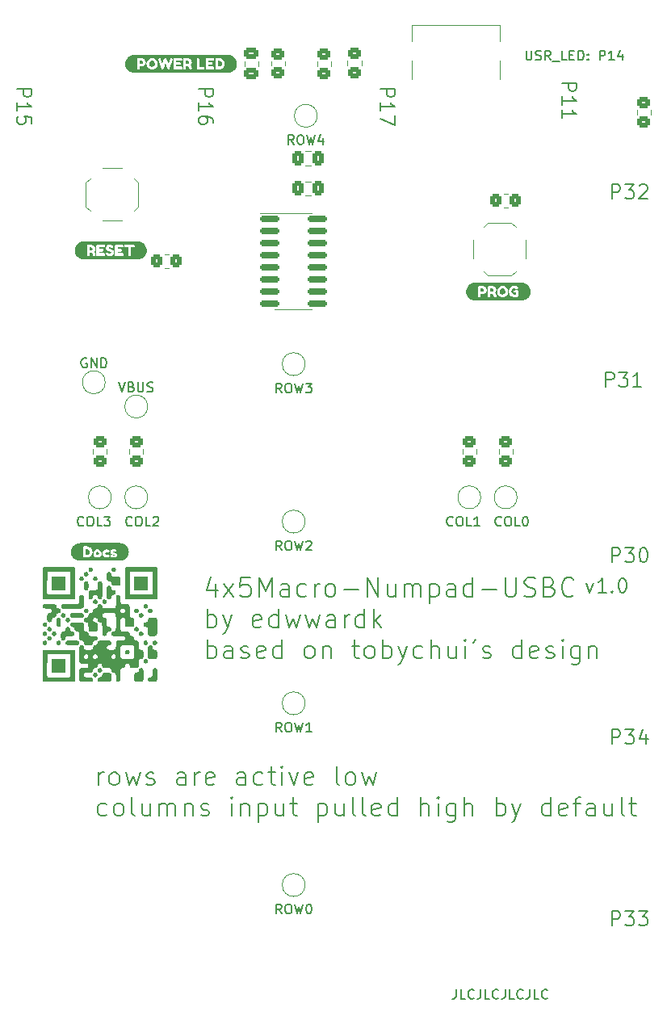
<source format=gto>
G04 #@! TF.GenerationSoftware,KiCad,Pcbnew,7.0.2*
G04 #@! TF.CreationDate,2023-08-22T20:01:55-07:00*
G04 #@! TF.ProjectId,4x5Macro-Numpad-USBC,3478354d-6163-4726-9f2d-4e756d706164,rev?*
G04 #@! TF.SameCoordinates,Original*
G04 #@! TF.FileFunction,Legend,Top*
G04 #@! TF.FilePolarity,Positive*
%FSLAX46Y46*%
G04 Gerber Fmt 4.6, Leading zero omitted, Abs format (unit mm)*
G04 Created by KiCad (PCBNEW 7.0.2) date 2023-08-22 20:01:55*
%MOMM*%
%LPD*%
G01*
G04 APERTURE LIST*
G04 Aperture macros list*
%AMRoundRect*
0 Rectangle with rounded corners*
0 $1 Rounding radius*
0 $2 $3 $4 $5 $6 $7 $8 $9 X,Y pos of 4 corners*
0 Add a 4 corners polygon primitive as box body*
4,1,4,$2,$3,$4,$5,$6,$7,$8,$9,$2,$3,0*
0 Add four circle primitives for the rounded corners*
1,1,$1+$1,$2,$3*
1,1,$1+$1,$4,$5*
1,1,$1+$1,$6,$7*
1,1,$1+$1,$8,$9*
0 Add four rect primitives between the rounded corners*
20,1,$1+$1,$2,$3,$4,$5,0*
20,1,$1+$1,$4,$5,$6,$7,0*
20,1,$1+$1,$6,$7,$8,$9,0*
20,1,$1+$1,$8,$9,$2,$3,0*%
G04 Aperture macros list end*
%ADD10C,0.150000*%
%ADD11C,0.200000*%
%ADD12C,0.120000*%
%ADD13C,2.000000*%
%ADD14RoundRect,0.250000X0.450000X-0.350000X0.450000X0.350000X-0.450000X0.350000X-0.450000X-0.350000X0*%
%ADD15RoundRect,0.250000X-0.475000X0.337500X-0.475000X-0.337500X0.475000X-0.337500X0.475000X0.337500X0*%
%ADD16R,1.000000X1.700000*%
%ADD17RoundRect,0.250000X-0.337500X-0.475000X0.337500X-0.475000X0.337500X0.475000X-0.337500X0.475000X0*%
%ADD18RoundRect,0.150000X-0.850000X-0.150000X0.850000X-0.150000X0.850000X0.150000X-0.850000X0.150000X0*%
%ADD19RoundRect,0.250000X-0.350000X-0.450000X0.350000X-0.450000X0.350000X0.450000X-0.350000X0.450000X0*%
%ADD20RoundRect,0.250000X-0.450000X0.350000X-0.450000X-0.350000X0.450000X-0.350000X0.450000X0.350000X0*%
%ADD21R,1.700000X1.000000*%
%ADD22O,1.000000X1.800000*%
%ADD23O,1.000000X2.100000*%
%ADD24R,0.600000X1.240000*%
%ADD25R,0.300000X1.240000*%
%ADD26C,0.650000*%
%ADD27RoundRect,0.250000X0.337500X0.475000X-0.337500X0.475000X-0.337500X-0.475000X0.337500X-0.475000X0*%
%ADD28RoundRect,0.250000X0.350000X0.450000X-0.350000X0.450000X-0.350000X-0.450000X0.350000X-0.450000X0*%
%ADD29C,2.200000*%
%ADD30C,4.000000*%
G04 APERTURE END LIST*
D10*
X176133095Y-34437619D02*
X176133095Y-35247142D01*
X176133095Y-35247142D02*
X176180714Y-35342380D01*
X176180714Y-35342380D02*
X176228333Y-35390000D01*
X176228333Y-35390000D02*
X176323571Y-35437619D01*
X176323571Y-35437619D02*
X176514047Y-35437619D01*
X176514047Y-35437619D02*
X176609285Y-35390000D01*
X176609285Y-35390000D02*
X176656904Y-35342380D01*
X176656904Y-35342380D02*
X176704523Y-35247142D01*
X176704523Y-35247142D02*
X176704523Y-34437619D01*
X177133095Y-35390000D02*
X177275952Y-35437619D01*
X177275952Y-35437619D02*
X177514047Y-35437619D01*
X177514047Y-35437619D02*
X177609285Y-35390000D01*
X177609285Y-35390000D02*
X177656904Y-35342380D01*
X177656904Y-35342380D02*
X177704523Y-35247142D01*
X177704523Y-35247142D02*
X177704523Y-35151904D01*
X177704523Y-35151904D02*
X177656904Y-35056666D01*
X177656904Y-35056666D02*
X177609285Y-35009047D01*
X177609285Y-35009047D02*
X177514047Y-34961428D01*
X177514047Y-34961428D02*
X177323571Y-34913809D01*
X177323571Y-34913809D02*
X177228333Y-34866190D01*
X177228333Y-34866190D02*
X177180714Y-34818571D01*
X177180714Y-34818571D02*
X177133095Y-34723333D01*
X177133095Y-34723333D02*
X177133095Y-34628095D01*
X177133095Y-34628095D02*
X177180714Y-34532857D01*
X177180714Y-34532857D02*
X177228333Y-34485238D01*
X177228333Y-34485238D02*
X177323571Y-34437619D01*
X177323571Y-34437619D02*
X177561666Y-34437619D01*
X177561666Y-34437619D02*
X177704523Y-34485238D01*
X178704523Y-35437619D02*
X178371190Y-34961428D01*
X178133095Y-35437619D02*
X178133095Y-34437619D01*
X178133095Y-34437619D02*
X178514047Y-34437619D01*
X178514047Y-34437619D02*
X178609285Y-34485238D01*
X178609285Y-34485238D02*
X178656904Y-34532857D01*
X178656904Y-34532857D02*
X178704523Y-34628095D01*
X178704523Y-34628095D02*
X178704523Y-34770952D01*
X178704523Y-34770952D02*
X178656904Y-34866190D01*
X178656904Y-34866190D02*
X178609285Y-34913809D01*
X178609285Y-34913809D02*
X178514047Y-34961428D01*
X178514047Y-34961428D02*
X178133095Y-34961428D01*
X178895000Y-35532857D02*
X179656904Y-35532857D01*
X180371190Y-35437619D02*
X179895000Y-35437619D01*
X179895000Y-35437619D02*
X179895000Y-34437619D01*
X180704524Y-34913809D02*
X181037857Y-34913809D01*
X181180714Y-35437619D02*
X180704524Y-35437619D01*
X180704524Y-35437619D02*
X180704524Y-34437619D01*
X180704524Y-34437619D02*
X181180714Y-34437619D01*
X181609286Y-35437619D02*
X181609286Y-34437619D01*
X181609286Y-34437619D02*
X181847381Y-34437619D01*
X181847381Y-34437619D02*
X181990238Y-34485238D01*
X181990238Y-34485238D02*
X182085476Y-34580476D01*
X182085476Y-34580476D02*
X182133095Y-34675714D01*
X182133095Y-34675714D02*
X182180714Y-34866190D01*
X182180714Y-34866190D02*
X182180714Y-35009047D01*
X182180714Y-35009047D02*
X182133095Y-35199523D01*
X182133095Y-35199523D02*
X182085476Y-35294761D01*
X182085476Y-35294761D02*
X181990238Y-35390000D01*
X181990238Y-35390000D02*
X181847381Y-35437619D01*
X181847381Y-35437619D02*
X181609286Y-35437619D01*
X182609286Y-35342380D02*
X182656905Y-35390000D01*
X182656905Y-35390000D02*
X182609286Y-35437619D01*
X182609286Y-35437619D02*
X182561667Y-35390000D01*
X182561667Y-35390000D02*
X182609286Y-35342380D01*
X182609286Y-35342380D02*
X182609286Y-35437619D01*
X182609286Y-34818571D02*
X182656905Y-34866190D01*
X182656905Y-34866190D02*
X182609286Y-34913809D01*
X182609286Y-34913809D02*
X182561667Y-34866190D01*
X182561667Y-34866190D02*
X182609286Y-34818571D01*
X182609286Y-34818571D02*
X182609286Y-34913809D01*
X183847381Y-35437619D02*
X183847381Y-34437619D01*
X183847381Y-34437619D02*
X184228333Y-34437619D01*
X184228333Y-34437619D02*
X184323571Y-34485238D01*
X184323571Y-34485238D02*
X184371190Y-34532857D01*
X184371190Y-34532857D02*
X184418809Y-34628095D01*
X184418809Y-34628095D02*
X184418809Y-34770952D01*
X184418809Y-34770952D02*
X184371190Y-34866190D01*
X184371190Y-34866190D02*
X184323571Y-34913809D01*
X184323571Y-34913809D02*
X184228333Y-34961428D01*
X184228333Y-34961428D02*
X183847381Y-34961428D01*
X185371190Y-35437619D02*
X184799762Y-35437619D01*
X185085476Y-35437619D02*
X185085476Y-34437619D01*
X185085476Y-34437619D02*
X184990238Y-34580476D01*
X184990238Y-34580476D02*
X184895000Y-34675714D01*
X184895000Y-34675714D02*
X184799762Y-34723333D01*
X186228333Y-34770952D02*
X186228333Y-35437619D01*
X185990238Y-34390000D02*
X185752143Y-35104285D01*
X185752143Y-35104285D02*
X186371190Y-35104285D01*
D11*
X182459285Y-90256428D02*
X182816428Y-91256428D01*
X182816428Y-91256428D02*
X183173571Y-90256428D01*
X184530714Y-91256428D02*
X183673571Y-91256428D01*
X184102142Y-91256428D02*
X184102142Y-89756428D01*
X184102142Y-89756428D02*
X183959285Y-89970714D01*
X183959285Y-89970714D02*
X183816428Y-90113571D01*
X183816428Y-90113571D02*
X183673571Y-90185000D01*
X185173570Y-91113571D02*
X185244999Y-91185000D01*
X185244999Y-91185000D02*
X185173570Y-91256428D01*
X185173570Y-91256428D02*
X185102142Y-91185000D01*
X185102142Y-91185000D02*
X185173570Y-91113571D01*
X185173570Y-91113571D02*
X185173570Y-91256428D01*
X186173571Y-89756428D02*
X186316428Y-89756428D01*
X186316428Y-89756428D02*
X186459285Y-89827857D01*
X186459285Y-89827857D02*
X186530714Y-89899285D01*
X186530714Y-89899285D02*
X186602142Y-90042142D01*
X186602142Y-90042142D02*
X186673571Y-90327857D01*
X186673571Y-90327857D02*
X186673571Y-90685000D01*
X186673571Y-90685000D02*
X186602142Y-90970714D01*
X186602142Y-90970714D02*
X186530714Y-91113571D01*
X186530714Y-91113571D02*
X186459285Y-91185000D01*
X186459285Y-91185000D02*
X186316428Y-91256428D01*
X186316428Y-91256428D02*
X186173571Y-91256428D01*
X186173571Y-91256428D02*
X186030714Y-91185000D01*
X186030714Y-91185000D02*
X185959285Y-91113571D01*
X185959285Y-91113571D02*
X185887856Y-90970714D01*
X185887856Y-90970714D02*
X185816428Y-90685000D01*
X185816428Y-90685000D02*
X185816428Y-90327857D01*
X185816428Y-90327857D02*
X185887856Y-90042142D01*
X185887856Y-90042142D02*
X185959285Y-89899285D01*
X185959285Y-89899285D02*
X186030714Y-89827857D01*
X186030714Y-89827857D02*
X186173571Y-89756428D01*
X131286190Y-111450238D02*
X131286190Y-110116904D01*
X131286190Y-110497857D02*
X131381428Y-110307380D01*
X131381428Y-110307380D02*
X131476666Y-110212142D01*
X131476666Y-110212142D02*
X131667142Y-110116904D01*
X131667142Y-110116904D02*
X131857619Y-110116904D01*
X132809999Y-111450238D02*
X132619523Y-111355000D01*
X132619523Y-111355000D02*
X132524285Y-111259761D01*
X132524285Y-111259761D02*
X132429047Y-111069285D01*
X132429047Y-111069285D02*
X132429047Y-110497857D01*
X132429047Y-110497857D02*
X132524285Y-110307380D01*
X132524285Y-110307380D02*
X132619523Y-110212142D01*
X132619523Y-110212142D02*
X132809999Y-110116904D01*
X132809999Y-110116904D02*
X133095714Y-110116904D01*
X133095714Y-110116904D02*
X133286190Y-110212142D01*
X133286190Y-110212142D02*
X133381428Y-110307380D01*
X133381428Y-110307380D02*
X133476666Y-110497857D01*
X133476666Y-110497857D02*
X133476666Y-111069285D01*
X133476666Y-111069285D02*
X133381428Y-111259761D01*
X133381428Y-111259761D02*
X133286190Y-111355000D01*
X133286190Y-111355000D02*
X133095714Y-111450238D01*
X133095714Y-111450238D02*
X132809999Y-111450238D01*
X134143333Y-110116904D02*
X134524285Y-111450238D01*
X134524285Y-111450238D02*
X134905238Y-110497857D01*
X134905238Y-110497857D02*
X135286190Y-111450238D01*
X135286190Y-111450238D02*
X135667142Y-110116904D01*
X136333809Y-111355000D02*
X136524285Y-111450238D01*
X136524285Y-111450238D02*
X136905237Y-111450238D01*
X136905237Y-111450238D02*
X137095714Y-111355000D01*
X137095714Y-111355000D02*
X137190952Y-111164523D01*
X137190952Y-111164523D02*
X137190952Y-111069285D01*
X137190952Y-111069285D02*
X137095714Y-110878809D01*
X137095714Y-110878809D02*
X136905237Y-110783571D01*
X136905237Y-110783571D02*
X136619523Y-110783571D01*
X136619523Y-110783571D02*
X136429047Y-110688333D01*
X136429047Y-110688333D02*
X136333809Y-110497857D01*
X136333809Y-110497857D02*
X136333809Y-110402619D01*
X136333809Y-110402619D02*
X136429047Y-110212142D01*
X136429047Y-110212142D02*
X136619523Y-110116904D01*
X136619523Y-110116904D02*
X136905237Y-110116904D01*
X136905237Y-110116904D02*
X137095714Y-110212142D01*
X140429048Y-111450238D02*
X140429048Y-110402619D01*
X140429048Y-110402619D02*
X140333810Y-110212142D01*
X140333810Y-110212142D02*
X140143334Y-110116904D01*
X140143334Y-110116904D02*
X139762381Y-110116904D01*
X139762381Y-110116904D02*
X139571905Y-110212142D01*
X140429048Y-111355000D02*
X140238572Y-111450238D01*
X140238572Y-111450238D02*
X139762381Y-111450238D01*
X139762381Y-111450238D02*
X139571905Y-111355000D01*
X139571905Y-111355000D02*
X139476667Y-111164523D01*
X139476667Y-111164523D02*
X139476667Y-110974047D01*
X139476667Y-110974047D02*
X139571905Y-110783571D01*
X139571905Y-110783571D02*
X139762381Y-110688333D01*
X139762381Y-110688333D02*
X140238572Y-110688333D01*
X140238572Y-110688333D02*
X140429048Y-110593095D01*
X141381429Y-111450238D02*
X141381429Y-110116904D01*
X141381429Y-110497857D02*
X141476667Y-110307380D01*
X141476667Y-110307380D02*
X141571905Y-110212142D01*
X141571905Y-110212142D02*
X141762381Y-110116904D01*
X141762381Y-110116904D02*
X141952858Y-110116904D01*
X143381429Y-111355000D02*
X143190953Y-111450238D01*
X143190953Y-111450238D02*
X142810000Y-111450238D01*
X142810000Y-111450238D02*
X142619524Y-111355000D01*
X142619524Y-111355000D02*
X142524286Y-111164523D01*
X142524286Y-111164523D02*
X142524286Y-110402619D01*
X142524286Y-110402619D02*
X142619524Y-110212142D01*
X142619524Y-110212142D02*
X142810000Y-110116904D01*
X142810000Y-110116904D02*
X143190953Y-110116904D01*
X143190953Y-110116904D02*
X143381429Y-110212142D01*
X143381429Y-110212142D02*
X143476667Y-110402619D01*
X143476667Y-110402619D02*
X143476667Y-110593095D01*
X143476667Y-110593095D02*
X142524286Y-110783571D01*
X146714763Y-111450238D02*
X146714763Y-110402619D01*
X146714763Y-110402619D02*
X146619525Y-110212142D01*
X146619525Y-110212142D02*
X146429049Y-110116904D01*
X146429049Y-110116904D02*
X146048096Y-110116904D01*
X146048096Y-110116904D02*
X145857620Y-110212142D01*
X146714763Y-111355000D02*
X146524287Y-111450238D01*
X146524287Y-111450238D02*
X146048096Y-111450238D01*
X146048096Y-111450238D02*
X145857620Y-111355000D01*
X145857620Y-111355000D02*
X145762382Y-111164523D01*
X145762382Y-111164523D02*
X145762382Y-110974047D01*
X145762382Y-110974047D02*
X145857620Y-110783571D01*
X145857620Y-110783571D02*
X146048096Y-110688333D01*
X146048096Y-110688333D02*
X146524287Y-110688333D01*
X146524287Y-110688333D02*
X146714763Y-110593095D01*
X148524287Y-111355000D02*
X148333811Y-111450238D01*
X148333811Y-111450238D02*
X147952858Y-111450238D01*
X147952858Y-111450238D02*
X147762382Y-111355000D01*
X147762382Y-111355000D02*
X147667144Y-111259761D01*
X147667144Y-111259761D02*
X147571906Y-111069285D01*
X147571906Y-111069285D02*
X147571906Y-110497857D01*
X147571906Y-110497857D02*
X147667144Y-110307380D01*
X147667144Y-110307380D02*
X147762382Y-110212142D01*
X147762382Y-110212142D02*
X147952858Y-110116904D01*
X147952858Y-110116904D02*
X148333811Y-110116904D01*
X148333811Y-110116904D02*
X148524287Y-110212142D01*
X149095716Y-110116904D02*
X149857620Y-110116904D01*
X149381430Y-109450238D02*
X149381430Y-111164523D01*
X149381430Y-111164523D02*
X149476668Y-111355000D01*
X149476668Y-111355000D02*
X149667144Y-111450238D01*
X149667144Y-111450238D02*
X149857620Y-111450238D01*
X150524287Y-111450238D02*
X150524287Y-110116904D01*
X150524287Y-109450238D02*
X150429049Y-109545476D01*
X150429049Y-109545476D02*
X150524287Y-109640714D01*
X150524287Y-109640714D02*
X150619525Y-109545476D01*
X150619525Y-109545476D02*
X150524287Y-109450238D01*
X150524287Y-109450238D02*
X150524287Y-109640714D01*
X151286192Y-110116904D02*
X151762382Y-111450238D01*
X151762382Y-111450238D02*
X152238573Y-110116904D01*
X153762383Y-111355000D02*
X153571907Y-111450238D01*
X153571907Y-111450238D02*
X153190954Y-111450238D01*
X153190954Y-111450238D02*
X153000478Y-111355000D01*
X153000478Y-111355000D02*
X152905240Y-111164523D01*
X152905240Y-111164523D02*
X152905240Y-110402619D01*
X152905240Y-110402619D02*
X153000478Y-110212142D01*
X153000478Y-110212142D02*
X153190954Y-110116904D01*
X153190954Y-110116904D02*
X153571907Y-110116904D01*
X153571907Y-110116904D02*
X153762383Y-110212142D01*
X153762383Y-110212142D02*
X153857621Y-110402619D01*
X153857621Y-110402619D02*
X153857621Y-110593095D01*
X153857621Y-110593095D02*
X152905240Y-110783571D01*
X156524288Y-111450238D02*
X156333812Y-111355000D01*
X156333812Y-111355000D02*
X156238574Y-111164523D01*
X156238574Y-111164523D02*
X156238574Y-109450238D01*
X157571907Y-111450238D02*
X157381431Y-111355000D01*
X157381431Y-111355000D02*
X157286193Y-111259761D01*
X157286193Y-111259761D02*
X157190955Y-111069285D01*
X157190955Y-111069285D02*
X157190955Y-110497857D01*
X157190955Y-110497857D02*
X157286193Y-110307380D01*
X157286193Y-110307380D02*
X157381431Y-110212142D01*
X157381431Y-110212142D02*
X157571907Y-110116904D01*
X157571907Y-110116904D02*
X157857622Y-110116904D01*
X157857622Y-110116904D02*
X158048098Y-110212142D01*
X158048098Y-110212142D02*
X158143336Y-110307380D01*
X158143336Y-110307380D02*
X158238574Y-110497857D01*
X158238574Y-110497857D02*
X158238574Y-111069285D01*
X158238574Y-111069285D02*
X158143336Y-111259761D01*
X158143336Y-111259761D02*
X158048098Y-111355000D01*
X158048098Y-111355000D02*
X157857622Y-111450238D01*
X157857622Y-111450238D02*
X157571907Y-111450238D01*
X158905241Y-110116904D02*
X159286193Y-111450238D01*
X159286193Y-111450238D02*
X159667146Y-110497857D01*
X159667146Y-110497857D02*
X160048098Y-111450238D01*
X160048098Y-111450238D02*
X160429050Y-110116904D01*
X132143333Y-114595000D02*
X131952857Y-114690238D01*
X131952857Y-114690238D02*
X131571904Y-114690238D01*
X131571904Y-114690238D02*
X131381428Y-114595000D01*
X131381428Y-114595000D02*
X131286190Y-114499761D01*
X131286190Y-114499761D02*
X131190952Y-114309285D01*
X131190952Y-114309285D02*
X131190952Y-113737857D01*
X131190952Y-113737857D02*
X131286190Y-113547380D01*
X131286190Y-113547380D02*
X131381428Y-113452142D01*
X131381428Y-113452142D02*
X131571904Y-113356904D01*
X131571904Y-113356904D02*
X131952857Y-113356904D01*
X131952857Y-113356904D02*
X132143333Y-113452142D01*
X133286190Y-114690238D02*
X133095714Y-114595000D01*
X133095714Y-114595000D02*
X133000476Y-114499761D01*
X133000476Y-114499761D02*
X132905238Y-114309285D01*
X132905238Y-114309285D02*
X132905238Y-113737857D01*
X132905238Y-113737857D02*
X133000476Y-113547380D01*
X133000476Y-113547380D02*
X133095714Y-113452142D01*
X133095714Y-113452142D02*
X133286190Y-113356904D01*
X133286190Y-113356904D02*
X133571905Y-113356904D01*
X133571905Y-113356904D02*
X133762381Y-113452142D01*
X133762381Y-113452142D02*
X133857619Y-113547380D01*
X133857619Y-113547380D02*
X133952857Y-113737857D01*
X133952857Y-113737857D02*
X133952857Y-114309285D01*
X133952857Y-114309285D02*
X133857619Y-114499761D01*
X133857619Y-114499761D02*
X133762381Y-114595000D01*
X133762381Y-114595000D02*
X133571905Y-114690238D01*
X133571905Y-114690238D02*
X133286190Y-114690238D01*
X135095714Y-114690238D02*
X134905238Y-114595000D01*
X134905238Y-114595000D02*
X134810000Y-114404523D01*
X134810000Y-114404523D02*
X134810000Y-112690238D01*
X136714762Y-113356904D02*
X136714762Y-114690238D01*
X135857619Y-113356904D02*
X135857619Y-114404523D01*
X135857619Y-114404523D02*
X135952857Y-114595000D01*
X135952857Y-114595000D02*
X136143333Y-114690238D01*
X136143333Y-114690238D02*
X136429048Y-114690238D01*
X136429048Y-114690238D02*
X136619524Y-114595000D01*
X136619524Y-114595000D02*
X136714762Y-114499761D01*
X137667143Y-114690238D02*
X137667143Y-113356904D01*
X137667143Y-113547380D02*
X137762381Y-113452142D01*
X137762381Y-113452142D02*
X137952857Y-113356904D01*
X137952857Y-113356904D02*
X138238572Y-113356904D01*
X138238572Y-113356904D02*
X138429048Y-113452142D01*
X138429048Y-113452142D02*
X138524286Y-113642619D01*
X138524286Y-113642619D02*
X138524286Y-114690238D01*
X138524286Y-113642619D02*
X138619524Y-113452142D01*
X138619524Y-113452142D02*
X138810000Y-113356904D01*
X138810000Y-113356904D02*
X139095714Y-113356904D01*
X139095714Y-113356904D02*
X139286191Y-113452142D01*
X139286191Y-113452142D02*
X139381429Y-113642619D01*
X139381429Y-113642619D02*
X139381429Y-114690238D01*
X140333810Y-113356904D02*
X140333810Y-114690238D01*
X140333810Y-113547380D02*
X140429048Y-113452142D01*
X140429048Y-113452142D02*
X140619524Y-113356904D01*
X140619524Y-113356904D02*
X140905239Y-113356904D01*
X140905239Y-113356904D02*
X141095715Y-113452142D01*
X141095715Y-113452142D02*
X141190953Y-113642619D01*
X141190953Y-113642619D02*
X141190953Y-114690238D01*
X142048096Y-114595000D02*
X142238572Y-114690238D01*
X142238572Y-114690238D02*
X142619524Y-114690238D01*
X142619524Y-114690238D02*
X142810001Y-114595000D01*
X142810001Y-114595000D02*
X142905239Y-114404523D01*
X142905239Y-114404523D02*
X142905239Y-114309285D01*
X142905239Y-114309285D02*
X142810001Y-114118809D01*
X142810001Y-114118809D02*
X142619524Y-114023571D01*
X142619524Y-114023571D02*
X142333810Y-114023571D01*
X142333810Y-114023571D02*
X142143334Y-113928333D01*
X142143334Y-113928333D02*
X142048096Y-113737857D01*
X142048096Y-113737857D02*
X142048096Y-113642619D01*
X142048096Y-113642619D02*
X142143334Y-113452142D01*
X142143334Y-113452142D02*
X142333810Y-113356904D01*
X142333810Y-113356904D02*
X142619524Y-113356904D01*
X142619524Y-113356904D02*
X142810001Y-113452142D01*
X145286192Y-114690238D02*
X145286192Y-113356904D01*
X145286192Y-112690238D02*
X145190954Y-112785476D01*
X145190954Y-112785476D02*
X145286192Y-112880714D01*
X145286192Y-112880714D02*
X145381430Y-112785476D01*
X145381430Y-112785476D02*
X145286192Y-112690238D01*
X145286192Y-112690238D02*
X145286192Y-112880714D01*
X146238573Y-113356904D02*
X146238573Y-114690238D01*
X146238573Y-113547380D02*
X146333811Y-113452142D01*
X146333811Y-113452142D02*
X146524287Y-113356904D01*
X146524287Y-113356904D02*
X146810002Y-113356904D01*
X146810002Y-113356904D02*
X147000478Y-113452142D01*
X147000478Y-113452142D02*
X147095716Y-113642619D01*
X147095716Y-113642619D02*
X147095716Y-114690238D01*
X148048097Y-113356904D02*
X148048097Y-115356904D01*
X148048097Y-113452142D02*
X148238573Y-113356904D01*
X148238573Y-113356904D02*
X148619526Y-113356904D01*
X148619526Y-113356904D02*
X148810002Y-113452142D01*
X148810002Y-113452142D02*
X148905240Y-113547380D01*
X148905240Y-113547380D02*
X149000478Y-113737857D01*
X149000478Y-113737857D02*
X149000478Y-114309285D01*
X149000478Y-114309285D02*
X148905240Y-114499761D01*
X148905240Y-114499761D02*
X148810002Y-114595000D01*
X148810002Y-114595000D02*
X148619526Y-114690238D01*
X148619526Y-114690238D02*
X148238573Y-114690238D01*
X148238573Y-114690238D02*
X148048097Y-114595000D01*
X150714764Y-113356904D02*
X150714764Y-114690238D01*
X149857621Y-113356904D02*
X149857621Y-114404523D01*
X149857621Y-114404523D02*
X149952859Y-114595000D01*
X149952859Y-114595000D02*
X150143335Y-114690238D01*
X150143335Y-114690238D02*
X150429050Y-114690238D01*
X150429050Y-114690238D02*
X150619526Y-114595000D01*
X150619526Y-114595000D02*
X150714764Y-114499761D01*
X151381431Y-113356904D02*
X152143335Y-113356904D01*
X151667145Y-112690238D02*
X151667145Y-114404523D01*
X151667145Y-114404523D02*
X151762383Y-114595000D01*
X151762383Y-114595000D02*
X151952859Y-114690238D01*
X151952859Y-114690238D02*
X152143335Y-114690238D01*
X154333812Y-113356904D02*
X154333812Y-115356904D01*
X154333812Y-113452142D02*
X154524288Y-113356904D01*
X154524288Y-113356904D02*
X154905241Y-113356904D01*
X154905241Y-113356904D02*
X155095717Y-113452142D01*
X155095717Y-113452142D02*
X155190955Y-113547380D01*
X155190955Y-113547380D02*
X155286193Y-113737857D01*
X155286193Y-113737857D02*
X155286193Y-114309285D01*
X155286193Y-114309285D02*
X155190955Y-114499761D01*
X155190955Y-114499761D02*
X155095717Y-114595000D01*
X155095717Y-114595000D02*
X154905241Y-114690238D01*
X154905241Y-114690238D02*
X154524288Y-114690238D01*
X154524288Y-114690238D02*
X154333812Y-114595000D01*
X157000479Y-113356904D02*
X157000479Y-114690238D01*
X156143336Y-113356904D02*
X156143336Y-114404523D01*
X156143336Y-114404523D02*
X156238574Y-114595000D01*
X156238574Y-114595000D02*
X156429050Y-114690238D01*
X156429050Y-114690238D02*
X156714765Y-114690238D01*
X156714765Y-114690238D02*
X156905241Y-114595000D01*
X156905241Y-114595000D02*
X157000479Y-114499761D01*
X158238574Y-114690238D02*
X158048098Y-114595000D01*
X158048098Y-114595000D02*
X157952860Y-114404523D01*
X157952860Y-114404523D02*
X157952860Y-112690238D01*
X159286193Y-114690238D02*
X159095717Y-114595000D01*
X159095717Y-114595000D02*
X159000479Y-114404523D01*
X159000479Y-114404523D02*
X159000479Y-112690238D01*
X160810003Y-114595000D02*
X160619527Y-114690238D01*
X160619527Y-114690238D02*
X160238574Y-114690238D01*
X160238574Y-114690238D02*
X160048098Y-114595000D01*
X160048098Y-114595000D02*
X159952860Y-114404523D01*
X159952860Y-114404523D02*
X159952860Y-113642619D01*
X159952860Y-113642619D02*
X160048098Y-113452142D01*
X160048098Y-113452142D02*
X160238574Y-113356904D01*
X160238574Y-113356904D02*
X160619527Y-113356904D01*
X160619527Y-113356904D02*
X160810003Y-113452142D01*
X160810003Y-113452142D02*
X160905241Y-113642619D01*
X160905241Y-113642619D02*
X160905241Y-113833095D01*
X160905241Y-113833095D02*
X159952860Y-114023571D01*
X162619527Y-114690238D02*
X162619527Y-112690238D01*
X162619527Y-114595000D02*
X162429051Y-114690238D01*
X162429051Y-114690238D02*
X162048098Y-114690238D01*
X162048098Y-114690238D02*
X161857622Y-114595000D01*
X161857622Y-114595000D02*
X161762384Y-114499761D01*
X161762384Y-114499761D02*
X161667146Y-114309285D01*
X161667146Y-114309285D02*
X161667146Y-113737857D01*
X161667146Y-113737857D02*
X161762384Y-113547380D01*
X161762384Y-113547380D02*
X161857622Y-113452142D01*
X161857622Y-113452142D02*
X162048098Y-113356904D01*
X162048098Y-113356904D02*
X162429051Y-113356904D01*
X162429051Y-113356904D02*
X162619527Y-113452142D01*
X165095718Y-114690238D02*
X165095718Y-112690238D01*
X165952861Y-114690238D02*
X165952861Y-113642619D01*
X165952861Y-113642619D02*
X165857623Y-113452142D01*
X165857623Y-113452142D02*
X165667147Y-113356904D01*
X165667147Y-113356904D02*
X165381432Y-113356904D01*
X165381432Y-113356904D02*
X165190956Y-113452142D01*
X165190956Y-113452142D02*
X165095718Y-113547380D01*
X166905242Y-114690238D02*
X166905242Y-113356904D01*
X166905242Y-112690238D02*
X166810004Y-112785476D01*
X166810004Y-112785476D02*
X166905242Y-112880714D01*
X166905242Y-112880714D02*
X167000480Y-112785476D01*
X167000480Y-112785476D02*
X166905242Y-112690238D01*
X166905242Y-112690238D02*
X166905242Y-112880714D01*
X168714766Y-113356904D02*
X168714766Y-114975952D01*
X168714766Y-114975952D02*
X168619528Y-115166428D01*
X168619528Y-115166428D02*
X168524290Y-115261666D01*
X168524290Y-115261666D02*
X168333813Y-115356904D01*
X168333813Y-115356904D02*
X168048099Y-115356904D01*
X168048099Y-115356904D02*
X167857623Y-115261666D01*
X168714766Y-114595000D02*
X168524290Y-114690238D01*
X168524290Y-114690238D02*
X168143337Y-114690238D01*
X168143337Y-114690238D02*
X167952861Y-114595000D01*
X167952861Y-114595000D02*
X167857623Y-114499761D01*
X167857623Y-114499761D02*
X167762385Y-114309285D01*
X167762385Y-114309285D02*
X167762385Y-113737857D01*
X167762385Y-113737857D02*
X167857623Y-113547380D01*
X167857623Y-113547380D02*
X167952861Y-113452142D01*
X167952861Y-113452142D02*
X168143337Y-113356904D01*
X168143337Y-113356904D02*
X168524290Y-113356904D01*
X168524290Y-113356904D02*
X168714766Y-113452142D01*
X169667147Y-114690238D02*
X169667147Y-112690238D01*
X170524290Y-114690238D02*
X170524290Y-113642619D01*
X170524290Y-113642619D02*
X170429052Y-113452142D01*
X170429052Y-113452142D02*
X170238576Y-113356904D01*
X170238576Y-113356904D02*
X169952861Y-113356904D01*
X169952861Y-113356904D02*
X169762385Y-113452142D01*
X169762385Y-113452142D02*
X169667147Y-113547380D01*
X173000481Y-114690238D02*
X173000481Y-112690238D01*
X173000481Y-113452142D02*
X173190957Y-113356904D01*
X173190957Y-113356904D02*
X173571910Y-113356904D01*
X173571910Y-113356904D02*
X173762386Y-113452142D01*
X173762386Y-113452142D02*
X173857624Y-113547380D01*
X173857624Y-113547380D02*
X173952862Y-113737857D01*
X173952862Y-113737857D02*
X173952862Y-114309285D01*
X173952862Y-114309285D02*
X173857624Y-114499761D01*
X173857624Y-114499761D02*
X173762386Y-114595000D01*
X173762386Y-114595000D02*
X173571910Y-114690238D01*
X173571910Y-114690238D02*
X173190957Y-114690238D01*
X173190957Y-114690238D02*
X173000481Y-114595000D01*
X174619529Y-113356904D02*
X175095719Y-114690238D01*
X175571910Y-113356904D02*
X175095719Y-114690238D01*
X175095719Y-114690238D02*
X174905243Y-115166428D01*
X174905243Y-115166428D02*
X174810005Y-115261666D01*
X174810005Y-115261666D02*
X174619529Y-115356904D01*
X178714768Y-114690238D02*
X178714768Y-112690238D01*
X178714768Y-114595000D02*
X178524292Y-114690238D01*
X178524292Y-114690238D02*
X178143339Y-114690238D01*
X178143339Y-114690238D02*
X177952863Y-114595000D01*
X177952863Y-114595000D02*
X177857625Y-114499761D01*
X177857625Y-114499761D02*
X177762387Y-114309285D01*
X177762387Y-114309285D02*
X177762387Y-113737857D01*
X177762387Y-113737857D02*
X177857625Y-113547380D01*
X177857625Y-113547380D02*
X177952863Y-113452142D01*
X177952863Y-113452142D02*
X178143339Y-113356904D01*
X178143339Y-113356904D02*
X178524292Y-113356904D01*
X178524292Y-113356904D02*
X178714768Y-113452142D01*
X180429054Y-114595000D02*
X180238578Y-114690238D01*
X180238578Y-114690238D02*
X179857625Y-114690238D01*
X179857625Y-114690238D02*
X179667149Y-114595000D01*
X179667149Y-114595000D02*
X179571911Y-114404523D01*
X179571911Y-114404523D02*
X179571911Y-113642619D01*
X179571911Y-113642619D02*
X179667149Y-113452142D01*
X179667149Y-113452142D02*
X179857625Y-113356904D01*
X179857625Y-113356904D02*
X180238578Y-113356904D01*
X180238578Y-113356904D02*
X180429054Y-113452142D01*
X180429054Y-113452142D02*
X180524292Y-113642619D01*
X180524292Y-113642619D02*
X180524292Y-113833095D01*
X180524292Y-113833095D02*
X179571911Y-114023571D01*
X181095721Y-113356904D02*
X181857625Y-113356904D01*
X181381435Y-114690238D02*
X181381435Y-112975952D01*
X181381435Y-112975952D02*
X181476673Y-112785476D01*
X181476673Y-112785476D02*
X181667149Y-112690238D01*
X181667149Y-112690238D02*
X181857625Y-112690238D01*
X183381435Y-114690238D02*
X183381435Y-113642619D01*
X183381435Y-113642619D02*
X183286197Y-113452142D01*
X183286197Y-113452142D02*
X183095721Y-113356904D01*
X183095721Y-113356904D02*
X182714768Y-113356904D01*
X182714768Y-113356904D02*
X182524292Y-113452142D01*
X183381435Y-114595000D02*
X183190959Y-114690238D01*
X183190959Y-114690238D02*
X182714768Y-114690238D01*
X182714768Y-114690238D02*
X182524292Y-114595000D01*
X182524292Y-114595000D02*
X182429054Y-114404523D01*
X182429054Y-114404523D02*
X182429054Y-114214047D01*
X182429054Y-114214047D02*
X182524292Y-114023571D01*
X182524292Y-114023571D02*
X182714768Y-113928333D01*
X182714768Y-113928333D02*
X183190959Y-113928333D01*
X183190959Y-113928333D02*
X183381435Y-113833095D01*
X185190959Y-113356904D02*
X185190959Y-114690238D01*
X184333816Y-113356904D02*
X184333816Y-114404523D01*
X184333816Y-114404523D02*
X184429054Y-114595000D01*
X184429054Y-114595000D02*
X184619530Y-114690238D01*
X184619530Y-114690238D02*
X184905245Y-114690238D01*
X184905245Y-114690238D02*
X185095721Y-114595000D01*
X185095721Y-114595000D02*
X185190959Y-114499761D01*
X186429054Y-114690238D02*
X186238578Y-114595000D01*
X186238578Y-114595000D02*
X186143340Y-114404523D01*
X186143340Y-114404523D02*
X186143340Y-112690238D01*
X186905245Y-113356904D02*
X187667149Y-113356904D01*
X187190959Y-112690238D02*
X187190959Y-114404523D01*
X187190959Y-114404523D02*
X187286197Y-114595000D01*
X187286197Y-114595000D02*
X187476673Y-114690238D01*
X187476673Y-114690238D02*
X187667149Y-114690238D01*
X179888571Y-37822142D02*
X181388571Y-37822142D01*
X181388571Y-37822142D02*
X181388571Y-38393571D01*
X181388571Y-38393571D02*
X181317142Y-38536428D01*
X181317142Y-38536428D02*
X181245714Y-38607857D01*
X181245714Y-38607857D02*
X181102857Y-38679285D01*
X181102857Y-38679285D02*
X180888571Y-38679285D01*
X180888571Y-38679285D02*
X180745714Y-38607857D01*
X180745714Y-38607857D02*
X180674285Y-38536428D01*
X180674285Y-38536428D02*
X180602857Y-38393571D01*
X180602857Y-38393571D02*
X180602857Y-37822142D01*
X179888571Y-40107857D02*
X179888571Y-39250714D01*
X179888571Y-39679285D02*
X181388571Y-39679285D01*
X181388571Y-39679285D02*
X181174285Y-39536428D01*
X181174285Y-39536428D02*
X181031428Y-39393571D01*
X181031428Y-39393571D02*
X180960000Y-39250714D01*
X179888571Y-41536428D02*
X179888571Y-40679285D01*
X179888571Y-41107856D02*
X181388571Y-41107856D01*
X181388571Y-41107856D02*
X181174285Y-40964999D01*
X181174285Y-40964999D02*
X181031428Y-40822142D01*
X181031428Y-40822142D02*
X180960000Y-40679285D01*
X160838571Y-38457142D02*
X162338571Y-38457142D01*
X162338571Y-38457142D02*
X162338571Y-39028571D01*
X162338571Y-39028571D02*
X162267142Y-39171428D01*
X162267142Y-39171428D02*
X162195714Y-39242857D01*
X162195714Y-39242857D02*
X162052857Y-39314285D01*
X162052857Y-39314285D02*
X161838571Y-39314285D01*
X161838571Y-39314285D02*
X161695714Y-39242857D01*
X161695714Y-39242857D02*
X161624285Y-39171428D01*
X161624285Y-39171428D02*
X161552857Y-39028571D01*
X161552857Y-39028571D02*
X161552857Y-38457142D01*
X160838571Y-40742857D02*
X160838571Y-39885714D01*
X160838571Y-40314285D02*
X162338571Y-40314285D01*
X162338571Y-40314285D02*
X162124285Y-40171428D01*
X162124285Y-40171428D02*
X161981428Y-40028571D01*
X161981428Y-40028571D02*
X161910000Y-39885714D01*
X162338571Y-41242856D02*
X162338571Y-42242856D01*
X162338571Y-42242856D02*
X160838571Y-41599999D01*
X141788571Y-38457142D02*
X143288571Y-38457142D01*
X143288571Y-38457142D02*
X143288571Y-39028571D01*
X143288571Y-39028571D02*
X143217142Y-39171428D01*
X143217142Y-39171428D02*
X143145714Y-39242857D01*
X143145714Y-39242857D02*
X143002857Y-39314285D01*
X143002857Y-39314285D02*
X142788571Y-39314285D01*
X142788571Y-39314285D02*
X142645714Y-39242857D01*
X142645714Y-39242857D02*
X142574285Y-39171428D01*
X142574285Y-39171428D02*
X142502857Y-39028571D01*
X142502857Y-39028571D02*
X142502857Y-38457142D01*
X141788571Y-40742857D02*
X141788571Y-39885714D01*
X141788571Y-40314285D02*
X143288571Y-40314285D01*
X143288571Y-40314285D02*
X143074285Y-40171428D01*
X143074285Y-40171428D02*
X142931428Y-40028571D01*
X142931428Y-40028571D02*
X142860000Y-39885714D01*
X143288571Y-42028571D02*
X143288571Y-41742856D01*
X143288571Y-41742856D02*
X143217142Y-41599999D01*
X143217142Y-41599999D02*
X143145714Y-41528571D01*
X143145714Y-41528571D02*
X142931428Y-41385713D01*
X142931428Y-41385713D02*
X142645714Y-41314285D01*
X142645714Y-41314285D02*
X142074285Y-41314285D01*
X142074285Y-41314285D02*
X141931428Y-41385713D01*
X141931428Y-41385713D02*
X141860000Y-41457142D01*
X141860000Y-41457142D02*
X141788571Y-41599999D01*
X141788571Y-41599999D02*
X141788571Y-41885713D01*
X141788571Y-41885713D02*
X141860000Y-42028571D01*
X141860000Y-42028571D02*
X141931428Y-42099999D01*
X141931428Y-42099999D02*
X142074285Y-42171428D01*
X142074285Y-42171428D02*
X142431428Y-42171428D01*
X142431428Y-42171428D02*
X142574285Y-42099999D01*
X142574285Y-42099999D02*
X142645714Y-42028571D01*
X142645714Y-42028571D02*
X142717142Y-41885713D01*
X142717142Y-41885713D02*
X142717142Y-41599999D01*
X142717142Y-41599999D02*
X142645714Y-41457142D01*
X142645714Y-41457142D02*
X142574285Y-41385713D01*
X142574285Y-41385713D02*
X142431428Y-41314285D01*
X122738571Y-38457142D02*
X124238571Y-38457142D01*
X124238571Y-38457142D02*
X124238571Y-39028571D01*
X124238571Y-39028571D02*
X124167142Y-39171428D01*
X124167142Y-39171428D02*
X124095714Y-39242857D01*
X124095714Y-39242857D02*
X123952857Y-39314285D01*
X123952857Y-39314285D02*
X123738571Y-39314285D01*
X123738571Y-39314285D02*
X123595714Y-39242857D01*
X123595714Y-39242857D02*
X123524285Y-39171428D01*
X123524285Y-39171428D02*
X123452857Y-39028571D01*
X123452857Y-39028571D02*
X123452857Y-38457142D01*
X122738571Y-40742857D02*
X122738571Y-39885714D01*
X122738571Y-40314285D02*
X124238571Y-40314285D01*
X124238571Y-40314285D02*
X124024285Y-40171428D01*
X124024285Y-40171428D02*
X123881428Y-40028571D01*
X123881428Y-40028571D02*
X123810000Y-39885714D01*
X124238571Y-42099999D02*
X124238571Y-41385713D01*
X124238571Y-41385713D02*
X123524285Y-41314285D01*
X123524285Y-41314285D02*
X123595714Y-41385713D01*
X123595714Y-41385713D02*
X123667142Y-41528571D01*
X123667142Y-41528571D02*
X123667142Y-41885713D01*
X123667142Y-41885713D02*
X123595714Y-42028571D01*
X123595714Y-42028571D02*
X123524285Y-42099999D01*
X123524285Y-42099999D02*
X123381428Y-42171428D01*
X123381428Y-42171428D02*
X123024285Y-42171428D01*
X123024285Y-42171428D02*
X122881428Y-42099999D01*
X122881428Y-42099999D02*
X122810000Y-42028571D01*
X122810000Y-42028571D02*
X122738571Y-41885713D01*
X122738571Y-41885713D02*
X122738571Y-41528571D01*
X122738571Y-41528571D02*
X122810000Y-41385713D01*
X122810000Y-41385713D02*
X122881428Y-41314285D01*
X185142142Y-49981428D02*
X185142142Y-48481428D01*
X185142142Y-48481428D02*
X185713571Y-48481428D01*
X185713571Y-48481428D02*
X185856428Y-48552857D01*
X185856428Y-48552857D02*
X185927857Y-48624285D01*
X185927857Y-48624285D02*
X185999285Y-48767142D01*
X185999285Y-48767142D02*
X185999285Y-48981428D01*
X185999285Y-48981428D02*
X185927857Y-49124285D01*
X185927857Y-49124285D02*
X185856428Y-49195714D01*
X185856428Y-49195714D02*
X185713571Y-49267142D01*
X185713571Y-49267142D02*
X185142142Y-49267142D01*
X186499285Y-48481428D02*
X187427857Y-48481428D01*
X187427857Y-48481428D02*
X186927857Y-49052857D01*
X186927857Y-49052857D02*
X187142142Y-49052857D01*
X187142142Y-49052857D02*
X187285000Y-49124285D01*
X187285000Y-49124285D02*
X187356428Y-49195714D01*
X187356428Y-49195714D02*
X187427857Y-49338571D01*
X187427857Y-49338571D02*
X187427857Y-49695714D01*
X187427857Y-49695714D02*
X187356428Y-49838571D01*
X187356428Y-49838571D02*
X187285000Y-49910000D01*
X187285000Y-49910000D02*
X187142142Y-49981428D01*
X187142142Y-49981428D02*
X186713571Y-49981428D01*
X186713571Y-49981428D02*
X186570714Y-49910000D01*
X186570714Y-49910000D02*
X186499285Y-49838571D01*
X187999285Y-48624285D02*
X188070713Y-48552857D01*
X188070713Y-48552857D02*
X188213571Y-48481428D01*
X188213571Y-48481428D02*
X188570713Y-48481428D01*
X188570713Y-48481428D02*
X188713571Y-48552857D01*
X188713571Y-48552857D02*
X188784999Y-48624285D01*
X188784999Y-48624285D02*
X188856428Y-48767142D01*
X188856428Y-48767142D02*
X188856428Y-48910000D01*
X188856428Y-48910000D02*
X188784999Y-49124285D01*
X188784999Y-49124285D02*
X187927856Y-49981428D01*
X187927856Y-49981428D02*
X188856428Y-49981428D01*
X184507142Y-69666428D02*
X184507142Y-68166428D01*
X184507142Y-68166428D02*
X185078571Y-68166428D01*
X185078571Y-68166428D02*
X185221428Y-68237857D01*
X185221428Y-68237857D02*
X185292857Y-68309285D01*
X185292857Y-68309285D02*
X185364285Y-68452142D01*
X185364285Y-68452142D02*
X185364285Y-68666428D01*
X185364285Y-68666428D02*
X185292857Y-68809285D01*
X185292857Y-68809285D02*
X185221428Y-68880714D01*
X185221428Y-68880714D02*
X185078571Y-68952142D01*
X185078571Y-68952142D02*
X184507142Y-68952142D01*
X185864285Y-68166428D02*
X186792857Y-68166428D01*
X186792857Y-68166428D02*
X186292857Y-68737857D01*
X186292857Y-68737857D02*
X186507142Y-68737857D01*
X186507142Y-68737857D02*
X186650000Y-68809285D01*
X186650000Y-68809285D02*
X186721428Y-68880714D01*
X186721428Y-68880714D02*
X186792857Y-69023571D01*
X186792857Y-69023571D02*
X186792857Y-69380714D01*
X186792857Y-69380714D02*
X186721428Y-69523571D01*
X186721428Y-69523571D02*
X186650000Y-69595000D01*
X186650000Y-69595000D02*
X186507142Y-69666428D01*
X186507142Y-69666428D02*
X186078571Y-69666428D01*
X186078571Y-69666428D02*
X185935714Y-69595000D01*
X185935714Y-69595000D02*
X185864285Y-69523571D01*
X188221428Y-69666428D02*
X187364285Y-69666428D01*
X187792856Y-69666428D02*
X187792856Y-68166428D01*
X187792856Y-68166428D02*
X187649999Y-68380714D01*
X187649999Y-68380714D02*
X187507142Y-68523571D01*
X187507142Y-68523571D02*
X187364285Y-68595000D01*
X185142142Y-88081428D02*
X185142142Y-86581428D01*
X185142142Y-86581428D02*
X185713571Y-86581428D01*
X185713571Y-86581428D02*
X185856428Y-86652857D01*
X185856428Y-86652857D02*
X185927857Y-86724285D01*
X185927857Y-86724285D02*
X185999285Y-86867142D01*
X185999285Y-86867142D02*
X185999285Y-87081428D01*
X185999285Y-87081428D02*
X185927857Y-87224285D01*
X185927857Y-87224285D02*
X185856428Y-87295714D01*
X185856428Y-87295714D02*
X185713571Y-87367142D01*
X185713571Y-87367142D02*
X185142142Y-87367142D01*
X186499285Y-86581428D02*
X187427857Y-86581428D01*
X187427857Y-86581428D02*
X186927857Y-87152857D01*
X186927857Y-87152857D02*
X187142142Y-87152857D01*
X187142142Y-87152857D02*
X187285000Y-87224285D01*
X187285000Y-87224285D02*
X187356428Y-87295714D01*
X187356428Y-87295714D02*
X187427857Y-87438571D01*
X187427857Y-87438571D02*
X187427857Y-87795714D01*
X187427857Y-87795714D02*
X187356428Y-87938571D01*
X187356428Y-87938571D02*
X187285000Y-88010000D01*
X187285000Y-88010000D02*
X187142142Y-88081428D01*
X187142142Y-88081428D02*
X186713571Y-88081428D01*
X186713571Y-88081428D02*
X186570714Y-88010000D01*
X186570714Y-88010000D02*
X186499285Y-87938571D01*
X188356428Y-86581428D02*
X188499285Y-86581428D01*
X188499285Y-86581428D02*
X188642142Y-86652857D01*
X188642142Y-86652857D02*
X188713571Y-86724285D01*
X188713571Y-86724285D02*
X188784999Y-86867142D01*
X188784999Y-86867142D02*
X188856428Y-87152857D01*
X188856428Y-87152857D02*
X188856428Y-87510000D01*
X188856428Y-87510000D02*
X188784999Y-87795714D01*
X188784999Y-87795714D02*
X188713571Y-87938571D01*
X188713571Y-87938571D02*
X188642142Y-88010000D01*
X188642142Y-88010000D02*
X188499285Y-88081428D01*
X188499285Y-88081428D02*
X188356428Y-88081428D01*
X188356428Y-88081428D02*
X188213571Y-88010000D01*
X188213571Y-88010000D02*
X188142142Y-87938571D01*
X188142142Y-87938571D02*
X188070713Y-87795714D01*
X188070713Y-87795714D02*
X187999285Y-87510000D01*
X187999285Y-87510000D02*
X187999285Y-87152857D01*
X187999285Y-87152857D02*
X188070713Y-86867142D01*
X188070713Y-86867142D02*
X188142142Y-86724285D01*
X188142142Y-86724285D02*
X188213571Y-86652857D01*
X188213571Y-86652857D02*
X188356428Y-86581428D01*
X185142142Y-107131428D02*
X185142142Y-105631428D01*
X185142142Y-105631428D02*
X185713571Y-105631428D01*
X185713571Y-105631428D02*
X185856428Y-105702857D01*
X185856428Y-105702857D02*
X185927857Y-105774285D01*
X185927857Y-105774285D02*
X185999285Y-105917142D01*
X185999285Y-105917142D02*
X185999285Y-106131428D01*
X185999285Y-106131428D02*
X185927857Y-106274285D01*
X185927857Y-106274285D02*
X185856428Y-106345714D01*
X185856428Y-106345714D02*
X185713571Y-106417142D01*
X185713571Y-106417142D02*
X185142142Y-106417142D01*
X186499285Y-105631428D02*
X187427857Y-105631428D01*
X187427857Y-105631428D02*
X186927857Y-106202857D01*
X186927857Y-106202857D02*
X187142142Y-106202857D01*
X187142142Y-106202857D02*
X187285000Y-106274285D01*
X187285000Y-106274285D02*
X187356428Y-106345714D01*
X187356428Y-106345714D02*
X187427857Y-106488571D01*
X187427857Y-106488571D02*
X187427857Y-106845714D01*
X187427857Y-106845714D02*
X187356428Y-106988571D01*
X187356428Y-106988571D02*
X187285000Y-107060000D01*
X187285000Y-107060000D02*
X187142142Y-107131428D01*
X187142142Y-107131428D02*
X186713571Y-107131428D01*
X186713571Y-107131428D02*
X186570714Y-107060000D01*
X186570714Y-107060000D02*
X186499285Y-106988571D01*
X188713571Y-106131428D02*
X188713571Y-107131428D01*
X188356428Y-105560000D02*
X187999285Y-106631428D01*
X187999285Y-106631428D02*
X188927856Y-106631428D01*
X185142142Y-126181428D02*
X185142142Y-124681428D01*
X185142142Y-124681428D02*
X185713571Y-124681428D01*
X185713571Y-124681428D02*
X185856428Y-124752857D01*
X185856428Y-124752857D02*
X185927857Y-124824285D01*
X185927857Y-124824285D02*
X185999285Y-124967142D01*
X185999285Y-124967142D02*
X185999285Y-125181428D01*
X185999285Y-125181428D02*
X185927857Y-125324285D01*
X185927857Y-125324285D02*
X185856428Y-125395714D01*
X185856428Y-125395714D02*
X185713571Y-125467142D01*
X185713571Y-125467142D02*
X185142142Y-125467142D01*
X186499285Y-124681428D02*
X187427857Y-124681428D01*
X187427857Y-124681428D02*
X186927857Y-125252857D01*
X186927857Y-125252857D02*
X187142142Y-125252857D01*
X187142142Y-125252857D02*
X187285000Y-125324285D01*
X187285000Y-125324285D02*
X187356428Y-125395714D01*
X187356428Y-125395714D02*
X187427857Y-125538571D01*
X187427857Y-125538571D02*
X187427857Y-125895714D01*
X187427857Y-125895714D02*
X187356428Y-126038571D01*
X187356428Y-126038571D02*
X187285000Y-126110000D01*
X187285000Y-126110000D02*
X187142142Y-126181428D01*
X187142142Y-126181428D02*
X186713571Y-126181428D01*
X186713571Y-126181428D02*
X186570714Y-126110000D01*
X186570714Y-126110000D02*
X186499285Y-126038571D01*
X187927856Y-124681428D02*
X188856428Y-124681428D01*
X188856428Y-124681428D02*
X188356428Y-125252857D01*
X188356428Y-125252857D02*
X188570713Y-125252857D01*
X188570713Y-125252857D02*
X188713571Y-125324285D01*
X188713571Y-125324285D02*
X188784999Y-125395714D01*
X188784999Y-125395714D02*
X188856428Y-125538571D01*
X188856428Y-125538571D02*
X188856428Y-125895714D01*
X188856428Y-125895714D02*
X188784999Y-126038571D01*
X188784999Y-126038571D02*
X188713571Y-126110000D01*
X188713571Y-126110000D02*
X188570713Y-126181428D01*
X188570713Y-126181428D02*
X188142142Y-126181428D01*
X188142142Y-126181428D02*
X187999285Y-126110000D01*
X187999285Y-126110000D02*
X187927856Y-126038571D01*
D10*
X168798809Y-132862619D02*
X168798809Y-133576904D01*
X168798809Y-133576904D02*
X168751190Y-133719761D01*
X168751190Y-133719761D02*
X168655952Y-133815000D01*
X168655952Y-133815000D02*
X168513095Y-133862619D01*
X168513095Y-133862619D02*
X168417857Y-133862619D01*
X169751190Y-133862619D02*
X169275000Y-133862619D01*
X169275000Y-133862619D02*
X169275000Y-132862619D01*
X170655952Y-133767380D02*
X170608333Y-133815000D01*
X170608333Y-133815000D02*
X170465476Y-133862619D01*
X170465476Y-133862619D02*
X170370238Y-133862619D01*
X170370238Y-133862619D02*
X170227381Y-133815000D01*
X170227381Y-133815000D02*
X170132143Y-133719761D01*
X170132143Y-133719761D02*
X170084524Y-133624523D01*
X170084524Y-133624523D02*
X170036905Y-133434047D01*
X170036905Y-133434047D02*
X170036905Y-133291190D01*
X170036905Y-133291190D02*
X170084524Y-133100714D01*
X170084524Y-133100714D02*
X170132143Y-133005476D01*
X170132143Y-133005476D02*
X170227381Y-132910238D01*
X170227381Y-132910238D02*
X170370238Y-132862619D01*
X170370238Y-132862619D02*
X170465476Y-132862619D01*
X170465476Y-132862619D02*
X170608333Y-132910238D01*
X170608333Y-132910238D02*
X170655952Y-132957857D01*
X171370238Y-132862619D02*
X171370238Y-133576904D01*
X171370238Y-133576904D02*
X171322619Y-133719761D01*
X171322619Y-133719761D02*
X171227381Y-133815000D01*
X171227381Y-133815000D02*
X171084524Y-133862619D01*
X171084524Y-133862619D02*
X170989286Y-133862619D01*
X172322619Y-133862619D02*
X171846429Y-133862619D01*
X171846429Y-133862619D02*
X171846429Y-132862619D01*
X173227381Y-133767380D02*
X173179762Y-133815000D01*
X173179762Y-133815000D02*
X173036905Y-133862619D01*
X173036905Y-133862619D02*
X172941667Y-133862619D01*
X172941667Y-133862619D02*
X172798810Y-133815000D01*
X172798810Y-133815000D02*
X172703572Y-133719761D01*
X172703572Y-133719761D02*
X172655953Y-133624523D01*
X172655953Y-133624523D02*
X172608334Y-133434047D01*
X172608334Y-133434047D02*
X172608334Y-133291190D01*
X172608334Y-133291190D02*
X172655953Y-133100714D01*
X172655953Y-133100714D02*
X172703572Y-133005476D01*
X172703572Y-133005476D02*
X172798810Y-132910238D01*
X172798810Y-132910238D02*
X172941667Y-132862619D01*
X172941667Y-132862619D02*
X173036905Y-132862619D01*
X173036905Y-132862619D02*
X173179762Y-132910238D01*
X173179762Y-132910238D02*
X173227381Y-132957857D01*
X173941667Y-132862619D02*
X173941667Y-133576904D01*
X173941667Y-133576904D02*
X173894048Y-133719761D01*
X173894048Y-133719761D02*
X173798810Y-133815000D01*
X173798810Y-133815000D02*
X173655953Y-133862619D01*
X173655953Y-133862619D02*
X173560715Y-133862619D01*
X174894048Y-133862619D02*
X174417858Y-133862619D01*
X174417858Y-133862619D02*
X174417858Y-132862619D01*
X175798810Y-133767380D02*
X175751191Y-133815000D01*
X175751191Y-133815000D02*
X175608334Y-133862619D01*
X175608334Y-133862619D02*
X175513096Y-133862619D01*
X175513096Y-133862619D02*
X175370239Y-133815000D01*
X175370239Y-133815000D02*
X175275001Y-133719761D01*
X175275001Y-133719761D02*
X175227382Y-133624523D01*
X175227382Y-133624523D02*
X175179763Y-133434047D01*
X175179763Y-133434047D02*
X175179763Y-133291190D01*
X175179763Y-133291190D02*
X175227382Y-133100714D01*
X175227382Y-133100714D02*
X175275001Y-133005476D01*
X175275001Y-133005476D02*
X175370239Y-132910238D01*
X175370239Y-132910238D02*
X175513096Y-132862619D01*
X175513096Y-132862619D02*
X175608334Y-132862619D01*
X175608334Y-132862619D02*
X175751191Y-132910238D01*
X175751191Y-132910238D02*
X175798810Y-132957857D01*
X176513096Y-132862619D02*
X176513096Y-133576904D01*
X176513096Y-133576904D02*
X176465477Y-133719761D01*
X176465477Y-133719761D02*
X176370239Y-133815000D01*
X176370239Y-133815000D02*
X176227382Y-133862619D01*
X176227382Y-133862619D02*
X176132144Y-133862619D01*
X177465477Y-133862619D02*
X176989287Y-133862619D01*
X176989287Y-133862619D02*
X176989287Y-132862619D01*
X178370239Y-133767380D02*
X178322620Y-133815000D01*
X178322620Y-133815000D02*
X178179763Y-133862619D01*
X178179763Y-133862619D02*
X178084525Y-133862619D01*
X178084525Y-133862619D02*
X177941668Y-133815000D01*
X177941668Y-133815000D02*
X177846430Y-133719761D01*
X177846430Y-133719761D02*
X177798811Y-133624523D01*
X177798811Y-133624523D02*
X177751192Y-133434047D01*
X177751192Y-133434047D02*
X177751192Y-133291190D01*
X177751192Y-133291190D02*
X177798811Y-133100714D01*
X177798811Y-133100714D02*
X177846430Y-133005476D01*
X177846430Y-133005476D02*
X177941668Y-132910238D01*
X177941668Y-132910238D02*
X178084525Y-132862619D01*
X178084525Y-132862619D02*
X178179763Y-132862619D01*
X178179763Y-132862619D02*
X178322620Y-132910238D01*
X178322620Y-132910238D02*
X178370239Y-132957857D01*
D11*
X143573333Y-90366904D02*
X143573333Y-91700238D01*
X143097142Y-89605000D02*
X142620952Y-91033571D01*
X142620952Y-91033571D02*
X143859047Y-91033571D01*
X144430476Y-91700238D02*
X145478095Y-90366904D01*
X144430476Y-90366904D02*
X145478095Y-91700238D01*
X147192381Y-89700238D02*
X146240000Y-89700238D01*
X146240000Y-89700238D02*
X146144762Y-90652619D01*
X146144762Y-90652619D02*
X146240000Y-90557380D01*
X146240000Y-90557380D02*
X146430476Y-90462142D01*
X146430476Y-90462142D02*
X146906667Y-90462142D01*
X146906667Y-90462142D02*
X147097143Y-90557380D01*
X147097143Y-90557380D02*
X147192381Y-90652619D01*
X147192381Y-90652619D02*
X147287619Y-90843095D01*
X147287619Y-90843095D02*
X147287619Y-91319285D01*
X147287619Y-91319285D02*
X147192381Y-91509761D01*
X147192381Y-91509761D02*
X147097143Y-91605000D01*
X147097143Y-91605000D02*
X146906667Y-91700238D01*
X146906667Y-91700238D02*
X146430476Y-91700238D01*
X146430476Y-91700238D02*
X146240000Y-91605000D01*
X146240000Y-91605000D02*
X146144762Y-91509761D01*
X148144762Y-91700238D02*
X148144762Y-89700238D01*
X148144762Y-89700238D02*
X148811429Y-91128809D01*
X148811429Y-91128809D02*
X149478095Y-89700238D01*
X149478095Y-89700238D02*
X149478095Y-91700238D01*
X151287619Y-91700238D02*
X151287619Y-90652619D01*
X151287619Y-90652619D02*
X151192381Y-90462142D01*
X151192381Y-90462142D02*
X151001905Y-90366904D01*
X151001905Y-90366904D02*
X150620952Y-90366904D01*
X150620952Y-90366904D02*
X150430476Y-90462142D01*
X151287619Y-91605000D02*
X151097143Y-91700238D01*
X151097143Y-91700238D02*
X150620952Y-91700238D01*
X150620952Y-91700238D02*
X150430476Y-91605000D01*
X150430476Y-91605000D02*
X150335238Y-91414523D01*
X150335238Y-91414523D02*
X150335238Y-91224047D01*
X150335238Y-91224047D02*
X150430476Y-91033571D01*
X150430476Y-91033571D02*
X150620952Y-90938333D01*
X150620952Y-90938333D02*
X151097143Y-90938333D01*
X151097143Y-90938333D02*
X151287619Y-90843095D01*
X153097143Y-91605000D02*
X152906667Y-91700238D01*
X152906667Y-91700238D02*
X152525714Y-91700238D01*
X152525714Y-91700238D02*
X152335238Y-91605000D01*
X152335238Y-91605000D02*
X152240000Y-91509761D01*
X152240000Y-91509761D02*
X152144762Y-91319285D01*
X152144762Y-91319285D02*
X152144762Y-90747857D01*
X152144762Y-90747857D02*
X152240000Y-90557380D01*
X152240000Y-90557380D02*
X152335238Y-90462142D01*
X152335238Y-90462142D02*
X152525714Y-90366904D01*
X152525714Y-90366904D02*
X152906667Y-90366904D01*
X152906667Y-90366904D02*
X153097143Y-90462142D01*
X153954286Y-91700238D02*
X153954286Y-90366904D01*
X153954286Y-90747857D02*
X154049524Y-90557380D01*
X154049524Y-90557380D02*
X154144762Y-90462142D01*
X154144762Y-90462142D02*
X154335238Y-90366904D01*
X154335238Y-90366904D02*
X154525715Y-90366904D01*
X155478095Y-91700238D02*
X155287619Y-91605000D01*
X155287619Y-91605000D02*
X155192381Y-91509761D01*
X155192381Y-91509761D02*
X155097143Y-91319285D01*
X155097143Y-91319285D02*
X155097143Y-90747857D01*
X155097143Y-90747857D02*
X155192381Y-90557380D01*
X155192381Y-90557380D02*
X155287619Y-90462142D01*
X155287619Y-90462142D02*
X155478095Y-90366904D01*
X155478095Y-90366904D02*
X155763810Y-90366904D01*
X155763810Y-90366904D02*
X155954286Y-90462142D01*
X155954286Y-90462142D02*
X156049524Y-90557380D01*
X156049524Y-90557380D02*
X156144762Y-90747857D01*
X156144762Y-90747857D02*
X156144762Y-91319285D01*
X156144762Y-91319285D02*
X156049524Y-91509761D01*
X156049524Y-91509761D02*
X155954286Y-91605000D01*
X155954286Y-91605000D02*
X155763810Y-91700238D01*
X155763810Y-91700238D02*
X155478095Y-91700238D01*
X157001905Y-90938333D02*
X158525715Y-90938333D01*
X159478095Y-91700238D02*
X159478095Y-89700238D01*
X159478095Y-89700238D02*
X160620952Y-91700238D01*
X160620952Y-91700238D02*
X160620952Y-89700238D01*
X162430476Y-90366904D02*
X162430476Y-91700238D01*
X161573333Y-90366904D02*
X161573333Y-91414523D01*
X161573333Y-91414523D02*
X161668571Y-91605000D01*
X161668571Y-91605000D02*
X161859047Y-91700238D01*
X161859047Y-91700238D02*
X162144762Y-91700238D01*
X162144762Y-91700238D02*
X162335238Y-91605000D01*
X162335238Y-91605000D02*
X162430476Y-91509761D01*
X163382857Y-91700238D02*
X163382857Y-90366904D01*
X163382857Y-90557380D02*
X163478095Y-90462142D01*
X163478095Y-90462142D02*
X163668571Y-90366904D01*
X163668571Y-90366904D02*
X163954286Y-90366904D01*
X163954286Y-90366904D02*
X164144762Y-90462142D01*
X164144762Y-90462142D02*
X164240000Y-90652619D01*
X164240000Y-90652619D02*
X164240000Y-91700238D01*
X164240000Y-90652619D02*
X164335238Y-90462142D01*
X164335238Y-90462142D02*
X164525714Y-90366904D01*
X164525714Y-90366904D02*
X164811428Y-90366904D01*
X164811428Y-90366904D02*
X165001905Y-90462142D01*
X165001905Y-90462142D02*
X165097143Y-90652619D01*
X165097143Y-90652619D02*
X165097143Y-91700238D01*
X166049524Y-90366904D02*
X166049524Y-92366904D01*
X166049524Y-90462142D02*
X166240000Y-90366904D01*
X166240000Y-90366904D02*
X166620953Y-90366904D01*
X166620953Y-90366904D02*
X166811429Y-90462142D01*
X166811429Y-90462142D02*
X166906667Y-90557380D01*
X166906667Y-90557380D02*
X167001905Y-90747857D01*
X167001905Y-90747857D02*
X167001905Y-91319285D01*
X167001905Y-91319285D02*
X166906667Y-91509761D01*
X166906667Y-91509761D02*
X166811429Y-91605000D01*
X166811429Y-91605000D02*
X166620953Y-91700238D01*
X166620953Y-91700238D02*
X166240000Y-91700238D01*
X166240000Y-91700238D02*
X166049524Y-91605000D01*
X168716191Y-91700238D02*
X168716191Y-90652619D01*
X168716191Y-90652619D02*
X168620953Y-90462142D01*
X168620953Y-90462142D02*
X168430477Y-90366904D01*
X168430477Y-90366904D02*
X168049524Y-90366904D01*
X168049524Y-90366904D02*
X167859048Y-90462142D01*
X168716191Y-91605000D02*
X168525715Y-91700238D01*
X168525715Y-91700238D02*
X168049524Y-91700238D01*
X168049524Y-91700238D02*
X167859048Y-91605000D01*
X167859048Y-91605000D02*
X167763810Y-91414523D01*
X167763810Y-91414523D02*
X167763810Y-91224047D01*
X167763810Y-91224047D02*
X167859048Y-91033571D01*
X167859048Y-91033571D02*
X168049524Y-90938333D01*
X168049524Y-90938333D02*
X168525715Y-90938333D01*
X168525715Y-90938333D02*
X168716191Y-90843095D01*
X170525715Y-91700238D02*
X170525715Y-89700238D01*
X170525715Y-91605000D02*
X170335239Y-91700238D01*
X170335239Y-91700238D02*
X169954286Y-91700238D01*
X169954286Y-91700238D02*
X169763810Y-91605000D01*
X169763810Y-91605000D02*
X169668572Y-91509761D01*
X169668572Y-91509761D02*
X169573334Y-91319285D01*
X169573334Y-91319285D02*
X169573334Y-90747857D01*
X169573334Y-90747857D02*
X169668572Y-90557380D01*
X169668572Y-90557380D02*
X169763810Y-90462142D01*
X169763810Y-90462142D02*
X169954286Y-90366904D01*
X169954286Y-90366904D02*
X170335239Y-90366904D01*
X170335239Y-90366904D02*
X170525715Y-90462142D01*
X171478096Y-90938333D02*
X173001906Y-90938333D01*
X173954286Y-89700238D02*
X173954286Y-91319285D01*
X173954286Y-91319285D02*
X174049524Y-91509761D01*
X174049524Y-91509761D02*
X174144762Y-91605000D01*
X174144762Y-91605000D02*
X174335238Y-91700238D01*
X174335238Y-91700238D02*
X174716191Y-91700238D01*
X174716191Y-91700238D02*
X174906667Y-91605000D01*
X174906667Y-91605000D02*
X175001905Y-91509761D01*
X175001905Y-91509761D02*
X175097143Y-91319285D01*
X175097143Y-91319285D02*
X175097143Y-89700238D01*
X175954286Y-91605000D02*
X176240000Y-91700238D01*
X176240000Y-91700238D02*
X176716191Y-91700238D01*
X176716191Y-91700238D02*
X176906667Y-91605000D01*
X176906667Y-91605000D02*
X177001905Y-91509761D01*
X177001905Y-91509761D02*
X177097143Y-91319285D01*
X177097143Y-91319285D02*
X177097143Y-91128809D01*
X177097143Y-91128809D02*
X177001905Y-90938333D01*
X177001905Y-90938333D02*
X176906667Y-90843095D01*
X176906667Y-90843095D02*
X176716191Y-90747857D01*
X176716191Y-90747857D02*
X176335238Y-90652619D01*
X176335238Y-90652619D02*
X176144762Y-90557380D01*
X176144762Y-90557380D02*
X176049524Y-90462142D01*
X176049524Y-90462142D02*
X175954286Y-90271666D01*
X175954286Y-90271666D02*
X175954286Y-90081190D01*
X175954286Y-90081190D02*
X176049524Y-89890714D01*
X176049524Y-89890714D02*
X176144762Y-89795476D01*
X176144762Y-89795476D02*
X176335238Y-89700238D01*
X176335238Y-89700238D02*
X176811429Y-89700238D01*
X176811429Y-89700238D02*
X177097143Y-89795476D01*
X178620953Y-90652619D02*
X178906667Y-90747857D01*
X178906667Y-90747857D02*
X179001905Y-90843095D01*
X179001905Y-90843095D02*
X179097143Y-91033571D01*
X179097143Y-91033571D02*
X179097143Y-91319285D01*
X179097143Y-91319285D02*
X179001905Y-91509761D01*
X179001905Y-91509761D02*
X178906667Y-91605000D01*
X178906667Y-91605000D02*
X178716191Y-91700238D01*
X178716191Y-91700238D02*
X177954286Y-91700238D01*
X177954286Y-91700238D02*
X177954286Y-89700238D01*
X177954286Y-89700238D02*
X178620953Y-89700238D01*
X178620953Y-89700238D02*
X178811429Y-89795476D01*
X178811429Y-89795476D02*
X178906667Y-89890714D01*
X178906667Y-89890714D02*
X179001905Y-90081190D01*
X179001905Y-90081190D02*
X179001905Y-90271666D01*
X179001905Y-90271666D02*
X178906667Y-90462142D01*
X178906667Y-90462142D02*
X178811429Y-90557380D01*
X178811429Y-90557380D02*
X178620953Y-90652619D01*
X178620953Y-90652619D02*
X177954286Y-90652619D01*
X181097143Y-91509761D02*
X181001905Y-91605000D01*
X181001905Y-91605000D02*
X180716191Y-91700238D01*
X180716191Y-91700238D02*
X180525715Y-91700238D01*
X180525715Y-91700238D02*
X180240000Y-91605000D01*
X180240000Y-91605000D02*
X180049524Y-91414523D01*
X180049524Y-91414523D02*
X179954286Y-91224047D01*
X179954286Y-91224047D02*
X179859048Y-90843095D01*
X179859048Y-90843095D02*
X179859048Y-90557380D01*
X179859048Y-90557380D02*
X179954286Y-90176428D01*
X179954286Y-90176428D02*
X180049524Y-89985952D01*
X180049524Y-89985952D02*
X180240000Y-89795476D01*
X180240000Y-89795476D02*
X180525715Y-89700238D01*
X180525715Y-89700238D02*
X180716191Y-89700238D01*
X180716191Y-89700238D02*
X181001905Y-89795476D01*
X181001905Y-89795476D02*
X181097143Y-89890714D01*
X142716190Y-94940238D02*
X142716190Y-92940238D01*
X142716190Y-93702142D02*
X142906666Y-93606904D01*
X142906666Y-93606904D02*
X143287619Y-93606904D01*
X143287619Y-93606904D02*
X143478095Y-93702142D01*
X143478095Y-93702142D02*
X143573333Y-93797380D01*
X143573333Y-93797380D02*
X143668571Y-93987857D01*
X143668571Y-93987857D02*
X143668571Y-94559285D01*
X143668571Y-94559285D02*
X143573333Y-94749761D01*
X143573333Y-94749761D02*
X143478095Y-94845000D01*
X143478095Y-94845000D02*
X143287619Y-94940238D01*
X143287619Y-94940238D02*
X142906666Y-94940238D01*
X142906666Y-94940238D02*
X142716190Y-94845000D01*
X144335238Y-93606904D02*
X144811428Y-94940238D01*
X145287619Y-93606904D02*
X144811428Y-94940238D01*
X144811428Y-94940238D02*
X144620952Y-95416428D01*
X144620952Y-95416428D02*
X144525714Y-95511666D01*
X144525714Y-95511666D02*
X144335238Y-95606904D01*
X148335239Y-94845000D02*
X148144763Y-94940238D01*
X148144763Y-94940238D02*
X147763810Y-94940238D01*
X147763810Y-94940238D02*
X147573334Y-94845000D01*
X147573334Y-94845000D02*
X147478096Y-94654523D01*
X147478096Y-94654523D02*
X147478096Y-93892619D01*
X147478096Y-93892619D02*
X147573334Y-93702142D01*
X147573334Y-93702142D02*
X147763810Y-93606904D01*
X147763810Y-93606904D02*
X148144763Y-93606904D01*
X148144763Y-93606904D02*
X148335239Y-93702142D01*
X148335239Y-93702142D02*
X148430477Y-93892619D01*
X148430477Y-93892619D02*
X148430477Y-94083095D01*
X148430477Y-94083095D02*
X147478096Y-94273571D01*
X150144763Y-94940238D02*
X150144763Y-92940238D01*
X150144763Y-94845000D02*
X149954287Y-94940238D01*
X149954287Y-94940238D02*
X149573334Y-94940238D01*
X149573334Y-94940238D02*
X149382858Y-94845000D01*
X149382858Y-94845000D02*
X149287620Y-94749761D01*
X149287620Y-94749761D02*
X149192382Y-94559285D01*
X149192382Y-94559285D02*
X149192382Y-93987857D01*
X149192382Y-93987857D02*
X149287620Y-93797380D01*
X149287620Y-93797380D02*
X149382858Y-93702142D01*
X149382858Y-93702142D02*
X149573334Y-93606904D01*
X149573334Y-93606904D02*
X149954287Y-93606904D01*
X149954287Y-93606904D02*
X150144763Y-93702142D01*
X150906668Y-93606904D02*
X151287620Y-94940238D01*
X151287620Y-94940238D02*
X151668573Y-93987857D01*
X151668573Y-93987857D02*
X152049525Y-94940238D01*
X152049525Y-94940238D02*
X152430477Y-93606904D01*
X153001906Y-93606904D02*
X153382858Y-94940238D01*
X153382858Y-94940238D02*
X153763811Y-93987857D01*
X153763811Y-93987857D02*
X154144763Y-94940238D01*
X154144763Y-94940238D02*
X154525715Y-93606904D01*
X156144763Y-94940238D02*
X156144763Y-93892619D01*
X156144763Y-93892619D02*
X156049525Y-93702142D01*
X156049525Y-93702142D02*
X155859049Y-93606904D01*
X155859049Y-93606904D02*
X155478096Y-93606904D01*
X155478096Y-93606904D02*
X155287620Y-93702142D01*
X156144763Y-94845000D02*
X155954287Y-94940238D01*
X155954287Y-94940238D02*
X155478096Y-94940238D01*
X155478096Y-94940238D02*
X155287620Y-94845000D01*
X155287620Y-94845000D02*
X155192382Y-94654523D01*
X155192382Y-94654523D02*
X155192382Y-94464047D01*
X155192382Y-94464047D02*
X155287620Y-94273571D01*
X155287620Y-94273571D02*
X155478096Y-94178333D01*
X155478096Y-94178333D02*
X155954287Y-94178333D01*
X155954287Y-94178333D02*
X156144763Y-94083095D01*
X157097144Y-94940238D02*
X157097144Y-93606904D01*
X157097144Y-93987857D02*
X157192382Y-93797380D01*
X157192382Y-93797380D02*
X157287620Y-93702142D01*
X157287620Y-93702142D02*
X157478096Y-93606904D01*
X157478096Y-93606904D02*
X157668573Y-93606904D01*
X159192382Y-94940238D02*
X159192382Y-92940238D01*
X159192382Y-94845000D02*
X159001906Y-94940238D01*
X159001906Y-94940238D02*
X158620953Y-94940238D01*
X158620953Y-94940238D02*
X158430477Y-94845000D01*
X158430477Y-94845000D02*
X158335239Y-94749761D01*
X158335239Y-94749761D02*
X158240001Y-94559285D01*
X158240001Y-94559285D02*
X158240001Y-93987857D01*
X158240001Y-93987857D02*
X158335239Y-93797380D01*
X158335239Y-93797380D02*
X158430477Y-93702142D01*
X158430477Y-93702142D02*
X158620953Y-93606904D01*
X158620953Y-93606904D02*
X159001906Y-93606904D01*
X159001906Y-93606904D02*
X159192382Y-93702142D01*
X160144763Y-94940238D02*
X160144763Y-92940238D01*
X160335239Y-94178333D02*
X160906668Y-94940238D01*
X160906668Y-93606904D02*
X160144763Y-94368809D01*
X142716190Y-98180238D02*
X142716190Y-96180238D01*
X142716190Y-96942142D02*
X142906666Y-96846904D01*
X142906666Y-96846904D02*
X143287619Y-96846904D01*
X143287619Y-96846904D02*
X143478095Y-96942142D01*
X143478095Y-96942142D02*
X143573333Y-97037380D01*
X143573333Y-97037380D02*
X143668571Y-97227857D01*
X143668571Y-97227857D02*
X143668571Y-97799285D01*
X143668571Y-97799285D02*
X143573333Y-97989761D01*
X143573333Y-97989761D02*
X143478095Y-98085000D01*
X143478095Y-98085000D02*
X143287619Y-98180238D01*
X143287619Y-98180238D02*
X142906666Y-98180238D01*
X142906666Y-98180238D02*
X142716190Y-98085000D01*
X145382857Y-98180238D02*
X145382857Y-97132619D01*
X145382857Y-97132619D02*
X145287619Y-96942142D01*
X145287619Y-96942142D02*
X145097143Y-96846904D01*
X145097143Y-96846904D02*
X144716190Y-96846904D01*
X144716190Y-96846904D02*
X144525714Y-96942142D01*
X145382857Y-98085000D02*
X145192381Y-98180238D01*
X145192381Y-98180238D02*
X144716190Y-98180238D01*
X144716190Y-98180238D02*
X144525714Y-98085000D01*
X144525714Y-98085000D02*
X144430476Y-97894523D01*
X144430476Y-97894523D02*
X144430476Y-97704047D01*
X144430476Y-97704047D02*
X144525714Y-97513571D01*
X144525714Y-97513571D02*
X144716190Y-97418333D01*
X144716190Y-97418333D02*
X145192381Y-97418333D01*
X145192381Y-97418333D02*
X145382857Y-97323095D01*
X146240000Y-98085000D02*
X146430476Y-98180238D01*
X146430476Y-98180238D02*
X146811428Y-98180238D01*
X146811428Y-98180238D02*
X147001905Y-98085000D01*
X147001905Y-98085000D02*
X147097143Y-97894523D01*
X147097143Y-97894523D02*
X147097143Y-97799285D01*
X147097143Y-97799285D02*
X147001905Y-97608809D01*
X147001905Y-97608809D02*
X146811428Y-97513571D01*
X146811428Y-97513571D02*
X146525714Y-97513571D01*
X146525714Y-97513571D02*
X146335238Y-97418333D01*
X146335238Y-97418333D02*
X146240000Y-97227857D01*
X146240000Y-97227857D02*
X146240000Y-97132619D01*
X146240000Y-97132619D02*
X146335238Y-96942142D01*
X146335238Y-96942142D02*
X146525714Y-96846904D01*
X146525714Y-96846904D02*
X146811428Y-96846904D01*
X146811428Y-96846904D02*
X147001905Y-96942142D01*
X148716191Y-98085000D02*
X148525715Y-98180238D01*
X148525715Y-98180238D02*
X148144762Y-98180238D01*
X148144762Y-98180238D02*
X147954286Y-98085000D01*
X147954286Y-98085000D02*
X147859048Y-97894523D01*
X147859048Y-97894523D02*
X147859048Y-97132619D01*
X147859048Y-97132619D02*
X147954286Y-96942142D01*
X147954286Y-96942142D02*
X148144762Y-96846904D01*
X148144762Y-96846904D02*
X148525715Y-96846904D01*
X148525715Y-96846904D02*
X148716191Y-96942142D01*
X148716191Y-96942142D02*
X148811429Y-97132619D01*
X148811429Y-97132619D02*
X148811429Y-97323095D01*
X148811429Y-97323095D02*
X147859048Y-97513571D01*
X150525715Y-98180238D02*
X150525715Y-96180238D01*
X150525715Y-98085000D02*
X150335239Y-98180238D01*
X150335239Y-98180238D02*
X149954286Y-98180238D01*
X149954286Y-98180238D02*
X149763810Y-98085000D01*
X149763810Y-98085000D02*
X149668572Y-97989761D01*
X149668572Y-97989761D02*
X149573334Y-97799285D01*
X149573334Y-97799285D02*
X149573334Y-97227857D01*
X149573334Y-97227857D02*
X149668572Y-97037380D01*
X149668572Y-97037380D02*
X149763810Y-96942142D01*
X149763810Y-96942142D02*
X149954286Y-96846904D01*
X149954286Y-96846904D02*
X150335239Y-96846904D01*
X150335239Y-96846904D02*
X150525715Y-96942142D01*
X153287620Y-98180238D02*
X153097144Y-98085000D01*
X153097144Y-98085000D02*
X153001906Y-97989761D01*
X153001906Y-97989761D02*
X152906668Y-97799285D01*
X152906668Y-97799285D02*
X152906668Y-97227857D01*
X152906668Y-97227857D02*
X153001906Y-97037380D01*
X153001906Y-97037380D02*
X153097144Y-96942142D01*
X153097144Y-96942142D02*
X153287620Y-96846904D01*
X153287620Y-96846904D02*
X153573335Y-96846904D01*
X153573335Y-96846904D02*
X153763811Y-96942142D01*
X153763811Y-96942142D02*
X153859049Y-97037380D01*
X153859049Y-97037380D02*
X153954287Y-97227857D01*
X153954287Y-97227857D02*
X153954287Y-97799285D01*
X153954287Y-97799285D02*
X153859049Y-97989761D01*
X153859049Y-97989761D02*
X153763811Y-98085000D01*
X153763811Y-98085000D02*
X153573335Y-98180238D01*
X153573335Y-98180238D02*
X153287620Y-98180238D01*
X154811430Y-96846904D02*
X154811430Y-98180238D01*
X154811430Y-97037380D02*
X154906668Y-96942142D01*
X154906668Y-96942142D02*
X155097144Y-96846904D01*
X155097144Y-96846904D02*
X155382859Y-96846904D01*
X155382859Y-96846904D02*
X155573335Y-96942142D01*
X155573335Y-96942142D02*
X155668573Y-97132619D01*
X155668573Y-97132619D02*
X155668573Y-98180238D01*
X157859050Y-96846904D02*
X158620954Y-96846904D01*
X158144764Y-96180238D02*
X158144764Y-97894523D01*
X158144764Y-97894523D02*
X158240002Y-98085000D01*
X158240002Y-98085000D02*
X158430478Y-98180238D01*
X158430478Y-98180238D02*
X158620954Y-98180238D01*
X159573335Y-98180238D02*
X159382859Y-98085000D01*
X159382859Y-98085000D02*
X159287621Y-97989761D01*
X159287621Y-97989761D02*
X159192383Y-97799285D01*
X159192383Y-97799285D02*
X159192383Y-97227857D01*
X159192383Y-97227857D02*
X159287621Y-97037380D01*
X159287621Y-97037380D02*
X159382859Y-96942142D01*
X159382859Y-96942142D02*
X159573335Y-96846904D01*
X159573335Y-96846904D02*
X159859050Y-96846904D01*
X159859050Y-96846904D02*
X160049526Y-96942142D01*
X160049526Y-96942142D02*
X160144764Y-97037380D01*
X160144764Y-97037380D02*
X160240002Y-97227857D01*
X160240002Y-97227857D02*
X160240002Y-97799285D01*
X160240002Y-97799285D02*
X160144764Y-97989761D01*
X160144764Y-97989761D02*
X160049526Y-98085000D01*
X160049526Y-98085000D02*
X159859050Y-98180238D01*
X159859050Y-98180238D02*
X159573335Y-98180238D01*
X161097145Y-98180238D02*
X161097145Y-96180238D01*
X161097145Y-96942142D02*
X161287621Y-96846904D01*
X161287621Y-96846904D02*
X161668574Y-96846904D01*
X161668574Y-96846904D02*
X161859050Y-96942142D01*
X161859050Y-96942142D02*
X161954288Y-97037380D01*
X161954288Y-97037380D02*
X162049526Y-97227857D01*
X162049526Y-97227857D02*
X162049526Y-97799285D01*
X162049526Y-97799285D02*
X161954288Y-97989761D01*
X161954288Y-97989761D02*
X161859050Y-98085000D01*
X161859050Y-98085000D02*
X161668574Y-98180238D01*
X161668574Y-98180238D02*
X161287621Y-98180238D01*
X161287621Y-98180238D02*
X161097145Y-98085000D01*
X162716193Y-96846904D02*
X163192383Y-98180238D01*
X163668574Y-96846904D02*
X163192383Y-98180238D01*
X163192383Y-98180238D02*
X163001907Y-98656428D01*
X163001907Y-98656428D02*
X162906669Y-98751666D01*
X162906669Y-98751666D02*
X162716193Y-98846904D01*
X165287622Y-98085000D02*
X165097146Y-98180238D01*
X165097146Y-98180238D02*
X164716193Y-98180238D01*
X164716193Y-98180238D02*
X164525717Y-98085000D01*
X164525717Y-98085000D02*
X164430479Y-97989761D01*
X164430479Y-97989761D02*
X164335241Y-97799285D01*
X164335241Y-97799285D02*
X164335241Y-97227857D01*
X164335241Y-97227857D02*
X164430479Y-97037380D01*
X164430479Y-97037380D02*
X164525717Y-96942142D01*
X164525717Y-96942142D02*
X164716193Y-96846904D01*
X164716193Y-96846904D02*
X165097146Y-96846904D01*
X165097146Y-96846904D02*
X165287622Y-96942142D01*
X166144765Y-98180238D02*
X166144765Y-96180238D01*
X167001908Y-98180238D02*
X167001908Y-97132619D01*
X167001908Y-97132619D02*
X166906670Y-96942142D01*
X166906670Y-96942142D02*
X166716194Y-96846904D01*
X166716194Y-96846904D02*
X166430479Y-96846904D01*
X166430479Y-96846904D02*
X166240003Y-96942142D01*
X166240003Y-96942142D02*
X166144765Y-97037380D01*
X168811432Y-96846904D02*
X168811432Y-98180238D01*
X167954289Y-96846904D02*
X167954289Y-97894523D01*
X167954289Y-97894523D02*
X168049527Y-98085000D01*
X168049527Y-98085000D02*
X168240003Y-98180238D01*
X168240003Y-98180238D02*
X168525718Y-98180238D01*
X168525718Y-98180238D02*
X168716194Y-98085000D01*
X168716194Y-98085000D02*
X168811432Y-97989761D01*
X169763813Y-98180238D02*
X169763813Y-96846904D01*
X169763813Y-96180238D02*
X169668575Y-96275476D01*
X169668575Y-96275476D02*
X169763813Y-96370714D01*
X169763813Y-96370714D02*
X169859051Y-96275476D01*
X169859051Y-96275476D02*
X169763813Y-96180238D01*
X169763813Y-96180238D02*
X169763813Y-96370714D01*
X170811432Y-96180238D02*
X170620956Y-96561190D01*
X171573337Y-98085000D02*
X171763813Y-98180238D01*
X171763813Y-98180238D02*
X172144765Y-98180238D01*
X172144765Y-98180238D02*
X172335242Y-98085000D01*
X172335242Y-98085000D02*
X172430480Y-97894523D01*
X172430480Y-97894523D02*
X172430480Y-97799285D01*
X172430480Y-97799285D02*
X172335242Y-97608809D01*
X172335242Y-97608809D02*
X172144765Y-97513571D01*
X172144765Y-97513571D02*
X171859051Y-97513571D01*
X171859051Y-97513571D02*
X171668575Y-97418333D01*
X171668575Y-97418333D02*
X171573337Y-97227857D01*
X171573337Y-97227857D02*
X171573337Y-97132619D01*
X171573337Y-97132619D02*
X171668575Y-96942142D01*
X171668575Y-96942142D02*
X171859051Y-96846904D01*
X171859051Y-96846904D02*
X172144765Y-96846904D01*
X172144765Y-96846904D02*
X172335242Y-96942142D01*
X175668576Y-98180238D02*
X175668576Y-96180238D01*
X175668576Y-98085000D02*
X175478100Y-98180238D01*
X175478100Y-98180238D02*
X175097147Y-98180238D01*
X175097147Y-98180238D02*
X174906671Y-98085000D01*
X174906671Y-98085000D02*
X174811433Y-97989761D01*
X174811433Y-97989761D02*
X174716195Y-97799285D01*
X174716195Y-97799285D02*
X174716195Y-97227857D01*
X174716195Y-97227857D02*
X174811433Y-97037380D01*
X174811433Y-97037380D02*
X174906671Y-96942142D01*
X174906671Y-96942142D02*
X175097147Y-96846904D01*
X175097147Y-96846904D02*
X175478100Y-96846904D01*
X175478100Y-96846904D02*
X175668576Y-96942142D01*
X177382862Y-98085000D02*
X177192386Y-98180238D01*
X177192386Y-98180238D02*
X176811433Y-98180238D01*
X176811433Y-98180238D02*
X176620957Y-98085000D01*
X176620957Y-98085000D02*
X176525719Y-97894523D01*
X176525719Y-97894523D02*
X176525719Y-97132619D01*
X176525719Y-97132619D02*
X176620957Y-96942142D01*
X176620957Y-96942142D02*
X176811433Y-96846904D01*
X176811433Y-96846904D02*
X177192386Y-96846904D01*
X177192386Y-96846904D02*
X177382862Y-96942142D01*
X177382862Y-96942142D02*
X177478100Y-97132619D01*
X177478100Y-97132619D02*
X177478100Y-97323095D01*
X177478100Y-97323095D02*
X176525719Y-97513571D01*
X178240005Y-98085000D02*
X178430481Y-98180238D01*
X178430481Y-98180238D02*
X178811433Y-98180238D01*
X178811433Y-98180238D02*
X179001910Y-98085000D01*
X179001910Y-98085000D02*
X179097148Y-97894523D01*
X179097148Y-97894523D02*
X179097148Y-97799285D01*
X179097148Y-97799285D02*
X179001910Y-97608809D01*
X179001910Y-97608809D02*
X178811433Y-97513571D01*
X178811433Y-97513571D02*
X178525719Y-97513571D01*
X178525719Y-97513571D02*
X178335243Y-97418333D01*
X178335243Y-97418333D02*
X178240005Y-97227857D01*
X178240005Y-97227857D02*
X178240005Y-97132619D01*
X178240005Y-97132619D02*
X178335243Y-96942142D01*
X178335243Y-96942142D02*
X178525719Y-96846904D01*
X178525719Y-96846904D02*
X178811433Y-96846904D01*
X178811433Y-96846904D02*
X179001910Y-96942142D01*
X179954291Y-98180238D02*
X179954291Y-96846904D01*
X179954291Y-96180238D02*
X179859053Y-96275476D01*
X179859053Y-96275476D02*
X179954291Y-96370714D01*
X179954291Y-96370714D02*
X180049529Y-96275476D01*
X180049529Y-96275476D02*
X179954291Y-96180238D01*
X179954291Y-96180238D02*
X179954291Y-96370714D01*
X181763815Y-96846904D02*
X181763815Y-98465952D01*
X181763815Y-98465952D02*
X181668577Y-98656428D01*
X181668577Y-98656428D02*
X181573339Y-98751666D01*
X181573339Y-98751666D02*
X181382862Y-98846904D01*
X181382862Y-98846904D02*
X181097148Y-98846904D01*
X181097148Y-98846904D02*
X180906672Y-98751666D01*
X181763815Y-98085000D02*
X181573339Y-98180238D01*
X181573339Y-98180238D02*
X181192386Y-98180238D01*
X181192386Y-98180238D02*
X181001910Y-98085000D01*
X181001910Y-98085000D02*
X180906672Y-97989761D01*
X180906672Y-97989761D02*
X180811434Y-97799285D01*
X180811434Y-97799285D02*
X180811434Y-97227857D01*
X180811434Y-97227857D02*
X180906672Y-97037380D01*
X180906672Y-97037380D02*
X181001910Y-96942142D01*
X181001910Y-96942142D02*
X181192386Y-96846904D01*
X181192386Y-96846904D02*
X181573339Y-96846904D01*
X181573339Y-96846904D02*
X181763815Y-96942142D01*
X182716196Y-96846904D02*
X182716196Y-98180238D01*
X182716196Y-97037380D02*
X182811434Y-96942142D01*
X182811434Y-96942142D02*
X183001910Y-96846904D01*
X183001910Y-96846904D02*
X183287625Y-96846904D01*
X183287625Y-96846904D02*
X183478101Y-96942142D01*
X183478101Y-96942142D02*
X183573339Y-97132619D01*
X183573339Y-97132619D02*
X183573339Y-98180238D01*
D10*
X130048095Y-66727238D02*
X129952857Y-66679619D01*
X129952857Y-66679619D02*
X129810000Y-66679619D01*
X129810000Y-66679619D02*
X129667143Y-66727238D01*
X129667143Y-66727238D02*
X129571905Y-66822476D01*
X129571905Y-66822476D02*
X129524286Y-66917714D01*
X129524286Y-66917714D02*
X129476667Y-67108190D01*
X129476667Y-67108190D02*
X129476667Y-67251047D01*
X129476667Y-67251047D02*
X129524286Y-67441523D01*
X129524286Y-67441523D02*
X129571905Y-67536761D01*
X129571905Y-67536761D02*
X129667143Y-67632000D01*
X129667143Y-67632000D02*
X129810000Y-67679619D01*
X129810000Y-67679619D02*
X129905238Y-67679619D01*
X129905238Y-67679619D02*
X130048095Y-67632000D01*
X130048095Y-67632000D02*
X130095714Y-67584380D01*
X130095714Y-67584380D02*
X130095714Y-67251047D01*
X130095714Y-67251047D02*
X129905238Y-67251047D01*
X130524286Y-67679619D02*
X130524286Y-66679619D01*
X130524286Y-66679619D02*
X131095714Y-67679619D01*
X131095714Y-67679619D02*
X131095714Y-66679619D01*
X131571905Y-67679619D02*
X131571905Y-66679619D01*
X131571905Y-66679619D02*
X131810000Y-66679619D01*
X131810000Y-66679619D02*
X131952857Y-66727238D01*
X131952857Y-66727238D02*
X132048095Y-66822476D01*
X132048095Y-66822476D02*
X132095714Y-66917714D01*
X132095714Y-66917714D02*
X132143333Y-67108190D01*
X132143333Y-67108190D02*
X132143333Y-67251047D01*
X132143333Y-67251047D02*
X132095714Y-67441523D01*
X132095714Y-67441523D02*
X132048095Y-67536761D01*
X132048095Y-67536761D02*
X131952857Y-67632000D01*
X131952857Y-67632000D02*
X131810000Y-67679619D01*
X131810000Y-67679619D02*
X131571905Y-67679619D01*
X151773095Y-44277619D02*
X151439762Y-43801428D01*
X151201667Y-44277619D02*
X151201667Y-43277619D01*
X151201667Y-43277619D02*
X151582619Y-43277619D01*
X151582619Y-43277619D02*
X151677857Y-43325238D01*
X151677857Y-43325238D02*
X151725476Y-43372857D01*
X151725476Y-43372857D02*
X151773095Y-43468095D01*
X151773095Y-43468095D02*
X151773095Y-43610952D01*
X151773095Y-43610952D02*
X151725476Y-43706190D01*
X151725476Y-43706190D02*
X151677857Y-43753809D01*
X151677857Y-43753809D02*
X151582619Y-43801428D01*
X151582619Y-43801428D02*
X151201667Y-43801428D01*
X152392143Y-43277619D02*
X152582619Y-43277619D01*
X152582619Y-43277619D02*
X152677857Y-43325238D01*
X152677857Y-43325238D02*
X152773095Y-43420476D01*
X152773095Y-43420476D02*
X152820714Y-43610952D01*
X152820714Y-43610952D02*
X152820714Y-43944285D01*
X152820714Y-43944285D02*
X152773095Y-44134761D01*
X152773095Y-44134761D02*
X152677857Y-44230000D01*
X152677857Y-44230000D02*
X152582619Y-44277619D01*
X152582619Y-44277619D02*
X152392143Y-44277619D01*
X152392143Y-44277619D02*
X152296905Y-44230000D01*
X152296905Y-44230000D02*
X152201667Y-44134761D01*
X152201667Y-44134761D02*
X152154048Y-43944285D01*
X152154048Y-43944285D02*
X152154048Y-43610952D01*
X152154048Y-43610952D02*
X152201667Y-43420476D01*
X152201667Y-43420476D02*
X152296905Y-43325238D01*
X152296905Y-43325238D02*
X152392143Y-43277619D01*
X153154048Y-43277619D02*
X153392143Y-44277619D01*
X153392143Y-44277619D02*
X153582619Y-43563333D01*
X153582619Y-43563333D02*
X153773095Y-44277619D01*
X153773095Y-44277619D02*
X154011191Y-43277619D01*
X154820714Y-43610952D02*
X154820714Y-44277619D01*
X154582619Y-43230000D02*
X154344524Y-43944285D01*
X154344524Y-43944285D02*
X154963571Y-43944285D01*
X150503095Y-70312619D02*
X150169762Y-69836428D01*
X149931667Y-70312619D02*
X149931667Y-69312619D01*
X149931667Y-69312619D02*
X150312619Y-69312619D01*
X150312619Y-69312619D02*
X150407857Y-69360238D01*
X150407857Y-69360238D02*
X150455476Y-69407857D01*
X150455476Y-69407857D02*
X150503095Y-69503095D01*
X150503095Y-69503095D02*
X150503095Y-69645952D01*
X150503095Y-69645952D02*
X150455476Y-69741190D01*
X150455476Y-69741190D02*
X150407857Y-69788809D01*
X150407857Y-69788809D02*
X150312619Y-69836428D01*
X150312619Y-69836428D02*
X149931667Y-69836428D01*
X151122143Y-69312619D02*
X151312619Y-69312619D01*
X151312619Y-69312619D02*
X151407857Y-69360238D01*
X151407857Y-69360238D02*
X151503095Y-69455476D01*
X151503095Y-69455476D02*
X151550714Y-69645952D01*
X151550714Y-69645952D02*
X151550714Y-69979285D01*
X151550714Y-69979285D02*
X151503095Y-70169761D01*
X151503095Y-70169761D02*
X151407857Y-70265000D01*
X151407857Y-70265000D02*
X151312619Y-70312619D01*
X151312619Y-70312619D02*
X151122143Y-70312619D01*
X151122143Y-70312619D02*
X151026905Y-70265000D01*
X151026905Y-70265000D02*
X150931667Y-70169761D01*
X150931667Y-70169761D02*
X150884048Y-69979285D01*
X150884048Y-69979285D02*
X150884048Y-69645952D01*
X150884048Y-69645952D02*
X150931667Y-69455476D01*
X150931667Y-69455476D02*
X151026905Y-69360238D01*
X151026905Y-69360238D02*
X151122143Y-69312619D01*
X151884048Y-69312619D02*
X152122143Y-70312619D01*
X152122143Y-70312619D02*
X152312619Y-69598333D01*
X152312619Y-69598333D02*
X152503095Y-70312619D01*
X152503095Y-70312619D02*
X152741191Y-69312619D01*
X153026905Y-69312619D02*
X153645952Y-69312619D01*
X153645952Y-69312619D02*
X153312619Y-69693571D01*
X153312619Y-69693571D02*
X153455476Y-69693571D01*
X153455476Y-69693571D02*
X153550714Y-69741190D01*
X153550714Y-69741190D02*
X153598333Y-69788809D01*
X153598333Y-69788809D02*
X153645952Y-69884047D01*
X153645952Y-69884047D02*
X153645952Y-70122142D01*
X153645952Y-70122142D02*
X153598333Y-70217380D01*
X153598333Y-70217380D02*
X153550714Y-70265000D01*
X153550714Y-70265000D02*
X153455476Y-70312619D01*
X153455476Y-70312619D02*
X153169762Y-70312619D01*
X153169762Y-70312619D02*
X153074524Y-70265000D01*
X153074524Y-70265000D02*
X153026905Y-70217380D01*
X150503095Y-86822619D02*
X150169762Y-86346428D01*
X149931667Y-86822619D02*
X149931667Y-85822619D01*
X149931667Y-85822619D02*
X150312619Y-85822619D01*
X150312619Y-85822619D02*
X150407857Y-85870238D01*
X150407857Y-85870238D02*
X150455476Y-85917857D01*
X150455476Y-85917857D02*
X150503095Y-86013095D01*
X150503095Y-86013095D02*
X150503095Y-86155952D01*
X150503095Y-86155952D02*
X150455476Y-86251190D01*
X150455476Y-86251190D02*
X150407857Y-86298809D01*
X150407857Y-86298809D02*
X150312619Y-86346428D01*
X150312619Y-86346428D02*
X149931667Y-86346428D01*
X151122143Y-85822619D02*
X151312619Y-85822619D01*
X151312619Y-85822619D02*
X151407857Y-85870238D01*
X151407857Y-85870238D02*
X151503095Y-85965476D01*
X151503095Y-85965476D02*
X151550714Y-86155952D01*
X151550714Y-86155952D02*
X151550714Y-86489285D01*
X151550714Y-86489285D02*
X151503095Y-86679761D01*
X151503095Y-86679761D02*
X151407857Y-86775000D01*
X151407857Y-86775000D02*
X151312619Y-86822619D01*
X151312619Y-86822619D02*
X151122143Y-86822619D01*
X151122143Y-86822619D02*
X151026905Y-86775000D01*
X151026905Y-86775000D02*
X150931667Y-86679761D01*
X150931667Y-86679761D02*
X150884048Y-86489285D01*
X150884048Y-86489285D02*
X150884048Y-86155952D01*
X150884048Y-86155952D02*
X150931667Y-85965476D01*
X150931667Y-85965476D02*
X151026905Y-85870238D01*
X151026905Y-85870238D02*
X151122143Y-85822619D01*
X151884048Y-85822619D02*
X152122143Y-86822619D01*
X152122143Y-86822619D02*
X152312619Y-86108333D01*
X152312619Y-86108333D02*
X152503095Y-86822619D01*
X152503095Y-86822619D02*
X152741191Y-85822619D01*
X153074524Y-85917857D02*
X153122143Y-85870238D01*
X153122143Y-85870238D02*
X153217381Y-85822619D01*
X153217381Y-85822619D02*
X153455476Y-85822619D01*
X153455476Y-85822619D02*
X153550714Y-85870238D01*
X153550714Y-85870238D02*
X153598333Y-85917857D01*
X153598333Y-85917857D02*
X153645952Y-86013095D01*
X153645952Y-86013095D02*
X153645952Y-86108333D01*
X153645952Y-86108333D02*
X153598333Y-86251190D01*
X153598333Y-86251190D02*
X153026905Y-86822619D01*
X153026905Y-86822619D02*
X153645952Y-86822619D01*
X129714761Y-84187380D02*
X129667142Y-84235000D01*
X129667142Y-84235000D02*
X129524285Y-84282619D01*
X129524285Y-84282619D02*
X129429047Y-84282619D01*
X129429047Y-84282619D02*
X129286190Y-84235000D01*
X129286190Y-84235000D02*
X129190952Y-84139761D01*
X129190952Y-84139761D02*
X129143333Y-84044523D01*
X129143333Y-84044523D02*
X129095714Y-83854047D01*
X129095714Y-83854047D02*
X129095714Y-83711190D01*
X129095714Y-83711190D02*
X129143333Y-83520714D01*
X129143333Y-83520714D02*
X129190952Y-83425476D01*
X129190952Y-83425476D02*
X129286190Y-83330238D01*
X129286190Y-83330238D02*
X129429047Y-83282619D01*
X129429047Y-83282619D02*
X129524285Y-83282619D01*
X129524285Y-83282619D02*
X129667142Y-83330238D01*
X129667142Y-83330238D02*
X129714761Y-83377857D01*
X130333809Y-83282619D02*
X130524285Y-83282619D01*
X130524285Y-83282619D02*
X130619523Y-83330238D01*
X130619523Y-83330238D02*
X130714761Y-83425476D01*
X130714761Y-83425476D02*
X130762380Y-83615952D01*
X130762380Y-83615952D02*
X130762380Y-83949285D01*
X130762380Y-83949285D02*
X130714761Y-84139761D01*
X130714761Y-84139761D02*
X130619523Y-84235000D01*
X130619523Y-84235000D02*
X130524285Y-84282619D01*
X130524285Y-84282619D02*
X130333809Y-84282619D01*
X130333809Y-84282619D02*
X130238571Y-84235000D01*
X130238571Y-84235000D02*
X130143333Y-84139761D01*
X130143333Y-84139761D02*
X130095714Y-83949285D01*
X130095714Y-83949285D02*
X130095714Y-83615952D01*
X130095714Y-83615952D02*
X130143333Y-83425476D01*
X130143333Y-83425476D02*
X130238571Y-83330238D01*
X130238571Y-83330238D02*
X130333809Y-83282619D01*
X131667142Y-84282619D02*
X131190952Y-84282619D01*
X131190952Y-84282619D02*
X131190952Y-83282619D01*
X131905238Y-83282619D02*
X132524285Y-83282619D01*
X132524285Y-83282619D02*
X132190952Y-83663571D01*
X132190952Y-83663571D02*
X132333809Y-83663571D01*
X132333809Y-83663571D02*
X132429047Y-83711190D01*
X132429047Y-83711190D02*
X132476666Y-83758809D01*
X132476666Y-83758809D02*
X132524285Y-83854047D01*
X132524285Y-83854047D02*
X132524285Y-84092142D01*
X132524285Y-84092142D02*
X132476666Y-84187380D01*
X132476666Y-84187380D02*
X132429047Y-84235000D01*
X132429047Y-84235000D02*
X132333809Y-84282619D01*
X132333809Y-84282619D02*
X132048095Y-84282619D01*
X132048095Y-84282619D02*
X131952857Y-84235000D01*
X131952857Y-84235000D02*
X131905238Y-84187380D01*
X134794761Y-84187380D02*
X134747142Y-84235000D01*
X134747142Y-84235000D02*
X134604285Y-84282619D01*
X134604285Y-84282619D02*
X134509047Y-84282619D01*
X134509047Y-84282619D02*
X134366190Y-84235000D01*
X134366190Y-84235000D02*
X134270952Y-84139761D01*
X134270952Y-84139761D02*
X134223333Y-84044523D01*
X134223333Y-84044523D02*
X134175714Y-83854047D01*
X134175714Y-83854047D02*
X134175714Y-83711190D01*
X134175714Y-83711190D02*
X134223333Y-83520714D01*
X134223333Y-83520714D02*
X134270952Y-83425476D01*
X134270952Y-83425476D02*
X134366190Y-83330238D01*
X134366190Y-83330238D02*
X134509047Y-83282619D01*
X134509047Y-83282619D02*
X134604285Y-83282619D01*
X134604285Y-83282619D02*
X134747142Y-83330238D01*
X134747142Y-83330238D02*
X134794761Y-83377857D01*
X135413809Y-83282619D02*
X135604285Y-83282619D01*
X135604285Y-83282619D02*
X135699523Y-83330238D01*
X135699523Y-83330238D02*
X135794761Y-83425476D01*
X135794761Y-83425476D02*
X135842380Y-83615952D01*
X135842380Y-83615952D02*
X135842380Y-83949285D01*
X135842380Y-83949285D02*
X135794761Y-84139761D01*
X135794761Y-84139761D02*
X135699523Y-84235000D01*
X135699523Y-84235000D02*
X135604285Y-84282619D01*
X135604285Y-84282619D02*
X135413809Y-84282619D01*
X135413809Y-84282619D02*
X135318571Y-84235000D01*
X135318571Y-84235000D02*
X135223333Y-84139761D01*
X135223333Y-84139761D02*
X135175714Y-83949285D01*
X135175714Y-83949285D02*
X135175714Y-83615952D01*
X135175714Y-83615952D02*
X135223333Y-83425476D01*
X135223333Y-83425476D02*
X135318571Y-83330238D01*
X135318571Y-83330238D02*
X135413809Y-83282619D01*
X136747142Y-84282619D02*
X136270952Y-84282619D01*
X136270952Y-84282619D02*
X136270952Y-83282619D01*
X137032857Y-83377857D02*
X137080476Y-83330238D01*
X137080476Y-83330238D02*
X137175714Y-83282619D01*
X137175714Y-83282619D02*
X137413809Y-83282619D01*
X137413809Y-83282619D02*
X137509047Y-83330238D01*
X137509047Y-83330238D02*
X137556666Y-83377857D01*
X137556666Y-83377857D02*
X137604285Y-83473095D01*
X137604285Y-83473095D02*
X137604285Y-83568333D01*
X137604285Y-83568333D02*
X137556666Y-83711190D01*
X137556666Y-83711190D02*
X136985238Y-84282619D01*
X136985238Y-84282619D02*
X137604285Y-84282619D01*
X150503095Y-105872619D02*
X150169762Y-105396428D01*
X149931667Y-105872619D02*
X149931667Y-104872619D01*
X149931667Y-104872619D02*
X150312619Y-104872619D01*
X150312619Y-104872619D02*
X150407857Y-104920238D01*
X150407857Y-104920238D02*
X150455476Y-104967857D01*
X150455476Y-104967857D02*
X150503095Y-105063095D01*
X150503095Y-105063095D02*
X150503095Y-105205952D01*
X150503095Y-105205952D02*
X150455476Y-105301190D01*
X150455476Y-105301190D02*
X150407857Y-105348809D01*
X150407857Y-105348809D02*
X150312619Y-105396428D01*
X150312619Y-105396428D02*
X149931667Y-105396428D01*
X151122143Y-104872619D02*
X151312619Y-104872619D01*
X151312619Y-104872619D02*
X151407857Y-104920238D01*
X151407857Y-104920238D02*
X151503095Y-105015476D01*
X151503095Y-105015476D02*
X151550714Y-105205952D01*
X151550714Y-105205952D02*
X151550714Y-105539285D01*
X151550714Y-105539285D02*
X151503095Y-105729761D01*
X151503095Y-105729761D02*
X151407857Y-105825000D01*
X151407857Y-105825000D02*
X151312619Y-105872619D01*
X151312619Y-105872619D02*
X151122143Y-105872619D01*
X151122143Y-105872619D02*
X151026905Y-105825000D01*
X151026905Y-105825000D02*
X150931667Y-105729761D01*
X150931667Y-105729761D02*
X150884048Y-105539285D01*
X150884048Y-105539285D02*
X150884048Y-105205952D01*
X150884048Y-105205952D02*
X150931667Y-105015476D01*
X150931667Y-105015476D02*
X151026905Y-104920238D01*
X151026905Y-104920238D02*
X151122143Y-104872619D01*
X151884048Y-104872619D02*
X152122143Y-105872619D01*
X152122143Y-105872619D02*
X152312619Y-105158333D01*
X152312619Y-105158333D02*
X152503095Y-105872619D01*
X152503095Y-105872619D02*
X152741191Y-104872619D01*
X153645952Y-105872619D02*
X153074524Y-105872619D01*
X153360238Y-105872619D02*
X153360238Y-104872619D01*
X153360238Y-104872619D02*
X153265000Y-105015476D01*
X153265000Y-105015476D02*
X153169762Y-105110714D01*
X153169762Y-105110714D02*
X153074524Y-105158333D01*
X150503095Y-124922619D02*
X150169762Y-124446428D01*
X149931667Y-124922619D02*
X149931667Y-123922619D01*
X149931667Y-123922619D02*
X150312619Y-123922619D01*
X150312619Y-123922619D02*
X150407857Y-123970238D01*
X150407857Y-123970238D02*
X150455476Y-124017857D01*
X150455476Y-124017857D02*
X150503095Y-124113095D01*
X150503095Y-124113095D02*
X150503095Y-124255952D01*
X150503095Y-124255952D02*
X150455476Y-124351190D01*
X150455476Y-124351190D02*
X150407857Y-124398809D01*
X150407857Y-124398809D02*
X150312619Y-124446428D01*
X150312619Y-124446428D02*
X149931667Y-124446428D01*
X151122143Y-123922619D02*
X151312619Y-123922619D01*
X151312619Y-123922619D02*
X151407857Y-123970238D01*
X151407857Y-123970238D02*
X151503095Y-124065476D01*
X151503095Y-124065476D02*
X151550714Y-124255952D01*
X151550714Y-124255952D02*
X151550714Y-124589285D01*
X151550714Y-124589285D02*
X151503095Y-124779761D01*
X151503095Y-124779761D02*
X151407857Y-124875000D01*
X151407857Y-124875000D02*
X151312619Y-124922619D01*
X151312619Y-124922619D02*
X151122143Y-124922619D01*
X151122143Y-124922619D02*
X151026905Y-124875000D01*
X151026905Y-124875000D02*
X150931667Y-124779761D01*
X150931667Y-124779761D02*
X150884048Y-124589285D01*
X150884048Y-124589285D02*
X150884048Y-124255952D01*
X150884048Y-124255952D02*
X150931667Y-124065476D01*
X150931667Y-124065476D02*
X151026905Y-123970238D01*
X151026905Y-123970238D02*
X151122143Y-123922619D01*
X151884048Y-123922619D02*
X152122143Y-124922619D01*
X152122143Y-124922619D02*
X152312619Y-124208333D01*
X152312619Y-124208333D02*
X152503095Y-124922619D01*
X152503095Y-124922619D02*
X152741191Y-123922619D01*
X153312619Y-123922619D02*
X153407857Y-123922619D01*
X153407857Y-123922619D02*
X153503095Y-123970238D01*
X153503095Y-123970238D02*
X153550714Y-124017857D01*
X153550714Y-124017857D02*
X153598333Y-124113095D01*
X153598333Y-124113095D02*
X153645952Y-124303571D01*
X153645952Y-124303571D02*
X153645952Y-124541666D01*
X153645952Y-124541666D02*
X153598333Y-124732142D01*
X153598333Y-124732142D02*
X153550714Y-124827380D01*
X153550714Y-124827380D02*
X153503095Y-124875000D01*
X153503095Y-124875000D02*
X153407857Y-124922619D01*
X153407857Y-124922619D02*
X153312619Y-124922619D01*
X153312619Y-124922619D02*
X153217381Y-124875000D01*
X153217381Y-124875000D02*
X153169762Y-124827380D01*
X153169762Y-124827380D02*
X153122143Y-124732142D01*
X153122143Y-124732142D02*
X153074524Y-124541666D01*
X153074524Y-124541666D02*
X153074524Y-124303571D01*
X153074524Y-124303571D02*
X153122143Y-124113095D01*
X153122143Y-124113095D02*
X153169762Y-124017857D01*
X153169762Y-124017857D02*
X153217381Y-123970238D01*
X153217381Y-123970238D02*
X153312619Y-123922619D01*
X168449761Y-84187380D02*
X168402142Y-84235000D01*
X168402142Y-84235000D02*
X168259285Y-84282619D01*
X168259285Y-84282619D02*
X168164047Y-84282619D01*
X168164047Y-84282619D02*
X168021190Y-84235000D01*
X168021190Y-84235000D02*
X167925952Y-84139761D01*
X167925952Y-84139761D02*
X167878333Y-84044523D01*
X167878333Y-84044523D02*
X167830714Y-83854047D01*
X167830714Y-83854047D02*
X167830714Y-83711190D01*
X167830714Y-83711190D02*
X167878333Y-83520714D01*
X167878333Y-83520714D02*
X167925952Y-83425476D01*
X167925952Y-83425476D02*
X168021190Y-83330238D01*
X168021190Y-83330238D02*
X168164047Y-83282619D01*
X168164047Y-83282619D02*
X168259285Y-83282619D01*
X168259285Y-83282619D02*
X168402142Y-83330238D01*
X168402142Y-83330238D02*
X168449761Y-83377857D01*
X169068809Y-83282619D02*
X169259285Y-83282619D01*
X169259285Y-83282619D02*
X169354523Y-83330238D01*
X169354523Y-83330238D02*
X169449761Y-83425476D01*
X169449761Y-83425476D02*
X169497380Y-83615952D01*
X169497380Y-83615952D02*
X169497380Y-83949285D01*
X169497380Y-83949285D02*
X169449761Y-84139761D01*
X169449761Y-84139761D02*
X169354523Y-84235000D01*
X169354523Y-84235000D02*
X169259285Y-84282619D01*
X169259285Y-84282619D02*
X169068809Y-84282619D01*
X169068809Y-84282619D02*
X168973571Y-84235000D01*
X168973571Y-84235000D02*
X168878333Y-84139761D01*
X168878333Y-84139761D02*
X168830714Y-83949285D01*
X168830714Y-83949285D02*
X168830714Y-83615952D01*
X168830714Y-83615952D02*
X168878333Y-83425476D01*
X168878333Y-83425476D02*
X168973571Y-83330238D01*
X168973571Y-83330238D02*
X169068809Y-83282619D01*
X170402142Y-84282619D02*
X169925952Y-84282619D01*
X169925952Y-84282619D02*
X169925952Y-83282619D01*
X171259285Y-84282619D02*
X170687857Y-84282619D01*
X170973571Y-84282619D02*
X170973571Y-83282619D01*
X170973571Y-83282619D02*
X170878333Y-83425476D01*
X170878333Y-83425476D02*
X170783095Y-83520714D01*
X170783095Y-83520714D02*
X170687857Y-83568333D01*
X173529761Y-84187380D02*
X173482142Y-84235000D01*
X173482142Y-84235000D02*
X173339285Y-84282619D01*
X173339285Y-84282619D02*
X173244047Y-84282619D01*
X173244047Y-84282619D02*
X173101190Y-84235000D01*
X173101190Y-84235000D02*
X173005952Y-84139761D01*
X173005952Y-84139761D02*
X172958333Y-84044523D01*
X172958333Y-84044523D02*
X172910714Y-83854047D01*
X172910714Y-83854047D02*
X172910714Y-83711190D01*
X172910714Y-83711190D02*
X172958333Y-83520714D01*
X172958333Y-83520714D02*
X173005952Y-83425476D01*
X173005952Y-83425476D02*
X173101190Y-83330238D01*
X173101190Y-83330238D02*
X173244047Y-83282619D01*
X173244047Y-83282619D02*
X173339285Y-83282619D01*
X173339285Y-83282619D02*
X173482142Y-83330238D01*
X173482142Y-83330238D02*
X173529761Y-83377857D01*
X174148809Y-83282619D02*
X174339285Y-83282619D01*
X174339285Y-83282619D02*
X174434523Y-83330238D01*
X174434523Y-83330238D02*
X174529761Y-83425476D01*
X174529761Y-83425476D02*
X174577380Y-83615952D01*
X174577380Y-83615952D02*
X174577380Y-83949285D01*
X174577380Y-83949285D02*
X174529761Y-84139761D01*
X174529761Y-84139761D02*
X174434523Y-84235000D01*
X174434523Y-84235000D02*
X174339285Y-84282619D01*
X174339285Y-84282619D02*
X174148809Y-84282619D01*
X174148809Y-84282619D02*
X174053571Y-84235000D01*
X174053571Y-84235000D02*
X173958333Y-84139761D01*
X173958333Y-84139761D02*
X173910714Y-83949285D01*
X173910714Y-83949285D02*
X173910714Y-83615952D01*
X173910714Y-83615952D02*
X173958333Y-83425476D01*
X173958333Y-83425476D02*
X174053571Y-83330238D01*
X174053571Y-83330238D02*
X174148809Y-83282619D01*
X175482142Y-84282619D02*
X175005952Y-84282619D01*
X175005952Y-84282619D02*
X175005952Y-83282619D01*
X176005952Y-83282619D02*
X176101190Y-83282619D01*
X176101190Y-83282619D02*
X176196428Y-83330238D01*
X176196428Y-83330238D02*
X176244047Y-83377857D01*
X176244047Y-83377857D02*
X176291666Y-83473095D01*
X176291666Y-83473095D02*
X176339285Y-83663571D01*
X176339285Y-83663571D02*
X176339285Y-83901666D01*
X176339285Y-83901666D02*
X176291666Y-84092142D01*
X176291666Y-84092142D02*
X176244047Y-84187380D01*
X176244047Y-84187380D02*
X176196428Y-84235000D01*
X176196428Y-84235000D02*
X176101190Y-84282619D01*
X176101190Y-84282619D02*
X176005952Y-84282619D01*
X176005952Y-84282619D02*
X175910714Y-84235000D01*
X175910714Y-84235000D02*
X175863095Y-84187380D01*
X175863095Y-84187380D02*
X175815476Y-84092142D01*
X175815476Y-84092142D02*
X175767857Y-83901666D01*
X175767857Y-83901666D02*
X175767857Y-83663571D01*
X175767857Y-83663571D02*
X175815476Y-83473095D01*
X175815476Y-83473095D02*
X175863095Y-83377857D01*
X175863095Y-83377857D02*
X175910714Y-83330238D01*
X175910714Y-83330238D02*
X176005952Y-83282619D01*
X133421667Y-69219619D02*
X133755000Y-70219619D01*
X133755000Y-70219619D02*
X134088333Y-69219619D01*
X134755000Y-69695809D02*
X134897857Y-69743428D01*
X134897857Y-69743428D02*
X134945476Y-69791047D01*
X134945476Y-69791047D02*
X134993095Y-69886285D01*
X134993095Y-69886285D02*
X134993095Y-70029142D01*
X134993095Y-70029142D02*
X134945476Y-70124380D01*
X134945476Y-70124380D02*
X134897857Y-70172000D01*
X134897857Y-70172000D02*
X134802619Y-70219619D01*
X134802619Y-70219619D02*
X134421667Y-70219619D01*
X134421667Y-70219619D02*
X134421667Y-69219619D01*
X134421667Y-69219619D02*
X134755000Y-69219619D01*
X134755000Y-69219619D02*
X134850238Y-69267238D01*
X134850238Y-69267238D02*
X134897857Y-69314857D01*
X134897857Y-69314857D02*
X134945476Y-69410095D01*
X134945476Y-69410095D02*
X134945476Y-69505333D01*
X134945476Y-69505333D02*
X134897857Y-69600571D01*
X134897857Y-69600571D02*
X134850238Y-69648190D01*
X134850238Y-69648190D02*
X134755000Y-69695809D01*
X134755000Y-69695809D02*
X134421667Y-69695809D01*
X135421667Y-69219619D02*
X135421667Y-70029142D01*
X135421667Y-70029142D02*
X135469286Y-70124380D01*
X135469286Y-70124380D02*
X135516905Y-70172000D01*
X135516905Y-70172000D02*
X135612143Y-70219619D01*
X135612143Y-70219619D02*
X135802619Y-70219619D01*
X135802619Y-70219619D02*
X135897857Y-70172000D01*
X135897857Y-70172000D02*
X135945476Y-70124380D01*
X135945476Y-70124380D02*
X135993095Y-70029142D01*
X135993095Y-70029142D02*
X135993095Y-69219619D01*
X136421667Y-70172000D02*
X136564524Y-70219619D01*
X136564524Y-70219619D02*
X136802619Y-70219619D01*
X136802619Y-70219619D02*
X136897857Y-70172000D01*
X136897857Y-70172000D02*
X136945476Y-70124380D01*
X136945476Y-70124380D02*
X136993095Y-70029142D01*
X136993095Y-70029142D02*
X136993095Y-69933904D01*
X136993095Y-69933904D02*
X136945476Y-69838666D01*
X136945476Y-69838666D02*
X136897857Y-69791047D01*
X136897857Y-69791047D02*
X136802619Y-69743428D01*
X136802619Y-69743428D02*
X136612143Y-69695809D01*
X136612143Y-69695809D02*
X136516905Y-69648190D01*
X136516905Y-69648190D02*
X136469286Y-69600571D01*
X136469286Y-69600571D02*
X136421667Y-69505333D01*
X136421667Y-69505333D02*
X136421667Y-69410095D01*
X136421667Y-69410095D02*
X136469286Y-69314857D01*
X136469286Y-69314857D02*
X136516905Y-69267238D01*
X136516905Y-69267238D02*
X136612143Y-69219619D01*
X136612143Y-69219619D02*
X136850238Y-69219619D01*
X136850238Y-69219619D02*
X136993095Y-69267238D01*
D12*
X132010000Y-69215000D02*
G75*
G03*
X132010000Y-69215000I-1200000J0D01*
G01*
X154235000Y-41275000D02*
G75*
G03*
X154235000Y-41275000I-1200000J0D01*
G01*
X152965000Y-67310000D02*
G75*
G03*
X152965000Y-67310000I-1200000J0D01*
G01*
X152965000Y-83820000D02*
G75*
G03*
X152965000Y-83820000I-1200000J0D01*
G01*
X132645000Y-81280000D02*
G75*
G03*
X132645000Y-81280000I-1200000J0D01*
G01*
X136455000Y-81280000D02*
G75*
G03*
X136455000Y-81280000I-1200000J0D01*
G01*
X152965000Y-102870000D02*
G75*
G03*
X152965000Y-102870000I-1200000J0D01*
G01*
X152965000Y-121920000D02*
G75*
G03*
X152965000Y-121920000I-1200000J0D01*
G01*
X171380000Y-81280000D02*
G75*
G03*
X171380000Y-81280000I-1200000J0D01*
G01*
X175190000Y-81280000D02*
G75*
G03*
X175190000Y-81280000I-1200000J0D01*
G01*
X136455000Y-71755000D02*
G75*
G03*
X136455000Y-71755000I-1200000J0D01*
G01*
G36*
X131299744Y-87032306D02*
G01*
X131336653Y-87080328D01*
X131348956Y-87148194D01*
X131335859Y-87216456D01*
X131296569Y-87265669D01*
X131191794Y-87305356D01*
X131088606Y-87266462D01*
X131050506Y-87218044D01*
X131037806Y-87150575D01*
X131050109Y-87082908D01*
X131087019Y-87033894D01*
X131193381Y-86994206D01*
X131299744Y-87032306D01*
G37*
G36*
X130209330Y-86709448D02*
G01*
X130306762Y-86774337D01*
X130374033Y-86871373D01*
X130396456Y-86989444D01*
X130373437Y-87107117D01*
X130304381Y-87202962D01*
X130206750Y-87266661D01*
X130098006Y-87287894D01*
X129944019Y-87287894D01*
X129944019Y-86687819D01*
X130096419Y-86687819D01*
X130209330Y-86709448D01*
G37*
G36*
X133647921Y-86078947D02*
G01*
X133737276Y-86092201D01*
X133824901Y-86114150D01*
X133909952Y-86144582D01*
X133991612Y-86183204D01*
X134069092Y-86229644D01*
X134141648Y-86283455D01*
X134208579Y-86344119D01*
X134269243Y-86411050D01*
X134323054Y-86483606D01*
X134369494Y-86561086D01*
X134408116Y-86642745D01*
X134438548Y-86727797D01*
X134460496Y-86815422D01*
X134473751Y-86904777D01*
X134478183Y-86995000D01*
X134473751Y-87085223D01*
X134460496Y-87174578D01*
X134438548Y-87262203D01*
X134408116Y-87347255D01*
X134369494Y-87428914D01*
X134323054Y-87506394D01*
X134269243Y-87578950D01*
X134208579Y-87645881D01*
X134141648Y-87706545D01*
X134069092Y-87760356D01*
X133991612Y-87806796D01*
X133909952Y-87845418D01*
X133824901Y-87875850D01*
X133737276Y-87897799D01*
X133647921Y-87911053D01*
X133557698Y-87915485D01*
X133226969Y-87915485D01*
X132854700Y-87915485D01*
X132141119Y-87915485D01*
X131193381Y-87915485D01*
X130093244Y-87915485D01*
X129663031Y-87915485D01*
X129332302Y-87915485D01*
X129242079Y-87911053D01*
X129152724Y-87897799D01*
X129065099Y-87875850D01*
X128980048Y-87845418D01*
X128898388Y-87806796D01*
X128820908Y-87760356D01*
X128748352Y-87706545D01*
X128681421Y-87645881D01*
X128620757Y-87578950D01*
X128566946Y-87506394D01*
X128520506Y-87428914D01*
X128519882Y-87427594D01*
X129663031Y-87427594D01*
X129682081Y-87529194D01*
X129724150Y-87558959D01*
X129802731Y-87568881D01*
X130093244Y-87568881D01*
X130210173Y-87558066D01*
X130318073Y-87525622D01*
X130416945Y-87471548D01*
X130506787Y-87395844D01*
X130581450Y-87305009D01*
X130634780Y-87205542D01*
X130650346Y-87152956D01*
X130756819Y-87152956D01*
X130773686Y-87273408D01*
X130824287Y-87380763D01*
X130899495Y-87469266D01*
X130990181Y-87533163D01*
X131090194Y-87571858D01*
X131193381Y-87584756D01*
X131296370Y-87572652D01*
X131395787Y-87536338D01*
X131486077Y-87474425D01*
X131561681Y-87385525D01*
X131612878Y-87275789D01*
X131629944Y-87151369D01*
X131629652Y-87148987D01*
X131709319Y-87148987D01*
X131719637Y-87247016D01*
X131750594Y-87336313D01*
X131797822Y-87412711D01*
X131856956Y-87472044D01*
X131949208Y-87531134D01*
X132043928Y-87566588D01*
X132141119Y-87578406D01*
X132262562Y-87562531D01*
X132363369Y-87514906D01*
X132428853Y-87460534D01*
X132438208Y-87435531D01*
X132530056Y-87435531D01*
X132560219Y-87495856D01*
X132655733Y-87545245D01*
X132753894Y-87574878D01*
X132854700Y-87584756D01*
X132951097Y-87579288D01*
X133036028Y-87562884D01*
X133109494Y-87535544D01*
X133196012Y-87449025D01*
X133219230Y-87384930D01*
X133226969Y-87308531D01*
X133219230Y-87232927D01*
X133196012Y-87171212D01*
X133119019Y-87094219D01*
X133019006Y-87054531D01*
X132915819Y-87033894D01*
X132834856Y-87011272D01*
X132807869Y-86971981D01*
X132901531Y-86937056D01*
X133013450Y-86960869D01*
X133084094Y-86984681D01*
X133155531Y-86929119D01*
X133190456Y-86835456D01*
X133134894Y-86771956D01*
X133017419Y-86731475D01*
X132903119Y-86717981D01*
X132779103Y-86728014D01*
X132682647Y-86758113D01*
X132613749Y-86808278D01*
X132572411Y-86878509D01*
X132558631Y-86968806D01*
X132566172Y-87047189D01*
X132588794Y-87114063D01*
X132664994Y-87203756D01*
X132763816Y-87252572D01*
X132863431Y-87278369D01*
X132943203Y-87296625D01*
X132969794Y-87322819D01*
X132945584Y-87351394D01*
X132872956Y-87360919D01*
X132752306Y-87322025D01*
X132646737Y-87283131D01*
X132590381Y-87310119D01*
X132545138Y-87383541D01*
X132530056Y-87435531D01*
X132438208Y-87435531D01*
X132450681Y-87402194D01*
X132414169Y-87319644D01*
X132351066Y-87256541D01*
X132298281Y-87235506D01*
X132227637Y-87264875D01*
X132133975Y-87294244D01*
X132039519Y-87256937D01*
X131995069Y-87152163D01*
X132041106Y-87046594D01*
X132140325Y-87008494D01*
X132222081Y-87035481D01*
X132307806Y-87070406D01*
X132361384Y-87048578D01*
X132417344Y-86983094D01*
X132450681Y-86891812D01*
X132409406Y-86819581D01*
X132364956Y-86789419D01*
X132339556Y-86773544D01*
X132255419Y-86741000D01*
X132137944Y-86724331D01*
X132040401Y-86735973D01*
X131946738Y-86770898D01*
X131856956Y-86829106D01*
X131797822Y-86888042D01*
X131750594Y-86963250D01*
X131719637Y-87051356D01*
X131709319Y-87148987D01*
X131629652Y-87148987D01*
X131615303Y-87031865D01*
X131571383Y-86927355D01*
X131498181Y-86837837D01*
X131405930Y-86769487D01*
X131304859Y-86728476D01*
X131194969Y-86714806D01*
X131084902Y-86728565D01*
X130983302Y-86769840D01*
X130890169Y-86838631D01*
X130816085Y-86928590D01*
X130771635Y-87033365D01*
X130756819Y-87152956D01*
X130650346Y-87152956D01*
X130666778Y-87097443D01*
X130677444Y-86980712D01*
X130666530Y-86864428D01*
X130633787Y-86757669D01*
X130579217Y-86660434D01*
X130502819Y-86572725D01*
X130412034Y-86500146D01*
X130314303Y-86448305D01*
X130209627Y-86417200D01*
X130098006Y-86406831D01*
X129804319Y-86405244D01*
X129722562Y-86415959D01*
X129680494Y-86448106D01*
X129665412Y-86489381D01*
X129663031Y-86544944D01*
X129663031Y-87427594D01*
X128519882Y-87427594D01*
X128481884Y-87347255D01*
X128451452Y-87262203D01*
X128429504Y-87174578D01*
X128416249Y-87085223D01*
X128411817Y-86995000D01*
X128416249Y-86904777D01*
X128429504Y-86815422D01*
X128451452Y-86727797D01*
X128481884Y-86642745D01*
X128520506Y-86561086D01*
X128566946Y-86483606D01*
X128620757Y-86411050D01*
X128681421Y-86344119D01*
X128748352Y-86283455D01*
X128820908Y-86229644D01*
X128898388Y-86183204D01*
X128980048Y-86144582D01*
X129065099Y-86114150D01*
X129152724Y-86092201D01*
X129242079Y-86078947D01*
X129332302Y-86074515D01*
X129663031Y-86074515D01*
X133226969Y-86074515D01*
X133557698Y-86074515D01*
X133647921Y-86078947D01*
G37*
G36*
X133387420Y-91495216D02*
G01*
X133418289Y-91498471D01*
X133435735Y-91502315D01*
X133477882Y-91519646D01*
X133516616Y-91545400D01*
X133550442Y-91578184D01*
X133577863Y-91616603D01*
X133593861Y-91649630D01*
X133595722Y-91655156D01*
X133597325Y-91662053D01*
X133598701Y-91671126D01*
X133599879Y-91683180D01*
X133600889Y-91699021D01*
X133601761Y-91719452D01*
X133602526Y-91745280D01*
X133603213Y-91777309D01*
X133603852Y-91816343D01*
X133604473Y-91863189D01*
X133605106Y-91918650D01*
X133605587Y-91964478D01*
X133606230Y-92026049D01*
X133606820Y-92078450D01*
X133607391Y-92122513D01*
X133607981Y-92159068D01*
X133608622Y-92188947D01*
X133609352Y-92212982D01*
X133610204Y-92232005D01*
X133611213Y-92246846D01*
X133612416Y-92258338D01*
X133613847Y-92267311D01*
X133615541Y-92274597D01*
X133617534Y-92281028D01*
X133619156Y-92285550D01*
X133641380Y-92332177D01*
X133670807Y-92372177D01*
X133706913Y-92405041D01*
X133749179Y-92430263D01*
X133780460Y-92442561D01*
X133787167Y-92444459D01*
X133795148Y-92446094D01*
X133805228Y-92447495D01*
X133818230Y-92448694D01*
X133834980Y-92449721D01*
X133856300Y-92450607D01*
X133883015Y-92451383D01*
X133915950Y-92452080D01*
X133955928Y-92452727D01*
X134003775Y-92453357D01*
X134060313Y-92453999D01*
X134098022Y-92454396D01*
X134159986Y-92455059D01*
X134212754Y-92455690D01*
X134257133Y-92456319D01*
X134293929Y-92456976D01*
X134323948Y-92457691D01*
X134347996Y-92458494D01*
X134366880Y-92459415D01*
X134381406Y-92460485D01*
X134392380Y-92461732D01*
X134400608Y-92463187D01*
X134406898Y-92464881D01*
X134410035Y-92466008D01*
X134452848Y-92488028D01*
X134491174Y-92518095D01*
X134523508Y-92554707D01*
X134548347Y-92596363D01*
X134554191Y-92609819D01*
X134555607Y-92613884D01*
X134556872Y-92618947D01*
X134557999Y-92625588D01*
X134558998Y-92634388D01*
X134559883Y-92645928D01*
X134560665Y-92660786D01*
X134561356Y-92679544D01*
X134561969Y-92702782D01*
X134562516Y-92731080D01*
X134563008Y-92765018D01*
X134563457Y-92805176D01*
X134563876Y-92852134D01*
X134564277Y-92906474D01*
X134564672Y-92968775D01*
X134565072Y-93039617D01*
X134565490Y-93119580D01*
X134565718Y-93164715D01*
X134566142Y-93249215D01*
X134566531Y-93324304D01*
X134566900Y-93390570D01*
X134567262Y-93448604D01*
X134567632Y-93498995D01*
X134568023Y-93542332D01*
X134568450Y-93579206D01*
X134568927Y-93610207D01*
X134569468Y-93635923D01*
X134570088Y-93656945D01*
X134570799Y-93673862D01*
X134571617Y-93687265D01*
X134572555Y-93697743D01*
X134573628Y-93705885D01*
X134574849Y-93712282D01*
X134576233Y-93717523D01*
X134577794Y-93722197D01*
X134579145Y-93725833D01*
X134595979Y-93763652D01*
X134615997Y-93794829D01*
X134641328Y-93822671D01*
X134641992Y-93823300D01*
X134673465Y-93849477D01*
X134705931Y-93868641D01*
X134741764Y-93881779D01*
X134783339Y-93889880D01*
X134808162Y-93892441D01*
X134854249Y-93898414D01*
X134893272Y-93908990D01*
X134927463Y-93925074D01*
X134959051Y-93947572D01*
X134971666Y-93958763D01*
X135003627Y-93995128D01*
X135027174Y-94036244D01*
X135036234Y-94060346D01*
X135038264Y-94067393D01*
X135039983Y-94075005D01*
X135041416Y-94084034D01*
X135042589Y-94095331D01*
X135043529Y-94109750D01*
X135044259Y-94128143D01*
X135044808Y-94151361D01*
X135045199Y-94180256D01*
X135045459Y-94215682D01*
X135045614Y-94258490D01*
X135045688Y-94309533D01*
X135045709Y-94369663D01*
X135045709Y-94374491D01*
X135045678Y-94436356D01*
X135045571Y-94489039D01*
X135045368Y-94533363D01*
X135045046Y-94570147D01*
X135044586Y-94600213D01*
X135043967Y-94624381D01*
X135043167Y-94643473D01*
X135042165Y-94658308D01*
X135040941Y-94669708D01*
X135039474Y-94678494D01*
X135037780Y-94685357D01*
X135020062Y-94728679D01*
X134994018Y-94767581D01*
X134960772Y-94800909D01*
X134921451Y-94827511D01*
X134882084Y-94844656D01*
X134875156Y-94846867D01*
X134868103Y-94848740D01*
X134860074Y-94850303D01*
X134850217Y-94851585D01*
X134837681Y-94852612D01*
X134821615Y-94853414D01*
X134801169Y-94854017D01*
X134775490Y-94854451D01*
X134743728Y-94854742D01*
X134705032Y-94854920D01*
X134658549Y-94855011D01*
X134603430Y-94855044D01*
X134565614Y-94855047D01*
X134504877Y-94855036D01*
X134453290Y-94854984D01*
X134410004Y-94854863D01*
X134374165Y-94854645D01*
X134344925Y-94854302D01*
X134321431Y-94853805D01*
X134302832Y-94853127D01*
X134288277Y-94852241D01*
X134276915Y-94851116D01*
X134267896Y-94849727D01*
X134260367Y-94848044D01*
X134253478Y-94846040D01*
X134249144Y-94844620D01*
X134203770Y-94824379D01*
X134164474Y-94796274D01*
X134131633Y-94760655D01*
X134105621Y-94717875D01*
X134099475Y-94704337D01*
X134097081Y-94698507D01*
X134095041Y-94692671D01*
X134093316Y-94686001D01*
X134091871Y-94677666D01*
X134090668Y-94666837D01*
X134089669Y-94652686D01*
X134088837Y-94634382D01*
X134088135Y-94611097D01*
X134087526Y-94582000D01*
X134086972Y-94546263D01*
X134086437Y-94503056D01*
X134085882Y-94451550D01*
X134085271Y-94390916D01*
X134085237Y-94387455D01*
X134084597Y-94323734D01*
X134083989Y-94269159D01*
X134083332Y-94222874D01*
X134082545Y-94184023D01*
X134081546Y-94151751D01*
X134080255Y-94125201D01*
X134078590Y-94103519D01*
X134076472Y-94085849D01*
X134073819Y-94071334D01*
X134070550Y-94059120D01*
X134066583Y-94048350D01*
X134061839Y-94038169D01*
X134056236Y-94027721D01*
X134050197Y-94017037D01*
X134036996Y-93997861D01*
X134018766Y-93976656D01*
X133998138Y-93956057D01*
X133977744Y-93938702D01*
X133960786Y-93927515D01*
X133917900Y-93909803D01*
X133874061Y-93901091D01*
X133848098Y-93899859D01*
X133799497Y-93903919D01*
X133755920Y-93916383D01*
X133716356Y-93937683D01*
X133679793Y-93968249D01*
X133674470Y-93973696D01*
X133654272Y-93996764D01*
X133639047Y-94019350D01*
X133626568Y-94045204D01*
X133617363Y-94069893D01*
X133615842Y-94074669D01*
X133614494Y-94080009D01*
X133613308Y-94086509D01*
X133612273Y-94094768D01*
X133611380Y-94105384D01*
X133610618Y-94118955D01*
X133609977Y-94136079D01*
X133609446Y-94157354D01*
X133609015Y-94183378D01*
X133608674Y-94214749D01*
X133608412Y-94252065D01*
X133608219Y-94295924D01*
X133608084Y-94346924D01*
X133607998Y-94405663D01*
X133607950Y-94472738D01*
X133607930Y-94548749D01*
X133607926Y-94615000D01*
X133607933Y-94698461D01*
X133607959Y-94772519D01*
X133608016Y-94837770D01*
X133608113Y-94894812D01*
X133608261Y-94944244D01*
X133608470Y-94986663D01*
X133608751Y-95022667D01*
X133609113Y-95052854D01*
X133609566Y-95077822D01*
X133610122Y-95098169D01*
X133610790Y-95114491D01*
X133611581Y-95127389D01*
X133612504Y-95137458D01*
X133613571Y-95145297D01*
X133614791Y-95151505D01*
X133616174Y-95156677D01*
X133617281Y-95160107D01*
X133638137Y-95206905D01*
X133666484Y-95247556D01*
X133701651Y-95281392D01*
X133742967Y-95307740D01*
X133780460Y-95323128D01*
X133787167Y-95325026D01*
X133795148Y-95326661D01*
X133805228Y-95328062D01*
X133818230Y-95329261D01*
X133834980Y-95330288D01*
X133856300Y-95331174D01*
X133883015Y-95331950D01*
X133915950Y-95332647D01*
X133955928Y-95333294D01*
X134003775Y-95333924D01*
X134060313Y-95334566D01*
X134098022Y-95334963D01*
X134159915Y-95335624D01*
X134212614Y-95336252D01*
X134256931Y-95336876D01*
X134293672Y-95337528D01*
X134323648Y-95338237D01*
X134347668Y-95339034D01*
X134366541Y-95339949D01*
X134381076Y-95341013D01*
X134392082Y-95342256D01*
X134400368Y-95343709D01*
X134406743Y-95345401D01*
X134410370Y-95346693D01*
X134450282Y-95367040D01*
X134487076Y-95394836D01*
X134501709Y-95409185D01*
X134526688Y-95439751D01*
X134545066Y-95471831D01*
X134557733Y-95507651D01*
X134565580Y-95549436D01*
X134568121Y-95575189D01*
X134575141Y-95624989D01*
X134588590Y-95667998D01*
X134609046Y-95705540D01*
X134637089Y-95738938D01*
X134641775Y-95743473D01*
X134673262Y-95769696D01*
X134705666Y-95788892D01*
X134741377Y-95802057D01*
X134782784Y-95810187D01*
X134808162Y-95812819D01*
X134854249Y-95818792D01*
X134893272Y-95829368D01*
X134927463Y-95845452D01*
X134959051Y-95867950D01*
X134971666Y-95879141D01*
X135000523Y-95910819D01*
X135022010Y-95945615D01*
X135036845Y-95985164D01*
X135045743Y-96031099D01*
X135047891Y-96052783D01*
X135054664Y-96102296D01*
X135067296Y-96144761D01*
X135086430Y-96181665D01*
X135112712Y-96214496D01*
X135121869Y-96223568D01*
X135153357Y-96249790D01*
X135185761Y-96268986D01*
X135221472Y-96282151D01*
X135262879Y-96290281D01*
X135288257Y-96292914D01*
X135334343Y-96298886D01*
X135373367Y-96309463D01*
X135407558Y-96325547D01*
X135439146Y-96348044D01*
X135451760Y-96359236D01*
X135482057Y-96393350D01*
X135506060Y-96432235D01*
X135514239Y-96450575D01*
X135516100Y-96456101D01*
X135517703Y-96462998D01*
X135519079Y-96472071D01*
X135520257Y-96484125D01*
X135521267Y-96499966D01*
X135522139Y-96520397D01*
X135522904Y-96546225D01*
X135523591Y-96578254D01*
X135524230Y-96617288D01*
X135524851Y-96664134D01*
X135525484Y-96719596D01*
X135525965Y-96765423D01*
X135526608Y-96826994D01*
X135527198Y-96879395D01*
X135527770Y-96923458D01*
X135528359Y-96960013D01*
X135529000Y-96989892D01*
X135529730Y-97013927D01*
X135530582Y-97032950D01*
X135531591Y-97047791D01*
X135532794Y-97059283D01*
X135534225Y-97068256D01*
X135535919Y-97075542D01*
X135537912Y-97081974D01*
X135539534Y-97086495D01*
X135556386Y-97124677D01*
X135576804Y-97156291D01*
X135602181Y-97183962D01*
X135633654Y-97210139D01*
X135666120Y-97229303D01*
X135701953Y-97242441D01*
X135743528Y-97250542D01*
X135768351Y-97253103D01*
X135814438Y-97259075D01*
X135853461Y-97269652D01*
X135887652Y-97285736D01*
X135919240Y-97308233D01*
X135931855Y-97319425D01*
X135963816Y-97355789D01*
X135987363Y-97396906D01*
X135996423Y-97421007D01*
X135998453Y-97428055D01*
X136000172Y-97435667D01*
X136001605Y-97444695D01*
X136002778Y-97455993D01*
X136003718Y-97470412D01*
X136004448Y-97488804D01*
X136004997Y-97512022D01*
X136005388Y-97540918D01*
X136005648Y-97576344D01*
X136005803Y-97619152D01*
X136005877Y-97670195D01*
X136005898Y-97730324D01*
X136005898Y-97735152D01*
X136005867Y-97797017D01*
X136005760Y-97849701D01*
X136005557Y-97894025D01*
X136005235Y-97930809D01*
X136004775Y-97960875D01*
X136004156Y-97985043D01*
X136003356Y-98004134D01*
X136002354Y-98018970D01*
X136001130Y-98030370D01*
X135999663Y-98039155D01*
X135997969Y-98046018D01*
X135980350Y-98089028D01*
X135954366Y-98127978D01*
X135921289Y-98161487D01*
X135882391Y-98188175D01*
X135855336Y-98200916D01*
X135838670Y-98205972D01*
X135815181Y-98211103D01*
X135788025Y-98215679D01*
X135768500Y-98218218D01*
X135725834Y-98224243D01*
X135690967Y-98232281D01*
X135661751Y-98243275D01*
X135636041Y-98258170D01*
X135611689Y-98277911D01*
X135594715Y-98294686D01*
X135576651Y-98314805D01*
X135563205Y-98333298D01*
X135552198Y-98353731D01*
X135541451Y-98379673D01*
X135539337Y-98385307D01*
X135537150Y-98391555D01*
X135535279Y-98398158D01*
X135533691Y-98405945D01*
X135532350Y-98415745D01*
X135531222Y-98428389D01*
X135530272Y-98444707D01*
X135529466Y-98465529D01*
X135528769Y-98491684D01*
X135528145Y-98524004D01*
X135527562Y-98563317D01*
X135526983Y-98610453D01*
X135526375Y-98666244D01*
X135525965Y-98705805D01*
X135525322Y-98769016D01*
X135524735Y-98823070D01*
X135524119Y-98868809D01*
X135523392Y-98907077D01*
X135522471Y-98938718D01*
X135521273Y-98964575D01*
X135519714Y-98985491D01*
X135517712Y-99002311D01*
X135515184Y-99015876D01*
X135512046Y-99027031D01*
X135508215Y-99036620D01*
X135503608Y-99045484D01*
X135498143Y-99054469D01*
X135491736Y-99064417D01*
X135490447Y-99066421D01*
X135472593Y-99089762D01*
X135449519Y-99113717D01*
X135424954Y-99134635D01*
X135410781Y-99144376D01*
X135396353Y-99151807D01*
X135377149Y-99159988D01*
X135362179Y-99165471D01*
X135355259Y-99167689D01*
X135348228Y-99169568D01*
X135340235Y-99171136D01*
X135330429Y-99172422D01*
X135317959Y-99173453D01*
X135301974Y-99174258D01*
X135281622Y-99174863D01*
X135256053Y-99175299D01*
X135224415Y-99175591D01*
X135185858Y-99175769D01*
X135139530Y-99175861D01*
X135084580Y-99175894D01*
X135045709Y-99175898D01*
X134984972Y-99175887D01*
X134933385Y-99175835D01*
X134890098Y-99175714D01*
X134854260Y-99175495D01*
X134825019Y-99175152D01*
X134801525Y-99174656D01*
X134782926Y-99173978D01*
X134768371Y-99173091D01*
X134757010Y-99171967D01*
X134747990Y-99170578D01*
X134740462Y-99168895D01*
X134733573Y-99166890D01*
X134729239Y-99165471D01*
X134697122Y-99152781D01*
X134670247Y-99137199D01*
X134643855Y-99115919D01*
X134641338Y-99113626D01*
X134615794Y-99086955D01*
X134596116Y-99058481D01*
X134581436Y-99026264D01*
X134570889Y-98988366D01*
X134563609Y-98942847D01*
X134563106Y-98938500D01*
X134557080Y-98895834D01*
X134549043Y-98860967D01*
X134538049Y-98831751D01*
X134523153Y-98806041D01*
X134503412Y-98781689D01*
X134486638Y-98764715D01*
X134450592Y-98735458D01*
X134412907Y-98715515D01*
X134371875Y-98704196D01*
X134328192Y-98700804D01*
X134279591Y-98704864D01*
X134236015Y-98717328D01*
X134196451Y-98738628D01*
X134159887Y-98769194D01*
X134154564Y-98774641D01*
X134128717Y-98805795D01*
X134109913Y-98838530D01*
X134097219Y-98875108D01*
X134089702Y-98917789D01*
X134088026Y-98935851D01*
X134082333Y-98982080D01*
X134072221Y-99021131D01*
X134056841Y-99055169D01*
X134035342Y-99086359D01*
X134023614Y-99099859D01*
X133996846Y-99125477D01*
X133968440Y-99145194D01*
X133936425Y-99159892D01*
X133898829Y-99170453D01*
X133853683Y-99177758D01*
X133848122Y-99178407D01*
X133805456Y-99184432D01*
X133770589Y-99192470D01*
X133741373Y-99203464D01*
X133715663Y-99218359D01*
X133691311Y-99238100D01*
X133674337Y-99254875D01*
X133656577Y-99274619D01*
X133643289Y-99292756D01*
X133632334Y-99312772D01*
X133621575Y-99338152D01*
X133618759Y-99345496D01*
X133617081Y-99350078D01*
X133615587Y-99354838D01*
X133614263Y-99360362D01*
X133613096Y-99367242D01*
X133612071Y-99376066D01*
X133611174Y-99387423D01*
X133610392Y-99401903D01*
X133609711Y-99420096D01*
X133609117Y-99442590D01*
X133608596Y-99469974D01*
X133608133Y-99502839D01*
X133607716Y-99541773D01*
X133607330Y-99587366D01*
X133606961Y-99640208D01*
X133606595Y-99700886D01*
X133606219Y-99769991D01*
X133605819Y-99848113D01*
X133605529Y-99906042D01*
X133605096Y-99991005D01*
X133604686Y-100066546D01*
X133604288Y-100133243D01*
X133603889Y-100191676D01*
X133603477Y-100242423D01*
X133603042Y-100286063D01*
X133602570Y-100323176D01*
X133602049Y-100354341D01*
X133601469Y-100380136D01*
X133600816Y-100401142D01*
X133600080Y-100417936D01*
X133599247Y-100431099D01*
X133598307Y-100441208D01*
X133597247Y-100448844D01*
X133596056Y-100454586D01*
X133594721Y-100459011D01*
X133594120Y-100460602D01*
X133571204Y-100505531D01*
X133541391Y-100543547D01*
X133505439Y-100574135D01*
X133464106Y-100596778D01*
X133418153Y-100610960D01*
X133368337Y-100616166D01*
X133365378Y-100616182D01*
X133314997Y-100611592D01*
X133268852Y-100598077D01*
X133227510Y-100576011D01*
X133191537Y-100545774D01*
X133161499Y-100507742D01*
X133139286Y-100465471D01*
X133136892Y-100459641D01*
X133134852Y-100453805D01*
X133133127Y-100447135D01*
X133131682Y-100438800D01*
X133130479Y-100427972D01*
X133129480Y-100413820D01*
X133128648Y-100395516D01*
X133127946Y-100372231D01*
X133127337Y-100343134D01*
X133126783Y-100307397D01*
X133126248Y-100264190D01*
X133125693Y-100212684D01*
X133125082Y-100152050D01*
X133125048Y-100148589D01*
X133124407Y-100086586D01*
X133123794Y-100033758D01*
X133123180Y-99989283D01*
X133122532Y-99952334D01*
X133121821Y-99922088D01*
X133121016Y-99897717D01*
X133120087Y-99878399D01*
X133119002Y-99863307D01*
X133117731Y-99851617D01*
X133116245Y-99842503D01*
X133114511Y-99835141D01*
X133113277Y-99831027D01*
X133094267Y-99786427D01*
X133067432Y-99747263D01*
X133046493Y-99725037D01*
X133016221Y-99699778D01*
X132984568Y-99681258D01*
X132949273Y-99668554D01*
X132908073Y-99660742D01*
X132882783Y-99658249D01*
X132835384Y-99652057D01*
X132794865Y-99640571D01*
X132759159Y-99622967D01*
X132726197Y-99598421D01*
X132720960Y-99593720D01*
X132695416Y-99567049D01*
X132675738Y-99538575D01*
X132661058Y-99506359D01*
X132650511Y-99468461D01*
X132643231Y-99422942D01*
X132642728Y-99418595D01*
X132636702Y-99375929D01*
X132628665Y-99341061D01*
X132617671Y-99311846D01*
X132602775Y-99286135D01*
X132583034Y-99261784D01*
X132566260Y-99244809D01*
X132546141Y-99226745D01*
X132527648Y-99213300D01*
X132507214Y-99202293D01*
X132481272Y-99191545D01*
X132475639Y-99189431D01*
X132469393Y-99187245D01*
X132462800Y-99185375D01*
X132455028Y-99183788D01*
X132445249Y-99182450D01*
X132432631Y-99181326D01*
X132416346Y-99180381D01*
X132395563Y-99179582D01*
X132369452Y-99178894D01*
X132337182Y-99178282D01*
X132297925Y-99177713D01*
X132250851Y-99177151D01*
X132195128Y-99176564D01*
X132155140Y-99176163D01*
X132093719Y-99175549D01*
X132041474Y-99174993D01*
X131997581Y-99174458D01*
X131961213Y-99173908D01*
X131931547Y-99173306D01*
X131907755Y-99172616D01*
X131889014Y-99171800D01*
X131874498Y-99170821D01*
X131863383Y-99169644D01*
X131854841Y-99168230D01*
X131848050Y-99166544D01*
X131842182Y-99164548D01*
X131836414Y-99162206D01*
X131835758Y-99161929D01*
X131791888Y-99138350D01*
X131754478Y-99107660D01*
X131749594Y-99102595D01*
X131727911Y-99076958D01*
X131711432Y-99051124D01*
X131699221Y-99022801D01*
X131690340Y-98989693D01*
X131683850Y-98949506D01*
X131682539Y-98938500D01*
X131676513Y-98895834D01*
X131668476Y-98860967D01*
X131657482Y-98831751D01*
X131642586Y-98806041D01*
X131622845Y-98781689D01*
X131606071Y-98764715D01*
X131570025Y-98735458D01*
X131532340Y-98715515D01*
X131491308Y-98704196D01*
X131447625Y-98700804D01*
X131399024Y-98704864D01*
X131355448Y-98717328D01*
X131315884Y-98738628D01*
X131279320Y-98769194D01*
X131273997Y-98774641D01*
X131248150Y-98805795D01*
X131229346Y-98838530D01*
X131216652Y-98875108D01*
X131209135Y-98917789D01*
X131207459Y-98935851D01*
X131201766Y-98982080D01*
X131191654Y-99021131D01*
X131176274Y-99055169D01*
X131154775Y-99086359D01*
X131143047Y-99099859D01*
X131116279Y-99125477D01*
X131087873Y-99145194D01*
X131055857Y-99159892D01*
X131018262Y-99170453D01*
X130973116Y-99177758D01*
X130967555Y-99178407D01*
X130924903Y-99184429D01*
X130890049Y-99192460D01*
X130860842Y-99203447D01*
X130835136Y-99218336D01*
X130810781Y-99238071D01*
X130793696Y-99254952D01*
X130767894Y-99286097D01*
X130749121Y-99318908D01*
X130736456Y-99355626D01*
X130728974Y-99398492D01*
X130727365Y-99415945D01*
X130721671Y-99462175D01*
X130711560Y-99501226D01*
X130696179Y-99535264D01*
X130674680Y-99566454D01*
X130662952Y-99579953D01*
X130626862Y-99612373D01*
X130584954Y-99637205D01*
X130574148Y-99642037D01*
X130568318Y-99644431D01*
X130562482Y-99646472D01*
X130555812Y-99648196D01*
X130547477Y-99649641D01*
X130536648Y-99650845D01*
X130522497Y-99651844D01*
X130504193Y-99652675D01*
X130480908Y-99653377D01*
X130451811Y-99653986D01*
X130416074Y-99654540D01*
X130372867Y-99655076D01*
X130321361Y-99655630D01*
X130260727Y-99656241D01*
X130257266Y-99656276D01*
X130193545Y-99656915D01*
X130138970Y-99657523D01*
X130092685Y-99658180D01*
X130053834Y-99658968D01*
X130021562Y-99659967D01*
X129995012Y-99661258D01*
X129973330Y-99662922D01*
X129955660Y-99665040D01*
X129941145Y-99667694D01*
X129928931Y-99670963D01*
X129918161Y-99674929D01*
X129907980Y-99679673D01*
X129897532Y-99685276D01*
X129886848Y-99691316D01*
X129867672Y-99704516D01*
X129846467Y-99722747D01*
X129825868Y-99743375D01*
X129808513Y-99763768D01*
X129797326Y-99780726D01*
X129779021Y-99826418D01*
X129770040Y-99873742D01*
X129770357Y-99921362D01*
X129779946Y-99967944D01*
X129798782Y-100012152D01*
X129801937Y-100017703D01*
X129817284Y-100038919D01*
X129838487Y-100061699D01*
X129862475Y-100083088D01*
X129886180Y-100100130D01*
X129889694Y-100102228D01*
X129900469Y-100108398D01*
X129910371Y-100113679D01*
X129920248Y-100118150D01*
X129930948Y-100121887D01*
X129943320Y-100124969D01*
X129958212Y-100127474D01*
X129976472Y-100129478D01*
X129998948Y-100131060D01*
X130026489Y-100132297D01*
X130059944Y-100133268D01*
X130100160Y-100134050D01*
X130147986Y-100134720D01*
X130204271Y-100135357D01*
X130257266Y-100135908D01*
X130319159Y-100136569D01*
X130371858Y-100137197D01*
X130416174Y-100137821D01*
X130452916Y-100138473D01*
X130482892Y-100139182D01*
X130506912Y-100139979D01*
X130525785Y-100140894D01*
X130540320Y-100141958D01*
X130551326Y-100143201D01*
X130559612Y-100144654D01*
X130565987Y-100146346D01*
X130569614Y-100147638D01*
X130611499Y-100169053D01*
X130648817Y-100198027D01*
X130680180Y-100233072D01*
X130704199Y-100272695D01*
X130716930Y-100305778D01*
X130722106Y-100332443D01*
X130724473Y-100364609D01*
X130724028Y-100398176D01*
X130720773Y-100429045D01*
X130716930Y-100446491D01*
X130699212Y-100489814D01*
X130673167Y-100528715D01*
X130639922Y-100562043D01*
X130600601Y-100588645D01*
X130561234Y-100605790D01*
X130556114Y-100607448D01*
X130550860Y-100608920D01*
X130544875Y-100610216D01*
X130537563Y-100611347D01*
X130528328Y-100612324D01*
X130516572Y-100613160D01*
X130501699Y-100613863D01*
X130483113Y-100614446D01*
X130460217Y-100614920D01*
X130432414Y-100615295D01*
X130399109Y-100615582D01*
X130359703Y-100615793D01*
X130313602Y-100615938D01*
X130260207Y-100616029D01*
X130198923Y-100616077D01*
X130129153Y-100616091D01*
X130050301Y-100616085D01*
X130003624Y-100616076D01*
X129477113Y-100615971D01*
X129444073Y-100604307D01*
X129399208Y-100583431D01*
X129360674Y-100554943D01*
X129328992Y-100519377D01*
X129304686Y-100477263D01*
X129295002Y-100452557D01*
X129293337Y-100447437D01*
X129291859Y-100442192D01*
X129290558Y-100436226D01*
X129289421Y-100428940D01*
X129288438Y-100419739D01*
X129287598Y-100408024D01*
X129286890Y-100393199D01*
X129286302Y-100374666D01*
X129285823Y-100351828D01*
X129285441Y-100324088D01*
X129285147Y-100290848D01*
X129284928Y-100251512D01*
X129284774Y-100205481D01*
X129284672Y-100152160D01*
X129284613Y-100090950D01*
X129284584Y-100021254D01*
X129284576Y-99942476D01*
X129284575Y-99896040D01*
X129284578Y-99812118D01*
X129284595Y-99737602D01*
X129284636Y-99671892D01*
X129284713Y-99614393D01*
X129284838Y-99564507D01*
X129285020Y-99521637D01*
X129285273Y-99485186D01*
X129285606Y-99454556D01*
X129286031Y-99429150D01*
X129286559Y-99408371D01*
X129287201Y-99391621D01*
X129287969Y-99378304D01*
X129288873Y-99367822D01*
X129289925Y-99359579D01*
X129291136Y-99352976D01*
X129292518Y-99347416D01*
X129294081Y-99342303D01*
X129295002Y-99339522D01*
X129302342Y-99319918D01*
X129310536Y-99301395D01*
X129316097Y-99290921D01*
X129333355Y-99267285D01*
X129355883Y-99242855D01*
X129380033Y-99221362D01*
X129394052Y-99211254D01*
X129404269Y-99204665D01*
X129413368Y-99199033D01*
X129422191Y-99194274D01*
X129431583Y-99190307D01*
X129442386Y-99187048D01*
X129455444Y-99184413D01*
X129471601Y-99182320D01*
X129491700Y-99180686D01*
X129516583Y-99179428D01*
X129547096Y-99178462D01*
X129584080Y-99177706D01*
X129628380Y-99177076D01*
X129680839Y-99176489D01*
X129742300Y-99175863D01*
X129754667Y-99175737D01*
X129816278Y-99175092D01*
X129868717Y-99174499D01*
X129912814Y-99173923D01*
X129949399Y-99173328D01*
X129979303Y-99172681D01*
X130003356Y-99171947D01*
X130022386Y-99171091D01*
X130037225Y-99170078D01*
X130048702Y-99168874D01*
X130057648Y-99167444D01*
X130064892Y-99165754D01*
X130071264Y-99163768D01*
X130075166Y-99162365D01*
X130102488Y-99151435D01*
X130123660Y-99140639D01*
X130142259Y-99127789D01*
X130161863Y-99110695D01*
X130166004Y-99106780D01*
X130198300Y-99070057D01*
X130221175Y-99030236D01*
X130234900Y-98986689D01*
X130239748Y-98938784D01*
X130239763Y-98935851D01*
X130235423Y-98887673D01*
X130222221Y-98843890D01*
X130199886Y-98803870D01*
X130168145Y-98766984D01*
X130166004Y-98764922D01*
X130145803Y-98746772D01*
X130127288Y-98733282D01*
X130106882Y-98722265D01*
X130081006Y-98711529D01*
X130075166Y-98709337D01*
X130068921Y-98707150D01*
X130062327Y-98705280D01*
X130054556Y-98703694D01*
X130044776Y-98702355D01*
X130032159Y-98701231D01*
X130015873Y-98700287D01*
X129995090Y-98699487D01*
X129968979Y-98698799D01*
X129936710Y-98698188D01*
X129897453Y-98697618D01*
X129850378Y-98697057D01*
X129794655Y-98696469D01*
X129754667Y-98696069D01*
X129693247Y-98695454D01*
X129641002Y-98694898D01*
X129597108Y-98694364D01*
X129560741Y-98693814D01*
X129531074Y-98693212D01*
X129507283Y-98692521D01*
X129488542Y-98691705D01*
X129474026Y-98690727D01*
X129462910Y-98689549D01*
X129454369Y-98688136D01*
X129447577Y-98686449D01*
X129441710Y-98684454D01*
X129435942Y-98682112D01*
X129435285Y-98681835D01*
X129390538Y-98657878D01*
X129352835Y-98626969D01*
X129322535Y-98589491D01*
X129299996Y-98545826D01*
X129295002Y-98532179D01*
X129293609Y-98527928D01*
X129292346Y-98523560D01*
X129291207Y-98518589D01*
X129290185Y-98512530D01*
X129289273Y-98504896D01*
X129288467Y-98495201D01*
X129287758Y-98482960D01*
X129287141Y-98467687D01*
X129286609Y-98448896D01*
X129286156Y-98426101D01*
X129285776Y-98398817D01*
X129285463Y-98366558D01*
X129285209Y-98328837D01*
X129285009Y-98285169D01*
X129284856Y-98235069D01*
X129284744Y-98178050D01*
X129284667Y-98113626D01*
X129284617Y-98041312D01*
X129284595Y-97975662D01*
X129769670Y-97975662D01*
X129773325Y-98022127D01*
X129784759Y-98063288D01*
X129804678Y-98100910D01*
X129833787Y-98136759D01*
X129834197Y-98137187D01*
X129870031Y-98168895D01*
X129908358Y-98191286D01*
X129950451Y-98204908D01*
X129997586Y-98210305D01*
X130005184Y-98210439D01*
X130040369Y-98208856D01*
X130068914Y-98203379D01*
X130075634Y-98201256D01*
X130103464Y-98190670D01*
X130125397Y-98179404D01*
X130145388Y-98165066D01*
X130166004Y-98146591D01*
X130198300Y-98109868D01*
X130221175Y-98070047D01*
X130234900Y-98026500D01*
X130239748Y-97978595D01*
X130239763Y-97975662D01*
X130729859Y-97975662D01*
X130733514Y-98022127D01*
X130744948Y-98063288D01*
X130764867Y-98100910D01*
X130793976Y-98136759D01*
X130794386Y-98137187D01*
X130830220Y-98168895D01*
X130868547Y-98191286D01*
X130910640Y-98204908D01*
X130957775Y-98210305D01*
X130965373Y-98210439D01*
X131000558Y-98208856D01*
X131029103Y-98203379D01*
X131035823Y-98201256D01*
X131063653Y-98190670D01*
X131085586Y-98179404D01*
X131105577Y-98165066D01*
X131126193Y-98146591D01*
X131158489Y-98109868D01*
X131181364Y-98070047D01*
X131195089Y-98026500D01*
X131199937Y-97978595D01*
X131199952Y-97975662D01*
X132650237Y-97975662D01*
X132653892Y-98022127D01*
X132665326Y-98063288D01*
X132685245Y-98100910D01*
X132714354Y-98136759D01*
X132714764Y-98137187D01*
X132750598Y-98168895D01*
X132788925Y-98191286D01*
X132831018Y-98204908D01*
X132878153Y-98210305D01*
X132885751Y-98210439D01*
X132920936Y-98208856D01*
X132949481Y-98203379D01*
X132956201Y-98201256D01*
X132984031Y-98190670D01*
X133005964Y-98179404D01*
X133025955Y-98165066D01*
X133046571Y-98146591D01*
X133078867Y-98109868D01*
X133101742Y-98070047D01*
X133115467Y-98026500D01*
X133120315Y-97978595D01*
X133120330Y-97975662D01*
X133115990Y-97927484D01*
X133102788Y-97883701D01*
X133080453Y-97843681D01*
X133048712Y-97806795D01*
X133046571Y-97804733D01*
X133010570Y-97775460D01*
X132973029Y-97755484D01*
X132932208Y-97744105D01*
X132887909Y-97740615D01*
X132839289Y-97744680D01*
X132795690Y-97757157D01*
X132756114Y-97778470D01*
X132719562Y-97809044D01*
X132714355Y-97814374D01*
X132685618Y-97849470D01*
X132665899Y-97885841D01*
X132654387Y-97925524D01*
X132650273Y-97970557D01*
X132650237Y-97975662D01*
X131199952Y-97975662D01*
X131195612Y-97927484D01*
X131182410Y-97883701D01*
X131160075Y-97843681D01*
X131128334Y-97806795D01*
X131126193Y-97804733D01*
X131090192Y-97775460D01*
X131052651Y-97755484D01*
X131011830Y-97744105D01*
X130967531Y-97740615D01*
X130918911Y-97744680D01*
X130875312Y-97757157D01*
X130835736Y-97778470D01*
X130799184Y-97809044D01*
X130793977Y-97814374D01*
X130765240Y-97849470D01*
X130745521Y-97885841D01*
X130734009Y-97925524D01*
X130729895Y-97970557D01*
X130729859Y-97975662D01*
X130239763Y-97975662D01*
X130235423Y-97927484D01*
X130222221Y-97883701D01*
X130199886Y-97843681D01*
X130168145Y-97806795D01*
X130166004Y-97804733D01*
X130130003Y-97775460D01*
X130092462Y-97755484D01*
X130051641Y-97744105D01*
X130007342Y-97740615D01*
X129958722Y-97744680D01*
X129915123Y-97757157D01*
X129875547Y-97778470D01*
X129838995Y-97809044D01*
X129833788Y-97814374D01*
X129805051Y-97849470D01*
X129785332Y-97885841D01*
X129773820Y-97925524D01*
X129769706Y-97970557D01*
X129769670Y-97975662D01*
X129284595Y-97975662D01*
X129284590Y-97960623D01*
X129284578Y-97871071D01*
X129284575Y-97772171D01*
X129284575Y-97735614D01*
X129284576Y-97633358D01*
X129284585Y-97540617D01*
X129284596Y-97495567D01*
X133607926Y-97495567D01*
X133607933Y-97579028D01*
X133607959Y-97653086D01*
X133608016Y-97718337D01*
X133608113Y-97775379D01*
X133608261Y-97824811D01*
X133608470Y-97867230D01*
X133608751Y-97903234D01*
X133609113Y-97933421D01*
X133609566Y-97958389D01*
X133610122Y-97978736D01*
X133610790Y-97995059D01*
X133611581Y-98007956D01*
X133612504Y-98018025D01*
X133613571Y-98025864D01*
X133614791Y-98032072D01*
X133616174Y-98037244D01*
X133617281Y-98040675D01*
X133637366Y-98086638D01*
X133664089Y-98125504D01*
X133681586Y-98143946D01*
X133716802Y-98172830D01*
X133753067Y-98193117D01*
X133793024Y-98206082D01*
X133820430Y-98210952D01*
X133829246Y-98211459D01*
X133847345Y-98211929D01*
X133874007Y-98212359D01*
X133908512Y-98212745D01*
X133950140Y-98213081D01*
X133998173Y-98213366D01*
X134051890Y-98213594D01*
X134110572Y-98213762D01*
X134173499Y-98213866D01*
X134239952Y-98213902D01*
X134309211Y-98213866D01*
X134348072Y-98213815D01*
X134429812Y-98213680D01*
X134502161Y-98213547D01*
X134565728Y-98213402D01*
X134621123Y-98213232D01*
X134668956Y-98213024D01*
X134709837Y-98212764D01*
X134744377Y-98212440D01*
X134773186Y-98212039D01*
X134796872Y-98211546D01*
X134816048Y-98210949D01*
X134831322Y-98210235D01*
X134843305Y-98209391D01*
X134852606Y-98208403D01*
X134859836Y-98207258D01*
X134865605Y-98205943D01*
X134870523Y-98204445D01*
X134875199Y-98202751D01*
X134876111Y-98202406D01*
X134903279Y-98191364D01*
X134924242Y-98180666D01*
X134942484Y-98168170D01*
X134961490Y-98151737D01*
X134966949Y-98146591D01*
X134998457Y-98110901D01*
X135021523Y-98071352D01*
X135034023Y-98038174D01*
X135035512Y-98032889D01*
X135036832Y-98026937D01*
X135037992Y-98019715D01*
X135039002Y-98010620D01*
X135039874Y-97999046D01*
X135040617Y-97984392D01*
X135041241Y-97966054D01*
X135041757Y-97943427D01*
X135042174Y-97915909D01*
X135042504Y-97882896D01*
X135042756Y-97843784D01*
X135042940Y-97797970D01*
X135043067Y-97744850D01*
X135043147Y-97683821D01*
X135043191Y-97614279D01*
X135043207Y-97535620D01*
X135043208Y-97495567D01*
X135043201Y-97412442D01*
X135043172Y-97338715D01*
X135043110Y-97273783D01*
X135043006Y-97217042D01*
X135042850Y-97167889D01*
X135042631Y-97125720D01*
X135042339Y-97089932D01*
X135041963Y-97059921D01*
X135041495Y-97035084D01*
X135040922Y-97014816D01*
X135040236Y-96998516D01*
X135039426Y-96985578D01*
X135038482Y-96975400D01*
X135037393Y-96967377D01*
X135036149Y-96960907D01*
X135034741Y-96955385D01*
X135034023Y-96952960D01*
X135016327Y-96909132D01*
X134991283Y-96870868D01*
X134966871Y-96844470D01*
X134943803Y-96824272D01*
X134921217Y-96809047D01*
X134895363Y-96796568D01*
X134870675Y-96787363D01*
X134865887Y-96785839D01*
X134860536Y-96784488D01*
X134854022Y-96783299D01*
X134845745Y-96782264D01*
X134835106Y-96781370D01*
X134821505Y-96780608D01*
X134804343Y-96779967D01*
X134783020Y-96779436D01*
X134756936Y-96779006D01*
X134725492Y-96778666D01*
X134688087Y-96778406D01*
X134644124Y-96778214D01*
X134593001Y-96778081D01*
X134534120Y-96777996D01*
X134466880Y-96777949D01*
X134390682Y-96777929D01*
X134328068Y-96777926D01*
X134244730Y-96777933D01*
X134170793Y-96777963D01*
X134105653Y-96778024D01*
X134048710Y-96778127D01*
X133999362Y-96778282D01*
X133957005Y-96778499D01*
X133921039Y-96778789D01*
X133890862Y-96779162D01*
X133865872Y-96779627D01*
X133845466Y-96780195D01*
X133829043Y-96780876D01*
X133816001Y-96781680D01*
X133805738Y-96782618D01*
X133797652Y-96783699D01*
X133791142Y-96784933D01*
X133785604Y-96786332D01*
X133782960Y-96787111D01*
X133739132Y-96804807D01*
X133700868Y-96829851D01*
X133674470Y-96854263D01*
X133654272Y-96877331D01*
X133639047Y-96899917D01*
X133626568Y-96925771D01*
X133617363Y-96950460D01*
X133615842Y-96955236D01*
X133614494Y-96960576D01*
X133613308Y-96967076D01*
X133612273Y-96975335D01*
X133611380Y-96985951D01*
X133610618Y-96999522D01*
X133609977Y-97016646D01*
X133609446Y-97037921D01*
X133609015Y-97063945D01*
X133608674Y-97095316D01*
X133608412Y-97132632D01*
X133608219Y-97176491D01*
X133608084Y-97227491D01*
X133607998Y-97286230D01*
X133607950Y-97353305D01*
X133607930Y-97429316D01*
X133607926Y-97495567D01*
X129284596Y-97495567D01*
X129284606Y-97456907D01*
X129284648Y-97381741D01*
X129284715Y-97314634D01*
X129284815Y-97255099D01*
X129284954Y-97202651D01*
X129285137Y-97156805D01*
X129285372Y-97117073D01*
X129285665Y-97082971D01*
X129286022Y-97054013D01*
X129286449Y-97029712D01*
X129286952Y-97009583D01*
X129287539Y-96993139D01*
X129288216Y-96979896D01*
X129288988Y-96969367D01*
X129289862Y-96961067D01*
X129290844Y-96954509D01*
X129291942Y-96949208D01*
X129293160Y-96944678D01*
X129294506Y-96940432D01*
X129294966Y-96939050D01*
X129314469Y-96894909D01*
X129341765Y-96856664D01*
X129358618Y-96839330D01*
X129394219Y-96810914D01*
X129431608Y-96791271D01*
X129472633Y-96779693D01*
X129519141Y-96775471D01*
X129525084Y-96775425D01*
X129574569Y-96779526D01*
X129618899Y-96792027D01*
X129658789Y-96813229D01*
X129694952Y-96843434D01*
X129700764Y-96849469D01*
X129725743Y-96880034D01*
X129744121Y-96912115D01*
X129756788Y-96947935D01*
X129764635Y-96989719D01*
X129767176Y-97015473D01*
X129774196Y-97065272D01*
X129787644Y-97108282D01*
X129808101Y-97145824D01*
X129836144Y-97179222D01*
X129840830Y-97183757D01*
X129874875Y-97211757D01*
X129910276Y-97231928D01*
X129942204Y-97243874D01*
X129949377Y-97245867D01*
X129957319Y-97247549D01*
X129966898Y-97248947D01*
X129978979Y-97250087D01*
X129994427Y-97250994D01*
X130014107Y-97251695D01*
X130038886Y-97252216D01*
X130069629Y-97252581D01*
X130107202Y-97252819D01*
X130152470Y-97252953D01*
X130206298Y-97253011D01*
X130247264Y-97253019D01*
X130307066Y-97253002D01*
X130357725Y-97252930D01*
X130400100Y-97252778D01*
X130435050Y-97252518D01*
X130463435Y-97252124D01*
X130486114Y-97251570D01*
X130503945Y-97250828D01*
X130517788Y-97249871D01*
X130528502Y-97248673D01*
X130536947Y-97247206D01*
X130543980Y-97245445D01*
X130549824Y-97243582D01*
X130580829Y-97231685D01*
X130605640Y-97218773D01*
X130627994Y-97202631D01*
X130645804Y-97186683D01*
X130669423Y-97162010D01*
X130687544Y-97137465D01*
X130701113Y-97110896D01*
X130711076Y-97080158D01*
X130718379Y-97043100D01*
X130722350Y-97012823D01*
X130729348Y-96966718D01*
X130739504Y-96928382D01*
X130753700Y-96895844D01*
X130772816Y-96867135D01*
X130797736Y-96840283D01*
X130800898Y-96837332D01*
X130831518Y-96812843D01*
X130864024Y-96794851D01*
X130900582Y-96782506D01*
X130943358Y-96774956D01*
X130964906Y-96772919D01*
X131010547Y-96767084D01*
X131049230Y-96756400D01*
X131083195Y-96739944D01*
X131114684Y-96716791D01*
X131125898Y-96706588D01*
X131149517Y-96681916D01*
X131167638Y-96657370D01*
X131181207Y-96630802D01*
X131191170Y-96600063D01*
X131198473Y-96563005D01*
X131202444Y-96532729D01*
X131206257Y-96504883D01*
X131211064Y-96478493D01*
X131216239Y-96456714D01*
X131219746Y-96445893D01*
X131241402Y-96403967D01*
X131270753Y-96367057D01*
X131306420Y-96336436D01*
X131347020Y-96313374D01*
X131374644Y-96303260D01*
X131379890Y-96301976D01*
X131386706Y-96300836D01*
X131395675Y-96299832D01*
X131407378Y-96298956D01*
X131422398Y-96298199D01*
X131441315Y-96297552D01*
X131464714Y-96297008D01*
X131493174Y-96296558D01*
X131527279Y-96296193D01*
X131567611Y-96295906D01*
X131614751Y-96295687D01*
X131669282Y-96295529D01*
X131731785Y-96295423D01*
X131802843Y-96295361D01*
X131883037Y-96295334D01*
X131925557Y-96295331D01*
X132009529Y-96295337D01*
X132084096Y-96295363D01*
X132149857Y-96295418D01*
X132207408Y-96295512D01*
X132257348Y-96295657D01*
X132300273Y-96295862D01*
X132336781Y-96296137D01*
X132367469Y-96296492D01*
X132392936Y-96296939D01*
X132413778Y-96297486D01*
X132430594Y-96298145D01*
X132443980Y-96298925D01*
X132454534Y-96299837D01*
X132462854Y-96300890D01*
X132469537Y-96302096D01*
X132475181Y-96303464D01*
X132479749Y-96304806D01*
X132522976Y-96323434D01*
X132562085Y-96350881D01*
X132581331Y-96369374D01*
X132609878Y-96405192D01*
X132629577Y-96442855D01*
X132641122Y-96484171D01*
X132645210Y-96530947D01*
X132645236Y-96535378D01*
X132641695Y-96583036D01*
X132630649Y-96625105D01*
X132611463Y-96663265D01*
X132583504Y-96699197D01*
X132583330Y-96699386D01*
X132556563Y-96725004D01*
X132528157Y-96744722D01*
X132496141Y-96759420D01*
X132458546Y-96769980D01*
X132413400Y-96777286D01*
X132407839Y-96777934D01*
X132365173Y-96783959D01*
X132330305Y-96791997D01*
X132301090Y-96802991D01*
X132275379Y-96817887D01*
X132251028Y-96837628D01*
X132234053Y-96854402D01*
X132205371Y-96889483D01*
X132185694Y-96925926D01*
X132174226Y-96965736D01*
X132170171Y-97010918D01*
X132170143Y-97015473D01*
X132174895Y-97064047D01*
X132188833Y-97109219D01*
X132211482Y-97150170D01*
X132242366Y-97186084D01*
X132281011Y-97216145D01*
X132290167Y-97221695D01*
X132301479Y-97228159D01*
X132311938Y-97233667D01*
X132322417Y-97238294D01*
X132333792Y-97242118D01*
X132346936Y-97245215D01*
X132362725Y-97247662D01*
X132382034Y-97249535D01*
X132405736Y-97250911D01*
X132434707Y-97251867D01*
X132469821Y-97252479D01*
X132511952Y-97252824D01*
X132561977Y-97252978D01*
X132620768Y-97253018D01*
X132647737Y-97253019D01*
X132709012Y-97253017D01*
X132761183Y-97252962D01*
X132805145Y-97252778D01*
X132841797Y-97252394D01*
X132872034Y-97251734D01*
X132896755Y-97250725D01*
X132916856Y-97249293D01*
X132933234Y-97247364D01*
X132946786Y-97244864D01*
X132958409Y-97241720D01*
X132969000Y-97237857D01*
X132979456Y-97233202D01*
X132990674Y-97227680D01*
X132997583Y-97224203D01*
X133017035Y-97211668D01*
X133038932Y-97193263D01*
X133060542Y-97171674D01*
X133079131Y-97149589D01*
X133090007Y-97133341D01*
X133096480Y-97121880D01*
X133102019Y-97111480D01*
X133106704Y-97101285D01*
X133110618Y-97090440D01*
X133113840Y-97078089D01*
X133116452Y-97063376D01*
X133118535Y-97045446D01*
X133120170Y-97023443D01*
X133121437Y-96996512D01*
X133122418Y-96963796D01*
X133123194Y-96924439D01*
X133123845Y-96877587D01*
X133124452Y-96822384D01*
X133125048Y-96762923D01*
X133125663Y-96701785D01*
X133126219Y-96649819D01*
X133126755Y-96606196D01*
X133127307Y-96570087D01*
X133127912Y-96540661D01*
X133128608Y-96517091D01*
X133129432Y-96498545D01*
X133130421Y-96484196D01*
X133131613Y-96473213D01*
X133133045Y-96464768D01*
X133134753Y-96458030D01*
X133136776Y-96452171D01*
X133139151Y-96446362D01*
X133139286Y-96446041D01*
X133163179Y-96401852D01*
X133194549Y-96363608D01*
X133232402Y-96332288D01*
X133275741Y-96308872D01*
X133280910Y-96306777D01*
X133286414Y-96304939D01*
X133293386Y-96303354D01*
X133302629Y-96301992D01*
X133314945Y-96300824D01*
X133331135Y-96299821D01*
X133352003Y-96298953D01*
X133378349Y-96298190D01*
X133410976Y-96297502D01*
X133450687Y-96296861D01*
X133498283Y-96296236D01*
X133554567Y-96295598D01*
X133595423Y-96295170D01*
X133657034Y-96294525D01*
X133709473Y-96293932D01*
X133753570Y-96293356D01*
X133790155Y-96292761D01*
X133820059Y-96292114D01*
X133844112Y-96291380D01*
X133863142Y-96290523D01*
X133877981Y-96289511D01*
X133889458Y-96288307D01*
X133898404Y-96286877D01*
X133905648Y-96285187D01*
X133912020Y-96283201D01*
X133915922Y-96281798D01*
X133943244Y-96270868D01*
X133964416Y-96260072D01*
X133983015Y-96247222D01*
X134002619Y-96230128D01*
X134006760Y-96226213D01*
X134039056Y-96189490D01*
X134061931Y-96149669D01*
X134075656Y-96106122D01*
X134080504Y-96058217D01*
X134080519Y-96055284D01*
X134076179Y-96007106D01*
X134062977Y-95963323D01*
X134040642Y-95923303D01*
X134008901Y-95886417D01*
X134006760Y-95884355D01*
X133986933Y-95866509D01*
X133968772Y-95853177D01*
X133948781Y-95842210D01*
X133923463Y-95831463D01*
X133915922Y-95828570D01*
X133911340Y-95826892D01*
X133906582Y-95825398D01*
X133901059Y-95824074D01*
X133894181Y-95822907D01*
X133885361Y-95821882D01*
X133874007Y-95820986D01*
X133859531Y-95820205D01*
X133841344Y-95819525D01*
X133818855Y-95818932D01*
X133791477Y-95818412D01*
X133758619Y-95817951D01*
X133719693Y-95817536D01*
X133674108Y-95817152D01*
X133621276Y-95816786D01*
X133560607Y-95816424D01*
X133491513Y-95816051D01*
X133413403Y-95815655D01*
X133355376Y-95815367D01*
X132822771Y-95812736D01*
X132795947Y-95801332D01*
X132750903Y-95777253D01*
X132713342Y-95746757D01*
X132683630Y-95710395D01*
X132662134Y-95668716D01*
X132649221Y-95622273D01*
X132645236Y-95575189D01*
X132649401Y-95525432D01*
X132662058Y-95480750D01*
X132683451Y-95440563D01*
X132713827Y-95404287D01*
X132719280Y-95399047D01*
X132749845Y-95374068D01*
X132781926Y-95355690D01*
X132817746Y-95343023D01*
X132859530Y-95335176D01*
X132885284Y-95332636D01*
X132930840Y-95326822D01*
X132969444Y-95316181D01*
X133003357Y-95299780D01*
X133034839Y-95276686D01*
X133046493Y-95266098D01*
X133077987Y-95230454D01*
X133101042Y-95191010D01*
X133113645Y-95157607D01*
X133114885Y-95153209D01*
X133116008Y-95148184D01*
X133117020Y-95142040D01*
X133117927Y-95134291D01*
X133118735Y-95124447D01*
X133119449Y-95112018D01*
X133120076Y-95096516D01*
X133120620Y-95077451D01*
X133121088Y-95054336D01*
X133121485Y-95026680D01*
X133121817Y-94993995D01*
X133122090Y-94955792D01*
X133122309Y-94911581D01*
X133122481Y-94860875D01*
X133122610Y-94803183D01*
X133122704Y-94738017D01*
X133122767Y-94664887D01*
X133122805Y-94583306D01*
X133122824Y-94492783D01*
X133122830Y-94392829D01*
X133122830Y-94374953D01*
X133122826Y-94273356D01*
X133122810Y-94181272D01*
X133122775Y-94098212D01*
X133122717Y-94023687D01*
X133122629Y-93957208D01*
X133122505Y-93898286D01*
X133122341Y-93846432D01*
X133122130Y-93801157D01*
X133121867Y-93761972D01*
X133121545Y-93728388D01*
X133121160Y-93699916D01*
X133120704Y-93676067D01*
X133120173Y-93656351D01*
X133119561Y-93640281D01*
X133118863Y-93627367D01*
X133118071Y-93617119D01*
X133117181Y-93609050D01*
X133116187Y-93602670D01*
X133115083Y-93597489D01*
X133113863Y-93593020D01*
X133113645Y-93592299D01*
X133095949Y-93548471D01*
X133070905Y-93510206D01*
X133046493Y-93483808D01*
X133023425Y-93463610D01*
X133000839Y-93448386D01*
X132974985Y-93435907D01*
X132950296Y-93426702D01*
X132945509Y-93425177D01*
X132940158Y-93423826D01*
X132933644Y-93422638D01*
X132925367Y-93421602D01*
X132914728Y-93420708D01*
X132901127Y-93419946D01*
X132883965Y-93419305D01*
X132862642Y-93418775D01*
X132836558Y-93418345D01*
X132805114Y-93418005D01*
X132767709Y-93417744D01*
X132723746Y-93417552D01*
X132672623Y-93417419D01*
X132613742Y-93417335D01*
X132546502Y-93417287D01*
X132470304Y-93417268D01*
X132407690Y-93417264D01*
X132324352Y-93417272D01*
X132250415Y-93417301D01*
X132185275Y-93417362D01*
X132128332Y-93417465D01*
X132078984Y-93417620D01*
X132036627Y-93417838D01*
X132000661Y-93418128D01*
X131970484Y-93418500D01*
X131945494Y-93418966D01*
X131925088Y-93419534D01*
X131908665Y-93420215D01*
X131895623Y-93421019D01*
X131885360Y-93421956D01*
X131877274Y-93423037D01*
X131870764Y-93424272D01*
X131865226Y-93425670D01*
X131862582Y-93426450D01*
X131818668Y-93444190D01*
X131780342Y-93469303D01*
X131754166Y-93493524D01*
X131725429Y-93528619D01*
X131705710Y-93564990D01*
X131694198Y-93604674D01*
X131690084Y-93649706D01*
X131690048Y-93654811D01*
X131694231Y-93703110D01*
X131706979Y-93746491D01*
X131728598Y-93785668D01*
X131759391Y-93821360D01*
X131761425Y-93823300D01*
X131792898Y-93849477D01*
X131825364Y-93868641D01*
X131861197Y-93881779D01*
X131902772Y-93889880D01*
X131927595Y-93892441D01*
X131973682Y-93898414D01*
X132012705Y-93908990D01*
X132046896Y-93925074D01*
X132078484Y-93947572D01*
X132091099Y-93958763D01*
X132121396Y-93992877D01*
X132145398Y-94031762D01*
X132153577Y-94050102D01*
X132155438Y-94055628D01*
X132157042Y-94062525D01*
X132158417Y-94071598D01*
X132159595Y-94083653D01*
X132160606Y-94099493D01*
X132161478Y-94119925D01*
X132162242Y-94145752D01*
X132162929Y-94177781D01*
X132163568Y-94216816D01*
X132164189Y-94263661D01*
X132164822Y-94319123D01*
X132165303Y-94364951D01*
X132165946Y-94426522D01*
X132166536Y-94478923D01*
X132167108Y-94522985D01*
X132167697Y-94559540D01*
X132168339Y-94589420D01*
X132169068Y-94613455D01*
X132169920Y-94632477D01*
X132170930Y-94647319D01*
X132172133Y-94658810D01*
X132173563Y-94667784D01*
X132175258Y-94675070D01*
X132177250Y-94681501D01*
X132178872Y-94686022D01*
X132195724Y-94724205D01*
X132216142Y-94755818D01*
X132241519Y-94783489D01*
X132272992Y-94809666D01*
X132305458Y-94828830D01*
X132341292Y-94841968D01*
X132382867Y-94850069D01*
X132407690Y-94852630D01*
X132453776Y-94858603D01*
X132492800Y-94869179D01*
X132526991Y-94885263D01*
X132558579Y-94907761D01*
X132571193Y-94918952D01*
X132602954Y-94954554D01*
X132625661Y-94993762D01*
X132639617Y-95037289D01*
X132645120Y-95085850D01*
X132645236Y-95094633D01*
X132641764Y-95142222D01*
X132630912Y-95184138D01*
X132612031Y-95222107D01*
X132584472Y-95257857D01*
X132583330Y-95259103D01*
X132556563Y-95284721D01*
X132528157Y-95304438D01*
X132496141Y-95319136D01*
X132458546Y-95329697D01*
X132413400Y-95337002D01*
X132407839Y-95337651D01*
X132365187Y-95343673D01*
X132330332Y-95351704D01*
X132301126Y-95362691D01*
X132275420Y-95377580D01*
X132251065Y-95397315D01*
X132233979Y-95414196D01*
X132208177Y-95445341D01*
X132189405Y-95478152D01*
X132176739Y-95514870D01*
X132169257Y-95557736D01*
X132167648Y-95575189D01*
X132162029Y-95621108D01*
X132152068Y-95659863D01*
X132136876Y-95693681D01*
X132115563Y-95724786D01*
X132101237Y-95741193D01*
X132065508Y-95772964D01*
X132025956Y-95795715D01*
X131982000Y-95809692D01*
X131933056Y-95815140D01*
X131925095Y-95815236D01*
X131874706Y-95810652D01*
X131828570Y-95797142D01*
X131787236Y-95775075D01*
X131751256Y-95744816D01*
X131721180Y-95706733D01*
X131698952Y-95664526D01*
X131687548Y-95637701D01*
X131684897Y-95107597D01*
X131684466Y-95022903D01*
X131684058Y-94947622D01*
X131683663Y-94881167D01*
X131683268Y-94822948D01*
X131682859Y-94772377D01*
X131682426Y-94728867D01*
X131681955Y-94691827D01*
X131681435Y-94660671D01*
X131680853Y-94634809D01*
X131680195Y-94613654D01*
X131679451Y-94596616D01*
X131678608Y-94583108D01*
X131677653Y-94572541D01*
X131676575Y-94564326D01*
X131675360Y-94557876D01*
X131673996Y-94552601D01*
X131673178Y-94549987D01*
X131653830Y-94505083D01*
X131626874Y-94465899D01*
X131606210Y-94443997D01*
X131575938Y-94418738D01*
X131544285Y-94400218D01*
X131508989Y-94387514D01*
X131467789Y-94379703D01*
X131442500Y-94377210D01*
X131395100Y-94371017D01*
X131354581Y-94359532D01*
X131318875Y-94341928D01*
X131285914Y-94317381D01*
X131280677Y-94312681D01*
X131255133Y-94286010D01*
X131235454Y-94257536D01*
X131220775Y-94225319D01*
X131210228Y-94187421D01*
X131202948Y-94141902D01*
X131202444Y-94137555D01*
X131196419Y-94094889D01*
X131188381Y-94060022D01*
X131177387Y-94030806D01*
X131162492Y-94005096D01*
X131142751Y-93980744D01*
X131125976Y-93963770D01*
X131089930Y-93934513D01*
X131052245Y-93914570D01*
X131011214Y-93903251D01*
X130967531Y-93899859D01*
X130918911Y-93903924D01*
X130875312Y-93916401D01*
X130835736Y-93937714D01*
X130799184Y-93968288D01*
X130793977Y-93973618D01*
X130765240Y-94008714D01*
X130745521Y-94045085D01*
X130734009Y-94084768D01*
X130729895Y-94129801D01*
X130729859Y-94134906D01*
X130734042Y-94183205D01*
X130746790Y-94226585D01*
X130768409Y-94265763D01*
X130799202Y-94301454D01*
X130801236Y-94303395D01*
X130832709Y-94329572D01*
X130865175Y-94348736D01*
X130901008Y-94361874D01*
X130942583Y-94369975D01*
X130967406Y-94372536D01*
X131013493Y-94378508D01*
X131052516Y-94389085D01*
X131086707Y-94405169D01*
X131118295Y-94427666D01*
X131130910Y-94438858D01*
X131162871Y-94475222D01*
X131186418Y-94516338D01*
X131195478Y-94540440D01*
X131197508Y-94547488D01*
X131199227Y-94555100D01*
X131200660Y-94564128D01*
X131201833Y-94575426D01*
X131202772Y-94589845D01*
X131203503Y-94608237D01*
X131204052Y-94631455D01*
X131204443Y-94660351D01*
X131204703Y-94695777D01*
X131204858Y-94738585D01*
X131204932Y-94789628D01*
X131204953Y-94849757D01*
X131204953Y-94854585D01*
X131204922Y-94916450D01*
X131204815Y-94969134D01*
X131204612Y-95013458D01*
X131204290Y-95050242D01*
X131203830Y-95080308D01*
X131203211Y-95104476D01*
X131202411Y-95123567D01*
X131201409Y-95138403D01*
X131200185Y-95149803D01*
X131198718Y-95158588D01*
X131197024Y-95165451D01*
X131179306Y-95208774D01*
X131153262Y-95247675D01*
X131120016Y-95281003D01*
X131080695Y-95307606D01*
X131041328Y-95324751D01*
X131034400Y-95326962D01*
X131027347Y-95328834D01*
X131019318Y-95330398D01*
X131009461Y-95331679D01*
X130996925Y-95332707D01*
X130980859Y-95333508D01*
X130960413Y-95334112D01*
X130934734Y-95334545D01*
X130902972Y-95334837D01*
X130864276Y-95335014D01*
X130817793Y-95335105D01*
X130762674Y-95335138D01*
X130724858Y-95335142D01*
X130664121Y-95335131D01*
X130612534Y-95335079D01*
X130569248Y-95334958D01*
X130533409Y-95334739D01*
X130504169Y-95334396D01*
X130480674Y-95333900D01*
X130462076Y-95333222D01*
X130447521Y-95332335D01*
X130436159Y-95331211D01*
X130427140Y-95329821D01*
X130419611Y-95328139D01*
X130412722Y-95326134D01*
X130408388Y-95324714D01*
X130363014Y-95304474D01*
X130323718Y-95276368D01*
X130290877Y-95240750D01*
X130264865Y-95197970D01*
X130258719Y-95184431D01*
X130256325Y-95178601D01*
X130254284Y-95172766D01*
X130252560Y-95166095D01*
X130251115Y-95157760D01*
X130249912Y-95146932D01*
X130248913Y-95132780D01*
X130248081Y-95114477D01*
X130247379Y-95091191D01*
X130246770Y-95062095D01*
X130246216Y-95026358D01*
X130245681Y-94983151D01*
X130245126Y-94931645D01*
X130244515Y-94871010D01*
X130244481Y-94867550D01*
X130243840Y-94805546D01*
X130243227Y-94752719D01*
X130242613Y-94708243D01*
X130241965Y-94671295D01*
X130241254Y-94641048D01*
X130240449Y-94616678D01*
X130239519Y-94597359D01*
X130238435Y-94582267D01*
X130237164Y-94570577D01*
X130235678Y-94561464D01*
X130233944Y-94554102D01*
X130232710Y-94549987D01*
X130213700Y-94505388D01*
X130186865Y-94466224D01*
X130165926Y-94443997D01*
X130135654Y-94418738D01*
X130104001Y-94400218D01*
X130068706Y-94387514D01*
X130027506Y-94379703D01*
X130002216Y-94377210D01*
X129951328Y-94370062D01*
X129907264Y-94356388D01*
X129868858Y-94335672D01*
X129834941Y-94307404D01*
X129828765Y-94300983D01*
X129800224Y-94265195D01*
X129780543Y-94227950D01*
X129768963Y-94187279D01*
X129764721Y-94141211D01*
X129764669Y-94134906D01*
X129768834Y-94085148D01*
X129781491Y-94040467D01*
X129802884Y-94000279D01*
X129833260Y-93964003D01*
X129838713Y-93958763D01*
X129869278Y-93933785D01*
X129901359Y-93915407D01*
X129937179Y-93902739D01*
X129978963Y-93894893D01*
X130004717Y-93892352D01*
X130050358Y-93886517D01*
X130089041Y-93875833D01*
X130123006Y-93859377D01*
X130154495Y-93836224D01*
X130165709Y-93826021D01*
X130189328Y-93801349D01*
X130207449Y-93776803D01*
X130221018Y-93750235D01*
X130230981Y-93719496D01*
X130238284Y-93682438D01*
X130242255Y-93652162D01*
X130249254Y-93606056D01*
X130259410Y-93567720D01*
X130273605Y-93535183D01*
X130292722Y-93506473D01*
X130317642Y-93479621D01*
X130320803Y-93476670D01*
X130351423Y-93452182D01*
X130383929Y-93434190D01*
X130420488Y-93421844D01*
X130463263Y-93414294D01*
X130484811Y-93412257D01*
X130530452Y-93406423D01*
X130569135Y-93395739D01*
X130603101Y-93379282D01*
X130634590Y-93356129D01*
X130645804Y-93345927D01*
X130669423Y-93321254D01*
X130687544Y-93296708D01*
X130701113Y-93270140D01*
X130711076Y-93239402D01*
X130718379Y-93202344D01*
X130722002Y-93174717D01*
X133610426Y-93174717D01*
X133614081Y-93221182D01*
X133625515Y-93262343D01*
X133645434Y-93299965D01*
X133674543Y-93335814D01*
X133674953Y-93336242D01*
X133710787Y-93367950D01*
X133749114Y-93390341D01*
X133791207Y-93403963D01*
X133838342Y-93409360D01*
X133845940Y-93409494D01*
X133881125Y-93407911D01*
X133909670Y-93402434D01*
X133916390Y-93400310D01*
X133944220Y-93389725D01*
X133966153Y-93378459D01*
X133986144Y-93364121D01*
X134006760Y-93345646D01*
X134039056Y-93308922D01*
X134061931Y-93269102D01*
X134075656Y-93225555D01*
X134080504Y-93177650D01*
X134080519Y-93174717D01*
X134076179Y-93126539D01*
X134062977Y-93082756D01*
X134040642Y-93042736D01*
X134008901Y-93005850D01*
X134006760Y-93003788D01*
X133970759Y-92974515D01*
X133933218Y-92954539D01*
X133892397Y-92943160D01*
X133848098Y-92939670D01*
X133799478Y-92943735D01*
X133755879Y-92956212D01*
X133716303Y-92977525D01*
X133679751Y-93008099D01*
X133674544Y-93013429D01*
X133645807Y-93048525D01*
X133626088Y-93084896D01*
X133614576Y-93124579D01*
X133610462Y-93169611D01*
X133610426Y-93174717D01*
X130722002Y-93174717D01*
X130722350Y-93172067D01*
X130729348Y-93125962D01*
X130739504Y-93087626D01*
X130753700Y-93055088D01*
X130772816Y-93026379D01*
X130797736Y-92999526D01*
X130800898Y-92996576D01*
X130831518Y-92972087D01*
X130864024Y-92954095D01*
X130900582Y-92941750D01*
X130943358Y-92934200D01*
X130964906Y-92932163D01*
X131010547Y-92926328D01*
X131049230Y-92915644D01*
X131083195Y-92899188D01*
X131114684Y-92876035D01*
X131125898Y-92865832D01*
X131149517Y-92841160D01*
X131167638Y-92816614D01*
X131181207Y-92790046D01*
X131191170Y-92759307D01*
X131198473Y-92722249D01*
X131202444Y-92691973D01*
X131209443Y-92645867D01*
X131219599Y-92607531D01*
X131233794Y-92574994D01*
X131252911Y-92546284D01*
X131277831Y-92519432D01*
X131280992Y-92516481D01*
X131316696Y-92488603D01*
X131354557Y-92469426D01*
X131396304Y-92458302D01*
X131443663Y-92454579D01*
X131445462Y-92454575D01*
X131494947Y-92458675D01*
X131539277Y-92471176D01*
X131579167Y-92492379D01*
X131615330Y-92522583D01*
X131621142Y-92528618D01*
X131646121Y-92559184D01*
X131664499Y-92591264D01*
X131677166Y-92627084D01*
X131685013Y-92668869D01*
X131687554Y-92694622D01*
X131694574Y-92744422D01*
X131708022Y-92787431D01*
X131728479Y-92824973D01*
X131756522Y-92858371D01*
X131761208Y-92862906D01*
X131795253Y-92890906D01*
X131830654Y-92911077D01*
X131862582Y-92923024D01*
X131867867Y-92924503D01*
X131873839Y-92925814D01*
X131881100Y-92926968D01*
X131890253Y-92927973D01*
X131901899Y-92928840D01*
X131916640Y-92929580D01*
X131935078Y-92930201D01*
X131957814Y-92930716D01*
X131985450Y-92931132D01*
X132018589Y-92931462D01*
X132057831Y-92931714D01*
X132103779Y-92931898D01*
X132157034Y-92932026D01*
X132218198Y-92932107D01*
X132287873Y-92932150D01*
X132366661Y-92932167D01*
X132407690Y-92932169D01*
X132490914Y-92932163D01*
X132564736Y-92932137D01*
X132629756Y-92932081D01*
X132686572Y-92931984D01*
X132735785Y-92931837D01*
X132777993Y-92931629D01*
X132813798Y-92931349D01*
X132843797Y-92930986D01*
X132868592Y-92930531D01*
X132888781Y-92929973D01*
X132904964Y-92929302D01*
X132917741Y-92928507D01*
X132927711Y-92927577D01*
X132935474Y-92926503D01*
X132941630Y-92925274D01*
X132946778Y-92923879D01*
X132950296Y-92922732D01*
X132981268Y-92910849D01*
X133006061Y-92897948D01*
X133028429Y-92881800D01*
X133046493Y-92865625D01*
X133078704Y-92828927D01*
X133102527Y-92787744D01*
X133113461Y-92759635D01*
X133114912Y-92754756D01*
X133116207Y-92749025D01*
X133117360Y-92741854D01*
X133118381Y-92732654D01*
X133119284Y-92720836D01*
X133120081Y-92705813D01*
X133120785Y-92686996D01*
X133121407Y-92663796D01*
X133121960Y-92635625D01*
X133122456Y-92601895D01*
X133122908Y-92562017D01*
X133123329Y-92515403D01*
X133123730Y-92461464D01*
X133124124Y-92399612D01*
X133124523Y-92329259D01*
X133124939Y-92249817D01*
X133125181Y-92202025D01*
X133127831Y-91671921D01*
X133139235Y-91645096D01*
X133162699Y-91601612D01*
X133193136Y-91564110D01*
X133229467Y-91533580D01*
X133270613Y-91511010D01*
X133295022Y-91502315D01*
X133321687Y-91497138D01*
X133353853Y-91494772D01*
X133387420Y-91495216D01*
G37*
G36*
X129044528Y-94374953D02*
G01*
X129129342Y-94374966D01*
X129204736Y-94375010D01*
X129271293Y-94375094D01*
X129329595Y-94375226D01*
X129380224Y-94375414D01*
X129423762Y-94375667D01*
X129460793Y-94375994D01*
X129491898Y-94376402D01*
X129517659Y-94376900D01*
X129538659Y-94377496D01*
X129555480Y-94378199D01*
X129568705Y-94379018D01*
X129578915Y-94379959D01*
X129586693Y-94381033D01*
X129592622Y-94382247D01*
X129594978Y-94382882D01*
X129637126Y-94400213D01*
X129675860Y-94425967D01*
X129709686Y-94458751D01*
X129737107Y-94497170D01*
X129753105Y-94530197D01*
X129754966Y-94535723D01*
X129756569Y-94542620D01*
X129757945Y-94551693D01*
X129759123Y-94563747D01*
X129760133Y-94579588D01*
X129761005Y-94600019D01*
X129761770Y-94625847D01*
X129762457Y-94657876D01*
X129763096Y-94696910D01*
X129763716Y-94743756D01*
X129764350Y-94799218D01*
X129764831Y-94845045D01*
X129765474Y-94906616D01*
X129766063Y-94959017D01*
X129766635Y-95003080D01*
X129767225Y-95039635D01*
X129767866Y-95069514D01*
X129768596Y-95093549D01*
X129769448Y-95112572D01*
X129770457Y-95127413D01*
X129771660Y-95138905D01*
X129773091Y-95147878D01*
X129774785Y-95155164D01*
X129776778Y-95161596D01*
X129778400Y-95166117D01*
X129795252Y-95204299D01*
X129815670Y-95235913D01*
X129841047Y-95263584D01*
X129872520Y-95289761D01*
X129904986Y-95308925D01*
X129940819Y-95322063D01*
X129982394Y-95330164D01*
X130007217Y-95332725D01*
X130053304Y-95338697D01*
X130092327Y-95349274D01*
X130126518Y-95365358D01*
X130158106Y-95387855D01*
X130170721Y-95399047D01*
X130199578Y-95430725D01*
X130221065Y-95465521D01*
X130235900Y-95505069D01*
X130244798Y-95551005D01*
X130246945Y-95572689D01*
X130249450Y-95596631D01*
X130253063Y-95620149D01*
X130257108Y-95639017D01*
X130258166Y-95642702D01*
X130276913Y-95686389D01*
X130303923Y-95725511D01*
X130338072Y-95758951D01*
X130378236Y-95785592D01*
X130419798Y-95803223D01*
X130426505Y-95805121D01*
X130434487Y-95806755D01*
X130444567Y-95808156D01*
X130457569Y-95809355D01*
X130474318Y-95810382D01*
X130495638Y-95811269D01*
X130522354Y-95812045D01*
X130555288Y-95812741D01*
X130595267Y-95813389D01*
X130643113Y-95814019D01*
X130699651Y-95814661D01*
X130737361Y-95815057D01*
X130799253Y-95815719D01*
X130851953Y-95816346D01*
X130896269Y-95816971D01*
X130933011Y-95817622D01*
X130962987Y-95818331D01*
X130987007Y-95819128D01*
X131005880Y-95820044D01*
X131020414Y-95821108D01*
X131031420Y-95822351D01*
X131039706Y-95823803D01*
X131046081Y-95825496D01*
X131049709Y-95826788D01*
X131089621Y-95847134D01*
X131126414Y-95874930D01*
X131141048Y-95889280D01*
X131169595Y-95925097D01*
X131189293Y-95962760D01*
X131200839Y-96004077D01*
X131204927Y-96050853D01*
X131204953Y-96055284D01*
X131201412Y-96102941D01*
X131190365Y-96145010D01*
X131171180Y-96183171D01*
X131143221Y-96219103D01*
X131143047Y-96219292D01*
X131116279Y-96244910D01*
X131087873Y-96264627D01*
X131055857Y-96279325D01*
X131018262Y-96289886D01*
X130973116Y-96297191D01*
X130967555Y-96297840D01*
X130924903Y-96303862D01*
X130890049Y-96311893D01*
X130860842Y-96322880D01*
X130835136Y-96337769D01*
X130810781Y-96357504D01*
X130793696Y-96374385D01*
X130767894Y-96405530D01*
X130749121Y-96438341D01*
X130736456Y-96475059D01*
X130728974Y-96517925D01*
X130727365Y-96535378D01*
X130721745Y-96581297D01*
X130711785Y-96620052D01*
X130696593Y-96653870D01*
X130675279Y-96684975D01*
X130660953Y-96701382D01*
X130625191Y-96732883D01*
X130584161Y-96756189D01*
X130561234Y-96765034D01*
X130554322Y-96767241D01*
X130547291Y-96769111D01*
X130539292Y-96770671D01*
X130529475Y-96771949D01*
X130516991Y-96772973D01*
X130500991Y-96773771D01*
X130480626Y-96774369D01*
X130455047Y-96774795D01*
X130423404Y-96775076D01*
X130384849Y-96775241D01*
X130338532Y-96775317D01*
X130283603Y-96775331D01*
X130243671Y-96775320D01*
X129957207Y-96775214D01*
X129923844Y-96763438D01*
X129894130Y-96751289D01*
X129869263Y-96736760D01*
X129844789Y-96717126D01*
X129837973Y-96710878D01*
X129812974Y-96684142D01*
X129793722Y-96655309D01*
X129779378Y-96622468D01*
X129769103Y-96583709D01*
X129762161Y-96538028D01*
X129756139Y-96495376D01*
X129748107Y-96460521D01*
X129737120Y-96431315D01*
X129722232Y-96405609D01*
X129702496Y-96381254D01*
X129685615Y-96364168D01*
X129655356Y-96338956D01*
X129623636Y-96320468D01*
X129588212Y-96307791D01*
X129546836Y-96300010D01*
X129522122Y-96297588D01*
X129468356Y-96289456D01*
X129420802Y-96273513D01*
X129379504Y-96249788D01*
X129344505Y-96218311D01*
X129315850Y-96179111D01*
X129298530Y-96144620D01*
X129296136Y-96138790D01*
X129294095Y-96132955D01*
X129292371Y-96126284D01*
X129290926Y-96117949D01*
X129289723Y-96107121D01*
X129288724Y-96092970D01*
X129287892Y-96074666D01*
X129287190Y-96051380D01*
X129286581Y-96022284D01*
X129286027Y-95986547D01*
X129285492Y-95943340D01*
X129284937Y-95891834D01*
X129284326Y-95831199D01*
X129284292Y-95827739D01*
X129283651Y-95765735D01*
X129283038Y-95712908D01*
X129282424Y-95668432D01*
X129281776Y-95631484D01*
X129281065Y-95601237D01*
X129280260Y-95576867D01*
X129279330Y-95557548D01*
X129278246Y-95542456D01*
X129276975Y-95530766D01*
X129275489Y-95521653D01*
X129273755Y-95514291D01*
X129272521Y-95510176D01*
X129253511Y-95465577D01*
X129226676Y-95426413D01*
X129205737Y-95404186D01*
X129175465Y-95378927D01*
X129143812Y-95360407D01*
X129108517Y-95347703D01*
X129067317Y-95339892D01*
X129042027Y-95337399D01*
X128994628Y-95331206D01*
X128954109Y-95319721D01*
X128918403Y-95302117D01*
X128885441Y-95277570D01*
X128880204Y-95272870D01*
X128854660Y-95246199D01*
X128834982Y-95217725D01*
X128820302Y-95185508D01*
X128809755Y-95147610D01*
X128802475Y-95102091D01*
X128801972Y-95097744D01*
X128795950Y-95055092D01*
X128787918Y-95020238D01*
X128776931Y-94991031D01*
X128762043Y-94965325D01*
X128742307Y-94940970D01*
X128725426Y-94923885D01*
X128695167Y-94898672D01*
X128663447Y-94880185D01*
X128628023Y-94867508D01*
X128586647Y-94859726D01*
X128561933Y-94857304D01*
X128511045Y-94850157D01*
X128466981Y-94836482D01*
X128428574Y-94815767D01*
X128394657Y-94787498D01*
X128388481Y-94781077D01*
X128359940Y-94745289D01*
X128340260Y-94708045D01*
X128328679Y-94667373D01*
X128324438Y-94621305D01*
X128324386Y-94615000D01*
X128329007Y-94564972D01*
X128342607Y-94518824D01*
X128364790Y-94477251D01*
X128395159Y-94440950D01*
X128433319Y-94410618D01*
X128444483Y-94403786D01*
X128452172Y-94399286D01*
X128459193Y-94395279D01*
X128466141Y-94391738D01*
X128473611Y-94388633D01*
X128482202Y-94385936D01*
X128492508Y-94383618D01*
X128505126Y-94381650D01*
X128520652Y-94380005D01*
X128539683Y-94378652D01*
X128562814Y-94377564D01*
X128590643Y-94376713D01*
X128623765Y-94376068D01*
X128662776Y-94375602D01*
X128708273Y-94375286D01*
X128760852Y-94375091D01*
X128821109Y-94374989D01*
X128889641Y-94374951D01*
X128967043Y-94374949D01*
X129044528Y-94374953D01*
G37*
G36*
X126164423Y-92454575D02*
G01*
X126248395Y-92454581D01*
X126322962Y-92454607D01*
X126388723Y-92454662D01*
X126446274Y-92454756D01*
X126496214Y-92454901D01*
X126539138Y-92455106D01*
X126575646Y-92455381D01*
X126606335Y-92455736D01*
X126631802Y-92456183D01*
X126652644Y-92456730D01*
X126669459Y-92457389D01*
X126682846Y-92458169D01*
X126693400Y-92459080D01*
X126701720Y-92460134D01*
X126708403Y-92461340D01*
X126714047Y-92462707D01*
X126718615Y-92464050D01*
X126761842Y-92482678D01*
X126800951Y-92510125D01*
X126820197Y-92528618D01*
X126845176Y-92559184D01*
X126863554Y-92591264D01*
X126876221Y-92627084D01*
X126884068Y-92668869D01*
X126886609Y-92694622D01*
X126893629Y-92744422D01*
X126907077Y-92787431D01*
X126927534Y-92824973D01*
X126955577Y-92858371D01*
X126960263Y-92862906D01*
X126991750Y-92889129D01*
X127024154Y-92908325D01*
X127059865Y-92921490D01*
X127101272Y-92929620D01*
X127126650Y-92932252D01*
X127172736Y-92938225D01*
X127211760Y-92948801D01*
X127245951Y-92964885D01*
X127277539Y-92987383D01*
X127290154Y-92998574D01*
X127321914Y-93034176D01*
X127344622Y-93073384D01*
X127358577Y-93116911D01*
X127364080Y-93165472D01*
X127364197Y-93174255D01*
X127360724Y-93221844D01*
X127349872Y-93263760D01*
X127330992Y-93301729D01*
X127303432Y-93337479D01*
X127302291Y-93338725D01*
X127275523Y-93364343D01*
X127247117Y-93384060D01*
X127215101Y-93398758D01*
X127177506Y-93409319D01*
X127132360Y-93416624D01*
X127126799Y-93417273D01*
X127084147Y-93423295D01*
X127049293Y-93431326D01*
X127020086Y-93442313D01*
X126994380Y-93457202D01*
X126970025Y-93476937D01*
X126952940Y-93493818D01*
X126927138Y-93524963D01*
X126908365Y-93557774D01*
X126895700Y-93594492D01*
X126888218Y-93637358D01*
X126886609Y-93654811D01*
X126880915Y-93701041D01*
X126870804Y-93740092D01*
X126855423Y-93774130D01*
X126833924Y-93805320D01*
X126822196Y-93818819D01*
X126795429Y-93844437D01*
X126767022Y-93864155D01*
X126735007Y-93878852D01*
X126697411Y-93889413D01*
X126652266Y-93896719D01*
X126646705Y-93897367D01*
X126604053Y-93903389D01*
X126569198Y-93911421D01*
X126539992Y-93922408D01*
X126514285Y-93937296D01*
X126489931Y-93957032D01*
X126472845Y-93973913D01*
X126447043Y-94005058D01*
X126428271Y-94037868D01*
X126415605Y-94074586D01*
X126408123Y-94117452D01*
X126406514Y-94134906D01*
X126400895Y-94180824D01*
X126390934Y-94219580D01*
X126375742Y-94253398D01*
X126354429Y-94284503D01*
X126340103Y-94300910D01*
X126304657Y-94332520D01*
X126265555Y-94355152D01*
X126222063Y-94369112D01*
X126173447Y-94374706D01*
X126162868Y-94374847D01*
X126134002Y-94373905D01*
X126110729Y-94370803D01*
X126088759Y-94364906D01*
X126083412Y-94363079D01*
X126038547Y-94342202D01*
X126000012Y-94313715D01*
X125968331Y-94278148D01*
X125944025Y-94236034D01*
X125934341Y-94211328D01*
X125932123Y-94204408D01*
X125930243Y-94197377D01*
X125928675Y-94189385D01*
X125927389Y-94179579D01*
X125926358Y-94167109D01*
X125925554Y-94151123D01*
X125924948Y-94130772D01*
X125924513Y-94105202D01*
X125924220Y-94073565D01*
X125924042Y-94035007D01*
X125923950Y-93988679D01*
X125923917Y-93933729D01*
X125923913Y-93894858D01*
X125923925Y-93834113D01*
X125923977Y-93782518D01*
X125924099Y-93739223D01*
X125924319Y-93703376D01*
X125924663Y-93674126D01*
X125925161Y-93650623D01*
X125925840Y-93632014D01*
X125926727Y-93617449D01*
X125927852Y-93606077D01*
X125929242Y-93597046D01*
X125930924Y-93589505D01*
X125932928Y-93582603D01*
X125934304Y-93578388D01*
X125953808Y-93534247D01*
X125981103Y-93496003D01*
X125997957Y-93478669D01*
X126028522Y-93453690D01*
X126060603Y-93435312D01*
X126096423Y-93422645D01*
X126138207Y-93414798D01*
X126163961Y-93412257D01*
X126209517Y-93406444D01*
X126248121Y-93395803D01*
X126282034Y-93379402D01*
X126313516Y-93356308D01*
X126325170Y-93345720D01*
X126357486Y-93308994D01*
X126380375Y-93269202D01*
X126394117Y-93225698D01*
X126398990Y-93177839D01*
X126399007Y-93174717D01*
X126394667Y-93126539D01*
X126381465Y-93082756D01*
X126359130Y-93042736D01*
X126327389Y-93005850D01*
X126325248Y-93003788D01*
X126305047Y-92985638D01*
X126286532Y-92972148D01*
X126266126Y-92961131D01*
X126240250Y-92950395D01*
X126234410Y-92948203D01*
X126228165Y-92946016D01*
X126221571Y-92944146D01*
X126213800Y-92942560D01*
X126204020Y-92941221D01*
X126191403Y-92940097D01*
X126175117Y-92939153D01*
X126154334Y-92938353D01*
X126128223Y-92937665D01*
X126095954Y-92937054D01*
X126056697Y-92936484D01*
X126009622Y-92935923D01*
X125953899Y-92935335D01*
X125913911Y-92934935D01*
X125852490Y-92934320D01*
X125800246Y-92933764D01*
X125756352Y-92933230D01*
X125719985Y-92932680D01*
X125690318Y-92932078D01*
X125666527Y-92931387D01*
X125647786Y-92930571D01*
X125633270Y-92929593D01*
X125622154Y-92928415D01*
X125613613Y-92927001D01*
X125606821Y-92925315D01*
X125600954Y-92923320D01*
X125595185Y-92920978D01*
X125594529Y-92920701D01*
X125549569Y-92896750D01*
X125512040Y-92866322D01*
X125482322Y-92829989D01*
X125460796Y-92788318D01*
X125447841Y-92741882D01*
X125443819Y-92694622D01*
X125448440Y-92644594D01*
X125462040Y-92598446D01*
X125484223Y-92556873D01*
X125514592Y-92520572D01*
X125552752Y-92490240D01*
X125563916Y-92483408D01*
X125571602Y-92478910D01*
X125578619Y-92474904D01*
X125585563Y-92471364D01*
X125593030Y-92468260D01*
X125601615Y-92465563D01*
X125611915Y-92463245D01*
X125624526Y-92461277D01*
X125640043Y-92459632D01*
X125659062Y-92458279D01*
X125682180Y-92457190D01*
X125709992Y-92456338D01*
X125743095Y-92455693D01*
X125782083Y-92455226D01*
X125827554Y-92454909D01*
X125880104Y-92454714D01*
X125940327Y-92454612D01*
X126008820Y-92454573D01*
X126086180Y-92454571D01*
X126164423Y-92454575D01*
G37*
G36*
X131467042Y-90054933D02*
G01*
X131497911Y-90058187D01*
X131515357Y-90062031D01*
X131558031Y-90079533D01*
X131596768Y-90105327D01*
X131630158Y-90138026D01*
X131656792Y-90176244D01*
X131675261Y-90218598D01*
X131675573Y-90219590D01*
X131676842Y-90223944D01*
X131677992Y-90228784D01*
X131679029Y-90234597D01*
X131679960Y-90241868D01*
X131680790Y-90251082D01*
X131681524Y-90262727D01*
X131682169Y-90277287D01*
X131682730Y-90295249D01*
X131683214Y-90317099D01*
X131683625Y-90343323D01*
X131683970Y-90374405D01*
X131684254Y-90410834D01*
X131684484Y-90453093D01*
X131684664Y-90501670D01*
X131684802Y-90557050D01*
X131684902Y-90619719D01*
X131684971Y-90690163D01*
X131685014Y-90768868D01*
X131685037Y-90856320D01*
X131685046Y-90953004D01*
X131685047Y-91013829D01*
X131685054Y-91117811D01*
X131685063Y-91212274D01*
X131685057Y-91297703D01*
X131685021Y-91374582D01*
X131684936Y-91443394D01*
X131684788Y-91504622D01*
X131684558Y-91558752D01*
X131684232Y-91606267D01*
X131683791Y-91647650D01*
X131683220Y-91683385D01*
X131682501Y-91713956D01*
X131681619Y-91739848D01*
X131680556Y-91761543D01*
X131679297Y-91779525D01*
X131677824Y-91794279D01*
X131676120Y-91806288D01*
X131674170Y-91816036D01*
X131671956Y-91824007D01*
X131669463Y-91830684D01*
X131666673Y-91836552D01*
X131663570Y-91842094D01*
X131660137Y-91847794D01*
X131656358Y-91854136D01*
X131656214Y-91854384D01*
X131627550Y-91894507D01*
X131592736Y-91926942D01*
X131552468Y-91951294D01*
X131507444Y-91967167D01*
X131458359Y-91974164D01*
X131445000Y-91974480D01*
X131397618Y-91970989D01*
X131355811Y-91960060D01*
X131317777Y-91941010D01*
X131281715Y-91913158D01*
X131280677Y-91912208D01*
X131255133Y-91885537D01*
X131235454Y-91857063D01*
X131220775Y-91824847D01*
X131210228Y-91786949D01*
X131202948Y-91741429D01*
X131202444Y-91737083D01*
X131196419Y-91694417D01*
X131188381Y-91659549D01*
X131177387Y-91630334D01*
X131162492Y-91604623D01*
X131142751Y-91580272D01*
X131125976Y-91563297D01*
X131089930Y-91534041D01*
X131052245Y-91514097D01*
X131011214Y-91502778D01*
X130967531Y-91499387D01*
X130918930Y-91503446D01*
X130875353Y-91515910D01*
X130835789Y-91537210D01*
X130799226Y-91567776D01*
X130793903Y-91573224D01*
X130768055Y-91604377D01*
X130749251Y-91637113D01*
X130736557Y-91673691D01*
X130729041Y-91716372D01*
X130727365Y-91734433D01*
X130721745Y-91780352D01*
X130711785Y-91819107D01*
X130696593Y-91852925D01*
X130675279Y-91884030D01*
X130660953Y-91900437D01*
X130625508Y-91932047D01*
X130586405Y-91954679D01*
X130542913Y-91968639D01*
X130494297Y-91974233D01*
X130483719Y-91974375D01*
X130454852Y-91973432D01*
X130431580Y-91970330D01*
X130409609Y-91964434D01*
X130404262Y-91962606D01*
X130359397Y-91941730D01*
X130320863Y-91913242D01*
X130289181Y-91877676D01*
X130264875Y-91835562D01*
X130255191Y-91810856D01*
X130252973Y-91803936D01*
X130251094Y-91796905D01*
X130249525Y-91788912D01*
X130248240Y-91779106D01*
X130247209Y-91766636D01*
X130246404Y-91750651D01*
X130245799Y-91730299D01*
X130245363Y-91704730D01*
X130245071Y-91673092D01*
X130244893Y-91634535D01*
X130244801Y-91588207D01*
X130244768Y-91533257D01*
X130244764Y-91494386D01*
X130244775Y-91433648D01*
X130244827Y-91382062D01*
X130244948Y-91338775D01*
X130245166Y-91302937D01*
X130245510Y-91273696D01*
X130246006Y-91250202D01*
X130246684Y-91231603D01*
X130247571Y-91217048D01*
X130248695Y-91205687D01*
X130250084Y-91196667D01*
X130251767Y-91189139D01*
X130253771Y-91182250D01*
X130255191Y-91177916D01*
X130262531Y-91158312D01*
X130270725Y-91139788D01*
X130276286Y-91129314D01*
X130293544Y-91105678D01*
X130316072Y-91081249D01*
X130340222Y-91059756D01*
X130354241Y-91049648D01*
X130364458Y-91043058D01*
X130373557Y-91037426D01*
X130382380Y-91032668D01*
X130391772Y-91028700D01*
X130402575Y-91025441D01*
X130415634Y-91022806D01*
X130431790Y-91020714D01*
X130451889Y-91019080D01*
X130476772Y-91017821D01*
X130507285Y-91016855D01*
X130544269Y-91016099D01*
X130588569Y-91015469D01*
X130641028Y-91014882D01*
X130702489Y-91014256D01*
X130714856Y-91014130D01*
X130776467Y-91013486D01*
X130828906Y-91012893D01*
X130873003Y-91012316D01*
X130909588Y-91011722D01*
X130939492Y-91011075D01*
X130963545Y-91010340D01*
X130982575Y-91009484D01*
X130997414Y-91008471D01*
X131008891Y-91007267D01*
X131017837Y-91005837D01*
X131025081Y-91004147D01*
X131031453Y-91002162D01*
X131035355Y-91000758D01*
X131062677Y-90989828D01*
X131083849Y-90979033D01*
X131102448Y-90966183D01*
X131122052Y-90949088D01*
X131126193Y-90945173D01*
X131158433Y-90908408D01*
X131182139Y-90867279D01*
X131192899Y-90839257D01*
X131194804Y-90832575D01*
X131196443Y-90824663D01*
X131197846Y-90814693D01*
X131199044Y-90801843D01*
X131200068Y-90785286D01*
X131200948Y-90764198D01*
X131201715Y-90737753D01*
X131202399Y-90705127D01*
X131203031Y-90665495D01*
X131203641Y-90618031D01*
X131204261Y-90561911D01*
X131204670Y-90521694D01*
X131205285Y-90460556D01*
X131205841Y-90408591D01*
X131206377Y-90364968D01*
X131206929Y-90328858D01*
X131207534Y-90299433D01*
X131208230Y-90275862D01*
X131209054Y-90257317D01*
X131210043Y-90242967D01*
X131211235Y-90231984D01*
X131212667Y-90223539D01*
X131214375Y-90216802D01*
X131216398Y-90210943D01*
X131218773Y-90205133D01*
X131218908Y-90204813D01*
X131242259Y-90161423D01*
X131272629Y-90123955D01*
X131308920Y-90093416D01*
X131350032Y-90070814D01*
X131374644Y-90062031D01*
X131401309Y-90056854D01*
X131433475Y-90054488D01*
X131467042Y-90054933D01*
G37*
G36*
X137401231Y-88628304D02*
G01*
X137416753Y-88641098D01*
X137430491Y-88656291D01*
X137434464Y-88662060D01*
X137446130Y-88681332D01*
X137446156Y-90293469D01*
X137446182Y-91905605D01*
X137435297Y-91924971D01*
X137424026Y-91940200D01*
X137409149Y-91954622D01*
X137404469Y-91958158D01*
X137384525Y-91971980D01*
X135768779Y-91973218D01*
X134153033Y-91974455D01*
X134133761Y-91962776D01*
X134119059Y-91951217D01*
X134104662Y-91935819D01*
X134099982Y-91929496D01*
X134085474Y-91907895D01*
X134086368Y-90773457D01*
X134566293Y-90773457D01*
X134566310Y-90862774D01*
X134566353Y-90947340D01*
X134566422Y-91026696D01*
X134566516Y-91100386D01*
X134566635Y-91167950D01*
X134566778Y-91228930D01*
X134566944Y-91282869D01*
X134567133Y-91329308D01*
X134567344Y-91367788D01*
X134567577Y-91397853D01*
X134567830Y-91419042D01*
X134568103Y-91430899D01*
X134568236Y-91433095D01*
X134574729Y-91456734D01*
X134587170Y-91475619D01*
X134603966Y-91487761D01*
X134614432Y-91490836D01*
X134620644Y-91491029D01*
X134636408Y-91491213D01*
X134661277Y-91491387D01*
X134694800Y-91491550D01*
X134736529Y-91491702D01*
X134786016Y-91491843D01*
X134842810Y-91491971D01*
X134906462Y-91492086D01*
X134976525Y-91492187D01*
X135052549Y-91492275D01*
X135134084Y-91492347D01*
X135220682Y-91492404D01*
X135311894Y-91492446D01*
X135407270Y-91492470D01*
X135506362Y-91492478D01*
X135608721Y-91492467D01*
X135713898Y-91492438D01*
X135775853Y-91492413D01*
X135902395Y-91492352D01*
X136019320Y-91492288D01*
X136127010Y-91492218D01*
X136225849Y-91492138D01*
X136316223Y-91492046D01*
X136398513Y-91491939D01*
X136473104Y-91491813D01*
X136540381Y-91491666D01*
X136600726Y-91491494D01*
X136654524Y-91491294D01*
X136702158Y-91491064D01*
X136744012Y-91490799D01*
X136780471Y-91490498D01*
X136811918Y-91490157D01*
X136838737Y-91489772D01*
X136861311Y-91489341D01*
X136880025Y-91488861D01*
X136895262Y-91488329D01*
X136907406Y-91487741D01*
X136916842Y-91487094D01*
X136923952Y-91486386D01*
X136929121Y-91485614D01*
X136932733Y-91484773D01*
X136935171Y-91483862D01*
X136936504Y-91483101D01*
X136939459Y-91481340D01*
X136942191Y-91479978D01*
X136944710Y-91478632D01*
X136947025Y-91476924D01*
X136949143Y-91474473D01*
X136951073Y-91470898D01*
X136952825Y-91465820D01*
X136954406Y-91458859D01*
X136955826Y-91449633D01*
X136957092Y-91437764D01*
X136958215Y-91422871D01*
X136959201Y-91404573D01*
X136960061Y-91382491D01*
X136960802Y-91356245D01*
X136961433Y-91325453D01*
X136961964Y-91289737D01*
X136962402Y-91248716D01*
X136962756Y-91202009D01*
X136963034Y-91149237D01*
X136963247Y-91090019D01*
X136963401Y-91023975D01*
X136963506Y-90950726D01*
X136963571Y-90869890D01*
X136963603Y-90781088D01*
X136963613Y-90683939D01*
X136963607Y-90578064D01*
X136963596Y-90463082D01*
X136963587Y-90338613D01*
X136963587Y-90292142D01*
X136963587Y-89136422D01*
X136952002Y-89120180D01*
X136941012Y-89108531D01*
X136928924Y-89100837D01*
X136926997Y-89100177D01*
X136920813Y-89099828D01*
X136905075Y-89099488D01*
X136880232Y-89099158D01*
X136846731Y-89098839D01*
X136805022Y-89098534D01*
X136755551Y-89098244D01*
X136698769Y-89097969D01*
X136635123Y-89097712D01*
X136565061Y-89097473D01*
X136489031Y-89097255D01*
X136407482Y-89097059D01*
X136320862Y-89096886D01*
X136229619Y-89096738D01*
X136134202Y-89096615D01*
X136035059Y-89096521D01*
X135932638Y-89096455D01*
X135827388Y-89096420D01*
X135762857Y-89096414D01*
X135635218Y-89096408D01*
X135517200Y-89096397D01*
X135408422Y-89096388D01*
X135308502Y-89096392D01*
X135217061Y-89096415D01*
X135133716Y-89096468D01*
X135058088Y-89096559D01*
X134989794Y-89096696D01*
X134928454Y-89096888D01*
X134873687Y-89097145D01*
X134825112Y-89097474D01*
X134782348Y-89097884D01*
X134745013Y-89098384D01*
X134712727Y-89098983D01*
X134685109Y-89099690D01*
X134661778Y-89100512D01*
X134642352Y-89101460D01*
X134626451Y-89102540D01*
X134613694Y-89103764D01*
X134603699Y-89105138D01*
X134596087Y-89106671D01*
X134590474Y-89108373D01*
X134586482Y-89110252D01*
X134583728Y-89112317D01*
X134581832Y-89114576D01*
X134580412Y-89117039D01*
X134579088Y-89119713D01*
X134577479Y-89122608D01*
X134576900Y-89123496D01*
X134575926Y-89125300D01*
X134575025Y-89127990D01*
X134574193Y-89131953D01*
X134573428Y-89137574D01*
X134572726Y-89145239D01*
X134572083Y-89155335D01*
X134571497Y-89168247D01*
X134570962Y-89184361D01*
X134570477Y-89204063D01*
X134570037Y-89227740D01*
X134569640Y-89255776D01*
X134569281Y-89288558D01*
X134568957Y-89326473D01*
X134568665Y-89369905D01*
X134568402Y-89419240D01*
X134568163Y-89474866D01*
X134567946Y-89537167D01*
X134567746Y-89606529D01*
X134567561Y-89683339D01*
X134567387Y-89767983D01*
X134567221Y-89860845D01*
X134567059Y-89962314D01*
X134566898Y-90072773D01*
X134566734Y-90192609D01*
X134566629Y-90271645D01*
X134566504Y-90377844D01*
X134566408Y-90481583D01*
X134566342Y-90582403D01*
X134566303Y-90679847D01*
X134566293Y-90773457D01*
X134086368Y-90773457D01*
X134086747Y-90291746D01*
X134088020Y-88675598D01*
X134100319Y-88657650D01*
X134112679Y-88643309D01*
X134128268Y-88629762D01*
X134132576Y-88626760D01*
X134152535Y-88613819D01*
X135766099Y-88613819D01*
X137379664Y-88613819D01*
X137401231Y-88628304D01*
G37*
G36*
X128759530Y-97270005D02*
G01*
X128775052Y-97282799D01*
X128788790Y-97297992D01*
X128792763Y-97303761D01*
X128804429Y-97323033D01*
X128804455Y-98935170D01*
X128804480Y-100547306D01*
X128793596Y-100566672D01*
X128782325Y-100581901D01*
X128767448Y-100596323D01*
X128762768Y-100599860D01*
X128742824Y-100613681D01*
X127127078Y-100614919D01*
X125511332Y-100616157D01*
X125492060Y-100604477D01*
X125477357Y-100592918D01*
X125462961Y-100577520D01*
X125458281Y-100571197D01*
X125443773Y-100549596D01*
X125444667Y-99415158D01*
X125924592Y-99415158D01*
X125924609Y-99504475D01*
X125924652Y-99589041D01*
X125924721Y-99668397D01*
X125924815Y-99742087D01*
X125924934Y-99809651D01*
X125925077Y-99870632D01*
X125925243Y-99924570D01*
X125925432Y-99971009D01*
X125925643Y-100009490D01*
X125925876Y-100039554D01*
X125926129Y-100060744D01*
X125926402Y-100072601D01*
X125926535Y-100074797D01*
X125933028Y-100098435D01*
X125945469Y-100117320D01*
X125962265Y-100129462D01*
X125972731Y-100132537D01*
X125978943Y-100132730D01*
X125994707Y-100132914D01*
X126019576Y-100133088D01*
X126053099Y-100133251D01*
X126094828Y-100133403D01*
X126144314Y-100133544D01*
X126201108Y-100133672D01*
X126264761Y-100133787D01*
X126334824Y-100133888D01*
X126410847Y-100133976D01*
X126492383Y-100134048D01*
X126578981Y-100134106D01*
X126670192Y-100134147D01*
X126765569Y-100134171D01*
X126864661Y-100134179D01*
X126967020Y-100134168D01*
X127072197Y-100134139D01*
X127134152Y-100134114D01*
X127260694Y-100134053D01*
X127377618Y-100133989D01*
X127485309Y-100133919D01*
X127584148Y-100133839D01*
X127674521Y-100133747D01*
X127756812Y-100133640D01*
X127831403Y-100133514D01*
X127898680Y-100133367D01*
X127959025Y-100133195D01*
X128012822Y-100132995D01*
X128060457Y-100132765D01*
X128102311Y-100132501D01*
X128138770Y-100132199D01*
X128170217Y-100131858D01*
X128197035Y-100131473D01*
X128219610Y-100131042D01*
X128238324Y-100130562D01*
X128253561Y-100130030D01*
X128265705Y-100129442D01*
X128275141Y-100128795D01*
X128282251Y-100128087D01*
X128287420Y-100127315D01*
X128291032Y-100126474D01*
X128293470Y-100125563D01*
X128294803Y-100124802D01*
X128297758Y-100123042D01*
X128300490Y-100121679D01*
X128303009Y-100120333D01*
X128305324Y-100118625D01*
X128307442Y-100116174D01*
X128309372Y-100112599D01*
X128311124Y-100107521D01*
X128312705Y-100100560D01*
X128314125Y-100091334D01*
X128315391Y-100079465D01*
X128316513Y-100064572D01*
X128317500Y-100046274D01*
X128318360Y-100024192D01*
X128319101Y-99997946D01*
X128319732Y-99967155D01*
X128320263Y-99931438D01*
X128320700Y-99890417D01*
X128321054Y-99843710D01*
X128321333Y-99790938D01*
X128321546Y-99731720D01*
X128321700Y-99665676D01*
X128321805Y-99592427D01*
X128321870Y-99511591D01*
X128321902Y-99422789D01*
X128321912Y-99325640D01*
X128321906Y-99219765D01*
X128321895Y-99104783D01*
X128321886Y-98980314D01*
X128321885Y-98933843D01*
X128321885Y-97778123D01*
X128310301Y-97761882D01*
X128299311Y-97750233D01*
X128287223Y-97742538D01*
X128285296Y-97741878D01*
X128279112Y-97741529D01*
X128263374Y-97741189D01*
X128238530Y-97740859D01*
X128205030Y-97740541D01*
X128163320Y-97740235D01*
X128113850Y-97739945D01*
X128057068Y-97739670D01*
X127993422Y-97739413D01*
X127923359Y-97739174D01*
X127847330Y-97738956D01*
X127765781Y-97738760D01*
X127679161Y-97738587D01*
X127587918Y-97738439D01*
X127492501Y-97738316D01*
X127393358Y-97738222D01*
X127290937Y-97738156D01*
X127185687Y-97738121D01*
X127121156Y-97738115D01*
X126993517Y-97738109D01*
X126875499Y-97738098D01*
X126766720Y-97738089D01*
X126666801Y-97738093D01*
X126575360Y-97738116D01*
X126492015Y-97738169D01*
X126416387Y-97738260D01*
X126348093Y-97738397D01*
X126286753Y-97738589D01*
X126231986Y-97738846D01*
X126183411Y-97739175D01*
X126140646Y-97739585D01*
X126103312Y-97740085D01*
X126071026Y-97740684D01*
X126043408Y-97741391D01*
X126020076Y-97742213D01*
X126000651Y-97743161D01*
X125984750Y-97744242D01*
X125971993Y-97745465D01*
X125961998Y-97746839D01*
X125954385Y-97748372D01*
X125948773Y-97750075D01*
X125944781Y-97751954D01*
X125942027Y-97754018D01*
X125940131Y-97756278D01*
X125938711Y-97758740D01*
X125937387Y-97761414D01*
X125935778Y-97764309D01*
X125935199Y-97765198D01*
X125934224Y-97767001D01*
X125933323Y-97769691D01*
X125932492Y-97773654D01*
X125931727Y-97779275D01*
X125931025Y-97786940D01*
X125930382Y-97797036D01*
X125929796Y-97809948D01*
X125929261Y-97826062D01*
X125928776Y-97845765D01*
X125928336Y-97869441D01*
X125927939Y-97897477D01*
X125927580Y-97930260D01*
X125927256Y-97968174D01*
X125926964Y-98011606D01*
X125926700Y-98060941D01*
X125926462Y-98116567D01*
X125926244Y-98178868D01*
X125926045Y-98248230D01*
X125925860Y-98325040D01*
X125925686Y-98409684D01*
X125925520Y-98502547D01*
X125925358Y-98604015D01*
X125925197Y-98714474D01*
X125925033Y-98834310D01*
X125924928Y-98913346D01*
X125924803Y-99019545D01*
X125924707Y-99123284D01*
X125924641Y-99224104D01*
X125924602Y-99321548D01*
X125924592Y-99415158D01*
X125444667Y-99415158D01*
X125445046Y-98933447D01*
X125446319Y-97317299D01*
X125458618Y-97299351D01*
X125470978Y-97285010D01*
X125486567Y-97271463D01*
X125490875Y-97268462D01*
X125510834Y-97255520D01*
X127124398Y-97255520D01*
X128737962Y-97255520D01*
X128759530Y-97270005D01*
G37*
G36*
X128759530Y-88628304D02*
G01*
X128775052Y-88641098D01*
X128788790Y-88656291D01*
X128792763Y-88662060D01*
X128804429Y-88681332D01*
X128804455Y-90293469D01*
X128804480Y-91905605D01*
X128793596Y-91924971D01*
X128782325Y-91940200D01*
X128767448Y-91954622D01*
X128762768Y-91958158D01*
X128742824Y-91971980D01*
X127127078Y-91973218D01*
X125511332Y-91974455D01*
X125492060Y-91962776D01*
X125477357Y-91951217D01*
X125462961Y-91935819D01*
X125458281Y-91929496D01*
X125443773Y-91907895D01*
X125444667Y-90773457D01*
X125924592Y-90773457D01*
X125924609Y-90862774D01*
X125924652Y-90947340D01*
X125924721Y-91026696D01*
X125924815Y-91100386D01*
X125924934Y-91167950D01*
X125925077Y-91228930D01*
X125925243Y-91282869D01*
X125925432Y-91329308D01*
X125925643Y-91367788D01*
X125925876Y-91397853D01*
X125926129Y-91419042D01*
X125926402Y-91430899D01*
X125926535Y-91433095D01*
X125933028Y-91456734D01*
X125945469Y-91475619D01*
X125962265Y-91487761D01*
X125972731Y-91490836D01*
X125978943Y-91491029D01*
X125994707Y-91491213D01*
X126019576Y-91491387D01*
X126053099Y-91491550D01*
X126094828Y-91491702D01*
X126144314Y-91491843D01*
X126201108Y-91491971D01*
X126264761Y-91492086D01*
X126334824Y-91492187D01*
X126410847Y-91492275D01*
X126492383Y-91492347D01*
X126578981Y-91492404D01*
X126670192Y-91492446D01*
X126765569Y-91492470D01*
X126864661Y-91492478D01*
X126967020Y-91492467D01*
X127072197Y-91492438D01*
X127134152Y-91492413D01*
X127260694Y-91492352D01*
X127377618Y-91492288D01*
X127485309Y-91492218D01*
X127584148Y-91492138D01*
X127674521Y-91492046D01*
X127756812Y-91491939D01*
X127831403Y-91491813D01*
X127898680Y-91491666D01*
X127959025Y-91491494D01*
X128012822Y-91491294D01*
X128060457Y-91491064D01*
X128102311Y-91490799D01*
X128138770Y-91490498D01*
X128170217Y-91490157D01*
X128197035Y-91489772D01*
X128219610Y-91489341D01*
X128238324Y-91488861D01*
X128253561Y-91488329D01*
X128265705Y-91487741D01*
X128275141Y-91487094D01*
X128282251Y-91486386D01*
X128287420Y-91485614D01*
X128291032Y-91484773D01*
X128293470Y-91483862D01*
X128294803Y-91483101D01*
X128297758Y-91481340D01*
X128300490Y-91479978D01*
X128303009Y-91478632D01*
X128305324Y-91476924D01*
X128307442Y-91474473D01*
X128309372Y-91470898D01*
X128311124Y-91465820D01*
X128312705Y-91458859D01*
X128314125Y-91449633D01*
X128315391Y-91437764D01*
X128316513Y-91422871D01*
X128317500Y-91404573D01*
X128318360Y-91382491D01*
X128319101Y-91356245D01*
X128319732Y-91325453D01*
X128320263Y-91289737D01*
X128320700Y-91248716D01*
X128321054Y-91202009D01*
X128321333Y-91149237D01*
X128321546Y-91090019D01*
X128321700Y-91023975D01*
X128321805Y-90950726D01*
X128321870Y-90869890D01*
X128321902Y-90781088D01*
X128321912Y-90683939D01*
X128321906Y-90578064D01*
X128321895Y-90463082D01*
X128321886Y-90338613D01*
X128321885Y-90292142D01*
X128321885Y-89136422D01*
X128310301Y-89120180D01*
X128299311Y-89108531D01*
X128287223Y-89100837D01*
X128285296Y-89100177D01*
X128279112Y-89099828D01*
X128263374Y-89099488D01*
X128238530Y-89099158D01*
X128205030Y-89098839D01*
X128163320Y-89098534D01*
X128113850Y-89098244D01*
X128057068Y-89097969D01*
X127993422Y-89097712D01*
X127923359Y-89097473D01*
X127847330Y-89097255D01*
X127765781Y-89097059D01*
X127679161Y-89096886D01*
X127587918Y-89096738D01*
X127492501Y-89096615D01*
X127393358Y-89096521D01*
X127290937Y-89096455D01*
X127185687Y-89096420D01*
X127121156Y-89096414D01*
X126993517Y-89096408D01*
X126875499Y-89096397D01*
X126766720Y-89096388D01*
X126666801Y-89096392D01*
X126575360Y-89096415D01*
X126492015Y-89096468D01*
X126416387Y-89096559D01*
X126348093Y-89096696D01*
X126286753Y-89096888D01*
X126231986Y-89097145D01*
X126183411Y-89097474D01*
X126140646Y-89097884D01*
X126103312Y-89098384D01*
X126071026Y-89098983D01*
X126043408Y-89099690D01*
X126020076Y-89100512D01*
X126000651Y-89101460D01*
X125984750Y-89102540D01*
X125971993Y-89103764D01*
X125961998Y-89105138D01*
X125954385Y-89106671D01*
X125948773Y-89108373D01*
X125944781Y-89110252D01*
X125942027Y-89112317D01*
X125940131Y-89114576D01*
X125938711Y-89117039D01*
X125937387Y-89119713D01*
X125935778Y-89122608D01*
X125935199Y-89123496D01*
X125934224Y-89125300D01*
X125933323Y-89127990D01*
X125932492Y-89131953D01*
X125931727Y-89137574D01*
X125931025Y-89145239D01*
X125930382Y-89155335D01*
X125929796Y-89168247D01*
X125929261Y-89184361D01*
X125928776Y-89204063D01*
X125928336Y-89227740D01*
X125927939Y-89255776D01*
X125927580Y-89288558D01*
X125927256Y-89326473D01*
X125926964Y-89369905D01*
X125926700Y-89419240D01*
X125926462Y-89474866D01*
X125926244Y-89537167D01*
X125926045Y-89606529D01*
X125925860Y-89683339D01*
X125925686Y-89767983D01*
X125925520Y-89860845D01*
X125925358Y-89962314D01*
X125925197Y-90072773D01*
X125925033Y-90192609D01*
X125924928Y-90271645D01*
X125924803Y-90377844D01*
X125924707Y-90481583D01*
X125924641Y-90582403D01*
X125924602Y-90679847D01*
X125924592Y-90773457D01*
X125444667Y-90773457D01*
X125445046Y-90291746D01*
X125446319Y-88675598D01*
X125458618Y-88657650D01*
X125470978Y-88643309D01*
X125486567Y-88629762D01*
X125490875Y-88626760D01*
X125510834Y-88613819D01*
X127124398Y-88613819D01*
X128737962Y-88613819D01*
X128759530Y-88628304D01*
G37*
G36*
X137033568Y-93894091D02*
G01*
X137081842Y-93894532D01*
X137127398Y-93895212D01*
X137169080Y-93896130D01*
X137205732Y-93897286D01*
X137236198Y-93898680D01*
X137259321Y-93900312D01*
X137273946Y-93902183D01*
X137276491Y-93902787D01*
X137319165Y-93920289D01*
X137357902Y-93946083D01*
X137391292Y-93978782D01*
X137417926Y-94017000D01*
X137436395Y-94059354D01*
X137436707Y-94060346D01*
X137437976Y-94064700D01*
X137439126Y-94069540D01*
X137440164Y-94075353D01*
X137441094Y-94082624D01*
X137441924Y-94091838D01*
X137442658Y-94103483D01*
X137443303Y-94118043D01*
X137443864Y-94136005D01*
X137444348Y-94157855D01*
X137444759Y-94184079D01*
X137445104Y-94215161D01*
X137445388Y-94251590D01*
X137445618Y-94293849D01*
X137445798Y-94342426D01*
X137445936Y-94397806D01*
X137446036Y-94460475D01*
X137446105Y-94530919D01*
X137446148Y-94609624D01*
X137446171Y-94697076D01*
X137446180Y-94793760D01*
X137446182Y-94854585D01*
X137446174Y-94957740D01*
X137446147Y-95051367D01*
X137446097Y-95135943D01*
X137446018Y-95211942D01*
X137445906Y-95279839D01*
X137445756Y-95340109D01*
X137445563Y-95393228D01*
X137445323Y-95439671D01*
X137445031Y-95479912D01*
X137444682Y-95514426D01*
X137444271Y-95543690D01*
X137443794Y-95568177D01*
X137443245Y-95588363D01*
X137442620Y-95604723D01*
X137441915Y-95617732D01*
X137441124Y-95627865D01*
X137440243Y-95635597D01*
X137439266Y-95641403D01*
X137438253Y-95645546D01*
X137420535Y-95688868D01*
X137394490Y-95727770D01*
X137361245Y-95761098D01*
X137321924Y-95787700D01*
X137282557Y-95804845D01*
X137275645Y-95807052D01*
X137268614Y-95808922D01*
X137260615Y-95810482D01*
X137250798Y-95811760D01*
X137238314Y-95812784D01*
X137222314Y-95813582D01*
X137201949Y-95814179D01*
X137176370Y-95814606D01*
X137144727Y-95814887D01*
X137106172Y-95815052D01*
X137059855Y-95815128D01*
X137004926Y-95815142D01*
X136964995Y-95815131D01*
X136678530Y-95815025D01*
X136645167Y-95803249D01*
X136600544Y-95782393D01*
X136561860Y-95753613D01*
X136529588Y-95717358D01*
X136504198Y-95674078D01*
X136499948Y-95664526D01*
X136497554Y-95658696D01*
X136495513Y-95652860D01*
X136493789Y-95646190D01*
X136492344Y-95637855D01*
X136491140Y-95627026D01*
X136490141Y-95612875D01*
X136489310Y-95594571D01*
X136488608Y-95571286D01*
X136487999Y-95542189D01*
X136487445Y-95506452D01*
X136486909Y-95463245D01*
X136486355Y-95411739D01*
X136485744Y-95351105D01*
X136485709Y-95347644D01*
X136485068Y-95285640D01*
X136484456Y-95232813D01*
X136483841Y-95188338D01*
X136483194Y-95151389D01*
X136482483Y-95121142D01*
X136481678Y-95096772D01*
X136480748Y-95077454D01*
X136479663Y-95062362D01*
X136478393Y-95050672D01*
X136476906Y-95041558D01*
X136475173Y-95034196D01*
X136473939Y-95030082D01*
X136454929Y-94985482D01*
X136428094Y-94946318D01*
X136407155Y-94924092D01*
X136376883Y-94898833D01*
X136345230Y-94880313D01*
X136309934Y-94867609D01*
X136268734Y-94859797D01*
X136243445Y-94857304D01*
X136192557Y-94850157D01*
X136148493Y-94836482D01*
X136110086Y-94815767D01*
X136076169Y-94787498D01*
X136069993Y-94781077D01*
X136041452Y-94745289D01*
X136021772Y-94708045D01*
X136010191Y-94667373D01*
X136005950Y-94621305D01*
X136005898Y-94615000D01*
X136010062Y-94565243D01*
X136022719Y-94520561D01*
X136044113Y-94480374D01*
X136074489Y-94444098D01*
X136079941Y-94438858D01*
X136110507Y-94413879D01*
X136142587Y-94395501D01*
X136178407Y-94382834D01*
X136220192Y-94374987D01*
X136245945Y-94372447D01*
X136291587Y-94366612D01*
X136330269Y-94355928D01*
X136364235Y-94339471D01*
X136395724Y-94316318D01*
X136406938Y-94306116D01*
X136430557Y-94281443D01*
X136448678Y-94256897D01*
X136462247Y-94230329D01*
X136472210Y-94199591D01*
X136479513Y-94162533D01*
X136483484Y-94132256D01*
X136487296Y-94104410D01*
X136492104Y-94078020D01*
X136497278Y-94056242D01*
X136500786Y-94045420D01*
X136522441Y-94003494D01*
X136551793Y-93966585D01*
X136587459Y-93935963D01*
X136628060Y-93912901D01*
X136655683Y-93902787D01*
X136667551Y-93900845D01*
X136688262Y-93899142D01*
X136716660Y-93897676D01*
X136751589Y-93896449D01*
X136791893Y-93895460D01*
X136836415Y-93894710D01*
X136883999Y-93894198D01*
X136933491Y-93893924D01*
X136983732Y-93893889D01*
X137033568Y-93894091D01*
G37*
G36*
X132455136Y-89098014D02*
G01*
X132499466Y-89110515D01*
X132539356Y-89131717D01*
X132575519Y-89161922D01*
X132581331Y-89167957D01*
X132606310Y-89198522D01*
X132624688Y-89230603D01*
X132637355Y-89266423D01*
X132645202Y-89308207D01*
X132647743Y-89333961D01*
X132650232Y-89357515D01*
X132653903Y-89380782D01*
X132658028Y-89399267D01*
X132658680Y-89401474D01*
X132677312Y-89445031D01*
X132704224Y-89484083D01*
X132738281Y-89517505D01*
X132778348Y-89544167D01*
X132820271Y-89561994D01*
X132826978Y-89563892D01*
X132834959Y-89565527D01*
X132845039Y-89566928D01*
X132858041Y-89568127D01*
X132874791Y-89569154D01*
X132896111Y-89570040D01*
X132922826Y-89570816D01*
X132955761Y-89571513D01*
X132995739Y-89572160D01*
X133043586Y-89572790D01*
X133100124Y-89573432D01*
X133137833Y-89573829D01*
X133199726Y-89574490D01*
X133252425Y-89575118D01*
X133296742Y-89575742D01*
X133333483Y-89576394D01*
X133363459Y-89577103D01*
X133387479Y-89577900D01*
X133406352Y-89578815D01*
X133420887Y-89579879D01*
X133431893Y-89581122D01*
X133440179Y-89582575D01*
X133446554Y-89584267D01*
X133450181Y-89585559D01*
X133492066Y-89606973D01*
X133529384Y-89635948D01*
X133560747Y-89670992D01*
X133584766Y-89710615D01*
X133597497Y-89743699D01*
X133599224Y-89750725D01*
X133600687Y-89759562D01*
X133601907Y-89771032D01*
X133602904Y-89785956D01*
X133603701Y-89805156D01*
X133604316Y-89829453D01*
X133604773Y-89859670D01*
X133605091Y-89896627D01*
X133605292Y-89941147D01*
X133605396Y-89994050D01*
X133605425Y-90054102D01*
X133605394Y-90115916D01*
X133605287Y-90168549D01*
X133605083Y-90212824D01*
X133604761Y-90249561D01*
X133604300Y-90279583D01*
X133603679Y-90303712D01*
X133602877Y-90322768D01*
X133601873Y-90337573D01*
X133600646Y-90348950D01*
X133599175Y-90357719D01*
X133597497Y-90364506D01*
X133579779Y-90407829D01*
X133553734Y-90446730D01*
X133520489Y-90480058D01*
X133481168Y-90506661D01*
X133441801Y-90523806D01*
X133434889Y-90526012D01*
X133427858Y-90527882D01*
X133419859Y-90529442D01*
X133410042Y-90530721D01*
X133397558Y-90531745D01*
X133381558Y-90532542D01*
X133361193Y-90533140D01*
X133335614Y-90533566D01*
X133303971Y-90533848D01*
X133265416Y-90534013D01*
X133219099Y-90534088D01*
X133164170Y-90534102D01*
X133124238Y-90534091D01*
X132837774Y-90533986D01*
X132804411Y-90522209D01*
X132774697Y-90510061D01*
X132749830Y-90495532D01*
X132725356Y-90475897D01*
X132718540Y-90469650D01*
X132693541Y-90442913D01*
X132674289Y-90414080D01*
X132659945Y-90381240D01*
X132649670Y-90342480D01*
X132642728Y-90296799D01*
X132636706Y-90254147D01*
X132628674Y-90219293D01*
X132617687Y-90190086D01*
X132602799Y-90164380D01*
X132583063Y-90140025D01*
X132566182Y-90122940D01*
X132535923Y-90097727D01*
X132504204Y-90079240D01*
X132468779Y-90066562D01*
X132427403Y-90058781D01*
X132402689Y-90056359D01*
X132351801Y-90049212D01*
X132307737Y-90035537D01*
X132269330Y-90014822D01*
X132235413Y-89986553D01*
X132229237Y-89980132D01*
X132207543Y-89954525D01*
X132191785Y-89929684D01*
X132179334Y-89901216D01*
X132175569Y-89890478D01*
X132173351Y-89883558D01*
X132171472Y-89876527D01*
X132169903Y-89868534D01*
X132168618Y-89858728D01*
X132167587Y-89846258D01*
X132166782Y-89830273D01*
X132166177Y-89809921D01*
X132165741Y-89784352D01*
X132165449Y-89752714D01*
X132165271Y-89714157D01*
X132165179Y-89667829D01*
X132165146Y-89612879D01*
X132165142Y-89574008D01*
X132165153Y-89513262D01*
X132165206Y-89461667D01*
X132165328Y-89418372D01*
X132165547Y-89382525D01*
X132165892Y-89353276D01*
X132166389Y-89329772D01*
X132167068Y-89311164D01*
X132167956Y-89296599D01*
X132169081Y-89285227D01*
X132170470Y-89276196D01*
X132172153Y-89268655D01*
X132174156Y-89261753D01*
X132175533Y-89257538D01*
X132195036Y-89213397D01*
X132222332Y-89175152D01*
X132239185Y-89157818D01*
X132274786Y-89129402D01*
X132312175Y-89109759D01*
X132353200Y-89098181D01*
X132399708Y-89093959D01*
X132405651Y-89093913D01*
X132455136Y-89098014D01*
G37*
G36*
X129554445Y-91495824D02*
G01*
X129586967Y-91500650D01*
X129599182Y-91503861D01*
X129641612Y-91522129D01*
X129679940Y-91548595D01*
X129712779Y-91581848D01*
X129738743Y-91620480D01*
X129756447Y-91663081D01*
X129756741Y-91664077
... [101714 chars truncated]
</source>
